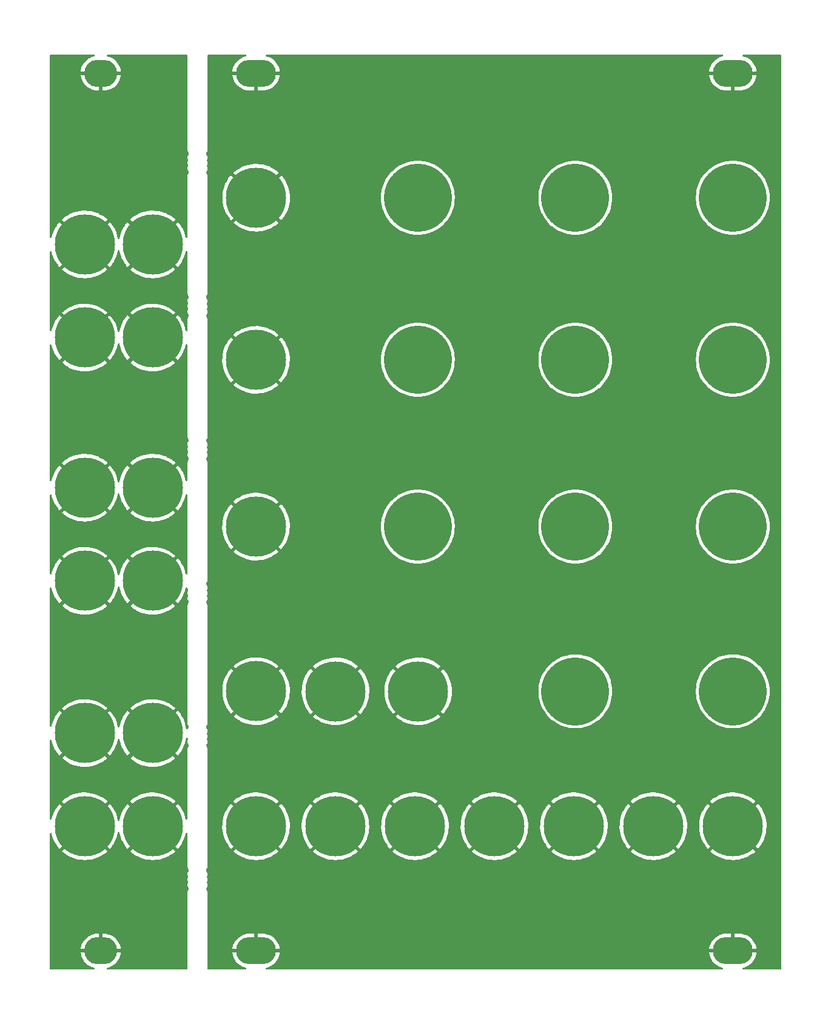
<source format=gbr>
%TF.GenerationSoftware,KiCad,Pcbnew,(6.0.7-1)-1*%
%TF.CreationDate,2022-09-24T04:55:16+07:00*%
%TF.ProjectId,benjolin_1.6_panel,62656e6a-6f6c-4696-9e5f-312e365f7061,rev?*%
%TF.SameCoordinates,Original*%
%TF.FileFunction,Copper,L1,Top*%
%TF.FilePolarity,Positive*%
%FSLAX46Y46*%
G04 Gerber Fmt 4.6, Leading zero omitted, Abs format (unit mm)*
G04 Created by KiCad (PCBNEW (6.0.7-1)-1) date 2022-09-24 04:55:16*
%MOMM*%
%LPD*%
G01*
G04 APERTURE LIST*
%TA.AperFunction,ComponentPad*%
%ADD10C,9.500000*%
%TD*%
%TA.AperFunction,ComponentPad*%
%ADD11C,8.400000*%
%TD*%
%TA.AperFunction,ComponentPad*%
%ADD12O,5.600000X3.800000*%
%TD*%
%TA.AperFunction,ComponentPad*%
%ADD13O,4.600000X3.800000*%
%TD*%
G04 APERTURE END LIST*
D10*
%TO.P,REF\u002A\u002A,*%
%TO.N,*%
X70303291Y-68650000D03*
%TD*%
D11*
%TO.P,H2,1*%
%TO.N,GND*%
X33300000Y-52550000D03*
%TD*%
D10*
%TO.P,REF\u002A\u002A,*%
%TO.N,*%
X92290079Y-68650000D03*
%TD*%
%TO.P,REF\u002A\u002A,*%
%TO.N,*%
X114279479Y-68650000D03*
%TD*%
D12*
%TO.P,,1*%
%TO.N,GND*%
X47726000Y-151150000D03*
%TD*%
D11*
%TO.P,H2,1*%
%TO.N,GND*%
X114279479Y-133749661D03*
%TD*%
%TO.P,H2,1*%
%TO.N,GND*%
X58810521Y-133750000D03*
%TD*%
%TO.P,H2,1*%
%TO.N,GND*%
X33300000Y-120750000D03*
%TD*%
D10*
%TO.P,REF\u002A\u002A,*%
%TO.N,*%
X92290079Y-91929918D03*
%TD*%
D11*
%TO.P,H6,1*%
%TO.N,GND*%
X23800000Y-86500000D03*
%TD*%
%TO.P,H2,1*%
%TO.N,GND*%
X23800000Y-65550000D03*
%TD*%
D10*
%TO.P,REF\u002A\u002A,*%
%TO.N,*%
X70303291Y-91929918D03*
%TD*%
D11*
%TO.P,H2,1*%
%TO.N,GND*%
X23800000Y-52550000D03*
%TD*%
%TO.P,H2,1*%
%TO.N,GND*%
X33300000Y-86500000D03*
%TD*%
D13*
%TO.P,H1,1*%
%TO.N,GND*%
X26050000Y-28650000D03*
%TD*%
D11*
%TO.P,H2,1*%
%TO.N,GND*%
X92090521Y-133749661D03*
%TD*%
%TO.P,H2,1*%
%TO.N,GND*%
X47726000Y-133750000D03*
%TD*%
%TO.P,H2,1*%
%TO.N,GND*%
X23800000Y-99500000D03*
%TD*%
%TO.P,H2,1*%
%TO.N,GND*%
X69908668Y-133749661D03*
%TD*%
%TO.P,H6,1*%
%TO.N,GND*%
X33300000Y-133750000D03*
%TD*%
D10*
%TO.P,REF\u002A\u002A,*%
%TO.N,*%
X92290079Y-46030082D03*
%TD*%
D11*
%TO.P,H2,1*%
%TO.N,GND*%
X81000521Y-133750000D03*
%TD*%
D13*
%TO.P,H14,1*%
%TO.N,GND*%
X26050000Y-151150000D03*
%TD*%
D12*
%TO.P,,1*%
%TO.N,GND*%
X114279479Y-28650000D03*
%TD*%
D11*
%TO.P,H2,1*%
%TO.N,GND*%
X33300000Y-65550000D03*
%TD*%
%TO.P,H2,1*%
%TO.N,GND*%
X47726000Y-91929918D03*
%TD*%
D12*
%TO.P,,1*%
%TO.N,GND*%
X114279479Y-151150000D03*
%TD*%
D10*
%TO.P,REF\u002A\u002A,*%
%TO.N,*%
X114279479Y-114918361D03*
%TD*%
D11*
%TO.P,H2,1*%
%TO.N,GND*%
X47726000Y-68650000D03*
%TD*%
D10*
%TO.P,REF\u002A\u002A,*%
%TO.N,*%
X70303291Y-46030082D03*
%TD*%
D11*
%TO.P,H2,1*%
%TO.N,GND*%
X70342579Y-114918361D03*
%TD*%
%TO.P,H2,1*%
%TO.N,GND*%
X47742272Y-46030082D03*
%TD*%
D10*
%TO.P,REF\u002A\u002A,*%
%TO.N,*%
X92290079Y-114918361D03*
%TD*%
D11*
%TO.P,H2,1*%
%TO.N,GND*%
X23800000Y-120750000D03*
%TD*%
%TO.P,H6,1*%
%TO.N,GND*%
X23800000Y-133750000D03*
%TD*%
%TO.P,H2,1*%
%TO.N,GND*%
X33300000Y-99500000D03*
%TD*%
%TO.P,H2,1*%
%TO.N,GND*%
X58816000Y-114918361D03*
%TD*%
D10*
%TO.P,REF\u002A\u002A,*%
%TO.N,*%
X114279479Y-91929918D03*
%TD*%
D12*
%TO.P,,1*%
%TO.N,GND*%
X47726000Y-28650000D03*
%TD*%
D11*
%TO.P,H2,1*%
%TO.N,GND*%
X47731479Y-114900000D03*
%TD*%
D10*
%TO.P,REF\u002A\u002A,*%
%TO.N,*%
X114279479Y-46030082D03*
%TD*%
D11*
%TO.P,H2,1*%
%TO.N,GND*%
X103182667Y-133749661D03*
%TD*%
%TA.AperFunction,Conductor*%
%TO.N,GND*%
G36*
X46338202Y-26070502D02*
G01*
X46384695Y-26124158D01*
X46394799Y-26194432D01*
X46365305Y-26259012D01*
X46305579Y-26297396D01*
X46294015Y-26300206D01*
X46221704Y-26314196D01*
X46213959Y-26316214D01*
X45929813Y-26409912D01*
X45922369Y-26412904D01*
X45652437Y-26541945D01*
X45645446Y-26545851D01*
X45394084Y-26708153D01*
X45387653Y-26712913D01*
X45158957Y-26905834D01*
X45153172Y-26911382D01*
X44950847Y-27131794D01*
X44945814Y-27138032D01*
X44773134Y-27382369D01*
X44768939Y-27389188D01*
X44628705Y-27653484D01*
X44625406Y-27660790D01*
X44519895Y-27940758D01*
X44517548Y-27948434D01*
X44448468Y-28239526D01*
X44447115Y-28247444D01*
X44433279Y-28377985D01*
X44435943Y-28392623D01*
X44448291Y-28396000D01*
X51004824Y-28396000D01*
X51018223Y-28392066D01*
X51020215Y-28377884D01*
X50985060Y-28144048D01*
X50983367Y-28136220D01*
X50901654Y-27848412D01*
X50898971Y-27840835D01*
X50781355Y-27565754D01*
X50777733Y-27558583D01*
X50626108Y-27300661D01*
X50621618Y-27294029D01*
X50438450Y-27057463D01*
X50433137Y-27051437D01*
X50221400Y-26840070D01*
X50215375Y-26834777D01*
X49978502Y-26652030D01*
X49971829Y-26647530D01*
X49713652Y-26496360D01*
X49706499Y-26492762D01*
X49431185Y-26375615D01*
X49423621Y-26372952D01*
X49157043Y-26297769D01*
X49096909Y-26260028D01*
X49066726Y-26195766D01*
X49076076Y-26125388D01*
X49121992Y-26071238D01*
X49191244Y-26050500D01*
X112823560Y-26050500D01*
X112891681Y-26070502D01*
X112938174Y-26124158D01*
X112948278Y-26194432D01*
X112918784Y-26259012D01*
X112859058Y-26297396D01*
X112847494Y-26300206D01*
X112775183Y-26314196D01*
X112767438Y-26316214D01*
X112483292Y-26409912D01*
X112475848Y-26412904D01*
X112205916Y-26541945D01*
X112198925Y-26545851D01*
X111947563Y-26708153D01*
X111941132Y-26712913D01*
X111712436Y-26905834D01*
X111706651Y-26911382D01*
X111504326Y-27131794D01*
X111499293Y-27138032D01*
X111326613Y-27382369D01*
X111322418Y-27389188D01*
X111182184Y-27653484D01*
X111178885Y-27660790D01*
X111073374Y-27940758D01*
X111071027Y-27948434D01*
X111001947Y-28239526D01*
X111000594Y-28247444D01*
X110986758Y-28377985D01*
X110989422Y-28392623D01*
X111001770Y-28396000D01*
X117558303Y-28396000D01*
X117571702Y-28392066D01*
X117573694Y-28377884D01*
X117538539Y-28144048D01*
X117536846Y-28136220D01*
X117455133Y-27848412D01*
X117452450Y-27840835D01*
X117334834Y-27565754D01*
X117331212Y-27558583D01*
X117179587Y-27300661D01*
X117175097Y-27294029D01*
X116991929Y-27057463D01*
X116986616Y-27051437D01*
X116774879Y-26840070D01*
X116768854Y-26834777D01*
X116531981Y-26652030D01*
X116525308Y-26647530D01*
X116267131Y-26496360D01*
X116259978Y-26492762D01*
X115984664Y-26375615D01*
X115977100Y-26372952D01*
X115710522Y-26297769D01*
X115650388Y-26260028D01*
X115620205Y-26195766D01*
X115629555Y-26125388D01*
X115675471Y-26071238D01*
X115744723Y-26050500D01*
X120923500Y-26050500D01*
X120991621Y-26070502D01*
X121038114Y-26124158D01*
X121049500Y-26176500D01*
X121049500Y-153623500D01*
X121029498Y-153691621D01*
X120975842Y-153738114D01*
X120923500Y-153749500D01*
X115735398Y-153749500D01*
X115667277Y-153729498D01*
X115620784Y-153675842D01*
X115610680Y-153605568D01*
X115640174Y-153540988D01*
X115699900Y-153502604D01*
X115711464Y-153499794D01*
X115783775Y-153485804D01*
X115791520Y-153483786D01*
X116075666Y-153390088D01*
X116083110Y-153387096D01*
X116353042Y-153258055D01*
X116360033Y-153254149D01*
X116611395Y-153091847D01*
X116617826Y-153087087D01*
X116846522Y-152894166D01*
X116852307Y-152888618D01*
X117054632Y-152668206D01*
X117059665Y-152661968D01*
X117232345Y-152417631D01*
X117236540Y-152410812D01*
X117376774Y-152146516D01*
X117380073Y-152139210D01*
X117485584Y-151859242D01*
X117487931Y-151851566D01*
X117557011Y-151560474D01*
X117558364Y-151552556D01*
X117572200Y-151422015D01*
X117569536Y-151407377D01*
X117557188Y-151404000D01*
X111000655Y-151404000D01*
X110987256Y-151407934D01*
X110985264Y-151422116D01*
X111020419Y-151655952D01*
X111022112Y-151663780D01*
X111103825Y-151951588D01*
X111106508Y-151959165D01*
X111224124Y-152234246D01*
X111227746Y-152241417D01*
X111379371Y-152499339D01*
X111383861Y-152505971D01*
X111567029Y-152742537D01*
X111572342Y-152748563D01*
X111784079Y-152959930D01*
X111790104Y-152965223D01*
X112026977Y-153147970D01*
X112033650Y-153152470D01*
X112291827Y-153303640D01*
X112298980Y-153307238D01*
X112574294Y-153424385D01*
X112581858Y-153427048D01*
X112848436Y-153502231D01*
X112908570Y-153539972D01*
X112938753Y-153604234D01*
X112929403Y-153674612D01*
X112883487Y-153728762D01*
X112814235Y-153749500D01*
X49181919Y-153749500D01*
X49113798Y-153729498D01*
X49067305Y-153675842D01*
X49057201Y-153605568D01*
X49086695Y-153540988D01*
X49146421Y-153502604D01*
X49157985Y-153499794D01*
X49230296Y-153485804D01*
X49238041Y-153483786D01*
X49522187Y-153390088D01*
X49529631Y-153387096D01*
X49799563Y-153258055D01*
X49806554Y-153254149D01*
X50057916Y-153091847D01*
X50064347Y-153087087D01*
X50293043Y-152894166D01*
X50298828Y-152888618D01*
X50501153Y-152668206D01*
X50506186Y-152661968D01*
X50678866Y-152417631D01*
X50683061Y-152410812D01*
X50823295Y-152146516D01*
X50826594Y-152139210D01*
X50932105Y-151859242D01*
X50934452Y-151851566D01*
X51003532Y-151560474D01*
X51004885Y-151552556D01*
X51018721Y-151422015D01*
X51016057Y-151407377D01*
X51003709Y-151404000D01*
X44447176Y-151404000D01*
X44433777Y-151407934D01*
X44431785Y-151422116D01*
X44466940Y-151655952D01*
X44468633Y-151663780D01*
X44550346Y-151951588D01*
X44553029Y-151959165D01*
X44670645Y-152234246D01*
X44674267Y-152241417D01*
X44825892Y-152499339D01*
X44830382Y-152505971D01*
X45013550Y-152742537D01*
X45018863Y-152748563D01*
X45230600Y-152959930D01*
X45236625Y-152965223D01*
X45473498Y-153147970D01*
X45480171Y-153152470D01*
X45738348Y-153303640D01*
X45745501Y-153307238D01*
X46020815Y-153424385D01*
X46028379Y-153427048D01*
X46294957Y-153502231D01*
X46355091Y-153539972D01*
X46385274Y-153604234D01*
X46375924Y-153674612D01*
X46330008Y-153728762D01*
X46260756Y-153749500D01*
X41076500Y-153749500D01*
X41008379Y-153729498D01*
X40961886Y-153675842D01*
X40950500Y-153623500D01*
X40950500Y-150877985D01*
X44433279Y-150877985D01*
X44435943Y-150892623D01*
X44448291Y-150896000D01*
X47453885Y-150896000D01*
X47469124Y-150891525D01*
X47470329Y-150890135D01*
X47472000Y-150882452D01*
X47472000Y-150877885D01*
X47980000Y-150877885D01*
X47984475Y-150893124D01*
X47985865Y-150894329D01*
X47993548Y-150896000D01*
X51004824Y-150896000D01*
X51018223Y-150892066D01*
X51020201Y-150877985D01*
X110986758Y-150877985D01*
X110989422Y-150892623D01*
X111001770Y-150896000D01*
X114007364Y-150896000D01*
X114022603Y-150891525D01*
X114023808Y-150890135D01*
X114025479Y-150882452D01*
X114025479Y-150877885D01*
X114533479Y-150877885D01*
X114537954Y-150893124D01*
X114539344Y-150894329D01*
X114547027Y-150896000D01*
X117558303Y-150896000D01*
X117571702Y-150892066D01*
X117573694Y-150877884D01*
X117538539Y-150644048D01*
X117536846Y-150636220D01*
X117455133Y-150348412D01*
X117452450Y-150340835D01*
X117334834Y-150065754D01*
X117331212Y-150058583D01*
X117179587Y-149800661D01*
X117175097Y-149794029D01*
X116991929Y-149557463D01*
X116986616Y-149551437D01*
X116774879Y-149340070D01*
X116768854Y-149334777D01*
X116531981Y-149152030D01*
X116525308Y-149147530D01*
X116267131Y-148996360D01*
X116259978Y-148992762D01*
X115984664Y-148875615D01*
X115977100Y-148872952D01*
X115689147Y-148791740D01*
X115681308Y-148790060D01*
X115384691Y-148745995D01*
X115378054Y-148745365D01*
X115299096Y-148742056D01*
X115296448Y-148742000D01*
X114551594Y-148742000D01*
X114536355Y-148746475D01*
X114535150Y-148747865D01*
X114533479Y-148755548D01*
X114533479Y-150877885D01*
X114025479Y-150877885D01*
X114025479Y-148760115D01*
X114021004Y-148744876D01*
X114019614Y-148743671D01*
X114011931Y-148742000D01*
X113303769Y-148742000D01*
X113299739Y-148742129D01*
X113076885Y-148756344D01*
X113068938Y-148757362D01*
X112775183Y-148814196D01*
X112767438Y-148816214D01*
X112483292Y-148909912D01*
X112475848Y-148912904D01*
X112205916Y-149041945D01*
X112198925Y-149045851D01*
X111947563Y-149208153D01*
X111941132Y-149212913D01*
X111712436Y-149405834D01*
X111706651Y-149411382D01*
X111504326Y-149631794D01*
X111499293Y-149638032D01*
X111326613Y-149882369D01*
X111322418Y-149889188D01*
X111182184Y-150153484D01*
X111178885Y-150160790D01*
X111073374Y-150440758D01*
X111071027Y-150448434D01*
X111001947Y-150739526D01*
X111000594Y-150747444D01*
X110986758Y-150877985D01*
X51020201Y-150877985D01*
X51020215Y-150877884D01*
X50985060Y-150644048D01*
X50983367Y-150636220D01*
X50901654Y-150348412D01*
X50898971Y-150340835D01*
X50781355Y-150065754D01*
X50777733Y-150058583D01*
X50626108Y-149800661D01*
X50621618Y-149794029D01*
X50438450Y-149557463D01*
X50433137Y-149551437D01*
X50221400Y-149340070D01*
X50215375Y-149334777D01*
X49978502Y-149152030D01*
X49971829Y-149147530D01*
X49713652Y-148996360D01*
X49706499Y-148992762D01*
X49431185Y-148875615D01*
X49423621Y-148872952D01*
X49135668Y-148791740D01*
X49127829Y-148790060D01*
X48831212Y-148745995D01*
X48824575Y-148745365D01*
X48745617Y-148742056D01*
X48742969Y-148742000D01*
X47998115Y-148742000D01*
X47982876Y-148746475D01*
X47981671Y-148747865D01*
X47980000Y-148755548D01*
X47980000Y-150877885D01*
X47472000Y-150877885D01*
X47472000Y-148760115D01*
X47467525Y-148744876D01*
X47466135Y-148743671D01*
X47458452Y-148742000D01*
X46750290Y-148742000D01*
X46746260Y-148742129D01*
X46523406Y-148756344D01*
X46515459Y-148757362D01*
X46221704Y-148814196D01*
X46213959Y-148816214D01*
X45929813Y-148909912D01*
X45922369Y-148912904D01*
X45652437Y-149041945D01*
X45645446Y-149045851D01*
X45394084Y-149208153D01*
X45387653Y-149212913D01*
X45158957Y-149405834D01*
X45153172Y-149411382D01*
X44950847Y-149631794D01*
X44945814Y-149638032D01*
X44773134Y-149882369D01*
X44768939Y-149889188D01*
X44628705Y-150153484D01*
X44625406Y-150160790D01*
X44519895Y-150440758D01*
X44517548Y-150448434D01*
X44448468Y-150739526D01*
X44447115Y-150747444D01*
X44433279Y-150877985D01*
X40950500Y-150877985D01*
X40950500Y-143216436D01*
X40952051Y-143196726D01*
X40953941Y-143184793D01*
X40955492Y-143175000D01*
X40954178Y-143166704D01*
X40953941Y-143163693D01*
X40953941Y-143163045D01*
X40953790Y-143161770D01*
X40945856Y-143060970D01*
X40937535Y-142955236D01*
X40923410Y-142896398D01*
X40887229Y-142745695D01*
X40886074Y-142740883D01*
X40801714Y-142537220D01*
X40799129Y-142533001D01*
X40799123Y-142532990D01*
X40778997Y-142500148D01*
X40760458Y-142431615D01*
X40781914Y-142363938D01*
X40789334Y-142354011D01*
X40853600Y-142276326D01*
X40923579Y-142127613D01*
X40925064Y-142119830D01*
X40925065Y-142119826D01*
X40952891Y-141973956D01*
X40952891Y-141973954D01*
X40954376Y-141966170D01*
X40944056Y-141802140D01*
X40893268Y-141645829D01*
X40875315Y-141617540D01*
X40855703Y-141549306D01*
X40867693Y-141496378D01*
X40920203Y-141384787D01*
X40923579Y-141377613D01*
X40925064Y-141369830D01*
X40925065Y-141369826D01*
X40952891Y-141223956D01*
X40952891Y-141223954D01*
X40954376Y-141216170D01*
X40944056Y-141052140D01*
X40893268Y-140895829D01*
X40875315Y-140867540D01*
X40855703Y-140799306D01*
X40867693Y-140746378D01*
X40920203Y-140634787D01*
X40923579Y-140627613D01*
X40925064Y-140619830D01*
X40925065Y-140619826D01*
X40952891Y-140473956D01*
X40952891Y-140473954D01*
X40954376Y-140466170D01*
X40944056Y-140302140D01*
X40893268Y-140145829D01*
X40805202Y-140007060D01*
X40799422Y-140001632D01*
X40794369Y-139995524D01*
X40796191Y-139994017D01*
X40766231Y-139943023D01*
X40769070Y-139872083D01*
X40781015Y-139846557D01*
X40801714Y-139812780D01*
X40886074Y-139609117D01*
X40903734Y-139535559D01*
X40936380Y-139399577D01*
X40936381Y-139399571D01*
X40937535Y-139394764D01*
X40953790Y-139188230D01*
X40953941Y-139186955D01*
X40953941Y-139186307D01*
X40954178Y-139183296D01*
X40955492Y-139175000D01*
X40952051Y-139153274D01*
X40950500Y-139133564D01*
X40950500Y-137256889D01*
X44584651Y-137256889D01*
X44584732Y-137258022D01*
X44589710Y-137265594D01*
X44619522Y-137294182D01*
X44623799Y-137297927D01*
X44953535Y-137561152D01*
X44958118Y-137564482D01*
X45310349Y-137796735D01*
X45315245Y-137799653D01*
X45687033Y-137999004D01*
X45692206Y-138001483D01*
X46080550Y-138166325D01*
X46085885Y-138168309D01*
X46487575Y-138297278D01*
X46493076Y-138298773D01*
X46904808Y-138390805D01*
X46910420Y-138391794D01*
X47328785Y-138446131D01*
X47334491Y-138446610D01*
X47756040Y-138462804D01*
X47761766Y-138462764D01*
X48183055Y-138440686D01*
X48188736Y-138440129D01*
X48606312Y-138379955D01*
X48611907Y-138378887D01*
X49022311Y-138281115D01*
X49027792Y-138279544D01*
X49427635Y-138144982D01*
X49432965Y-138142914D01*
X49818968Y-137972667D01*
X49824075Y-137970132D01*
X50193059Y-137765601D01*
X50197925Y-137762607D01*
X50546843Y-137525483D01*
X50551438Y-137522045D01*
X50859934Y-137268643D01*
X50867934Y-137256889D01*
X55669172Y-137256889D01*
X55669253Y-137258022D01*
X55674231Y-137265594D01*
X55704043Y-137294182D01*
X55708320Y-137297927D01*
X56038056Y-137561152D01*
X56042639Y-137564482D01*
X56394870Y-137796735D01*
X56399766Y-137799653D01*
X56771554Y-137999004D01*
X56776727Y-138001483D01*
X57165071Y-138166325D01*
X57170406Y-138168309D01*
X57572096Y-138297278D01*
X57577597Y-138298773D01*
X57989329Y-138390805D01*
X57994941Y-138391794D01*
X58413306Y-138446131D01*
X58419012Y-138446610D01*
X58840561Y-138462804D01*
X58846287Y-138462764D01*
X59267576Y-138440686D01*
X59273257Y-138440129D01*
X59690833Y-138379955D01*
X59696428Y-138378887D01*
X60106832Y-138281115D01*
X60112313Y-138279544D01*
X60512156Y-138144982D01*
X60517486Y-138142914D01*
X60903489Y-137972667D01*
X60908596Y-137970132D01*
X61277580Y-137765601D01*
X61282446Y-137762607D01*
X61631364Y-137525483D01*
X61635959Y-137522045D01*
X61944455Y-137268643D01*
X61952685Y-137256550D01*
X66767319Y-137256550D01*
X66767400Y-137257683D01*
X66772378Y-137265255D01*
X66802190Y-137293843D01*
X66806467Y-137297588D01*
X67136203Y-137560813D01*
X67140786Y-137564143D01*
X67493017Y-137796396D01*
X67497913Y-137799314D01*
X67869701Y-137998665D01*
X67874874Y-138001144D01*
X68263218Y-138165986D01*
X68268553Y-138167970D01*
X68670243Y-138296939D01*
X68675744Y-138298434D01*
X69087476Y-138390466D01*
X69093088Y-138391455D01*
X69511453Y-138445792D01*
X69517159Y-138446271D01*
X69938708Y-138462465D01*
X69944434Y-138462425D01*
X70365723Y-138440347D01*
X70371404Y-138439790D01*
X70788980Y-138379616D01*
X70794575Y-138378548D01*
X71204979Y-138280776D01*
X71210460Y-138279205D01*
X71610303Y-138144643D01*
X71615633Y-138142575D01*
X72001636Y-137972328D01*
X72006743Y-137969793D01*
X72375727Y-137765262D01*
X72380593Y-137762268D01*
X72729511Y-137525144D01*
X72734106Y-137521706D01*
X73042602Y-137268304D01*
X73050371Y-137256889D01*
X77859172Y-137256889D01*
X77859253Y-137258022D01*
X77864231Y-137265594D01*
X77894043Y-137294182D01*
X77898320Y-137297927D01*
X78228056Y-137561152D01*
X78232639Y-137564482D01*
X78584870Y-137796735D01*
X78589766Y-137799653D01*
X78961554Y-137999004D01*
X78966727Y-138001483D01*
X79355071Y-138166325D01*
X79360406Y-138168309D01*
X79762096Y-138297278D01*
X79767597Y-138298773D01*
X80179329Y-138390805D01*
X80184941Y-138391794D01*
X80603306Y-138446131D01*
X80609012Y-138446610D01*
X81030561Y-138462804D01*
X81036287Y-138462764D01*
X81457576Y-138440686D01*
X81463257Y-138440129D01*
X81880833Y-138379955D01*
X81886428Y-138378887D01*
X82296832Y-138281115D01*
X82302313Y-138279544D01*
X82702156Y-138144982D01*
X82707486Y-138142914D01*
X83093489Y-137972667D01*
X83098596Y-137970132D01*
X83467580Y-137765601D01*
X83472446Y-137762607D01*
X83821364Y-137525483D01*
X83825959Y-137522045D01*
X84134455Y-137268643D01*
X84142685Y-137256550D01*
X88949172Y-137256550D01*
X88949253Y-137257683D01*
X88954231Y-137265255D01*
X88984043Y-137293843D01*
X88988320Y-137297588D01*
X89318056Y-137560813D01*
X89322639Y-137564143D01*
X89674870Y-137796396D01*
X89679766Y-137799314D01*
X90051554Y-137998665D01*
X90056727Y-138001144D01*
X90445071Y-138165986D01*
X90450406Y-138167970D01*
X90852096Y-138296939D01*
X90857597Y-138298434D01*
X91269329Y-138390466D01*
X91274941Y-138391455D01*
X91693306Y-138445792D01*
X91699012Y-138446271D01*
X92120561Y-138462465D01*
X92126287Y-138462425D01*
X92547576Y-138440347D01*
X92553257Y-138439790D01*
X92970833Y-138379616D01*
X92976428Y-138378548D01*
X93386832Y-138280776D01*
X93392313Y-138279205D01*
X93792156Y-138144643D01*
X93797486Y-138142575D01*
X94183489Y-137972328D01*
X94188596Y-137969793D01*
X94557580Y-137765262D01*
X94562446Y-137762268D01*
X94911364Y-137525144D01*
X94915959Y-137521706D01*
X95224455Y-137268304D01*
X95232455Y-137256550D01*
X100041318Y-137256550D01*
X100041399Y-137257683D01*
X100046377Y-137265255D01*
X100076189Y-137293843D01*
X100080466Y-137297588D01*
X100410202Y-137560813D01*
X100414785Y-137564143D01*
X100767016Y-137796396D01*
X100771912Y-137799314D01*
X101143700Y-137998665D01*
X101148873Y-138001144D01*
X101537217Y-138165986D01*
X101542552Y-138167970D01*
X101944242Y-138296939D01*
X101949743Y-138298434D01*
X102361475Y-138390466D01*
X102367087Y-138391455D01*
X102785452Y-138445792D01*
X102791158Y-138446271D01*
X103212707Y-138462465D01*
X103218433Y-138462425D01*
X103639722Y-138440347D01*
X103645403Y-138439790D01*
X104062979Y-138379616D01*
X104068574Y-138378548D01*
X104478978Y-138280776D01*
X104484459Y-138279205D01*
X104884302Y-138144643D01*
X104889632Y-138142575D01*
X105275635Y-137972328D01*
X105280742Y-137969793D01*
X105649726Y-137765262D01*
X105654592Y-137762268D01*
X106003510Y-137525144D01*
X106008105Y-137521706D01*
X106316601Y-137268304D01*
X106324601Y-137256550D01*
X111138130Y-137256550D01*
X111138211Y-137257683D01*
X111143189Y-137265255D01*
X111173001Y-137293843D01*
X111177278Y-137297588D01*
X111507014Y-137560813D01*
X111511597Y-137564143D01*
X111863828Y-137796396D01*
X111868724Y-137799314D01*
X112240512Y-137998665D01*
X112245685Y-138001144D01*
X112634029Y-138165986D01*
X112639364Y-138167970D01*
X113041054Y-138296939D01*
X113046555Y-138298434D01*
X113458287Y-138390466D01*
X113463899Y-138391455D01*
X113882264Y-138445792D01*
X113887970Y-138446271D01*
X114309519Y-138462465D01*
X114315245Y-138462425D01*
X114736534Y-138440347D01*
X114742215Y-138439790D01*
X115159791Y-138379616D01*
X115165386Y-138378548D01*
X115575790Y-138280776D01*
X115581271Y-138279205D01*
X115981114Y-138144643D01*
X115986444Y-138142575D01*
X116372447Y-137972328D01*
X116377554Y-137969793D01*
X116746538Y-137765262D01*
X116751404Y-137762268D01*
X117100322Y-137525144D01*
X117104917Y-137521706D01*
X117413413Y-137268304D01*
X117421874Y-137255872D01*
X117415624Y-137245016D01*
X114292291Y-134121683D01*
X114278347Y-134114069D01*
X114276514Y-134114200D01*
X114269899Y-134118451D01*
X111145744Y-137242606D01*
X111138130Y-137256550D01*
X106324601Y-137256550D01*
X106325062Y-137255872D01*
X106318812Y-137245016D01*
X103195479Y-134121683D01*
X103181535Y-134114069D01*
X103179702Y-134114200D01*
X103173087Y-134118451D01*
X100048932Y-137242606D01*
X100041318Y-137256550D01*
X95232455Y-137256550D01*
X95232916Y-137255872D01*
X95226666Y-137245016D01*
X92103333Y-134121683D01*
X92089389Y-134114069D01*
X92087556Y-134114200D01*
X92080941Y-134118451D01*
X88956786Y-137242606D01*
X88949172Y-137256550D01*
X84142685Y-137256550D01*
X84142916Y-137256211D01*
X84136666Y-137245355D01*
X81013333Y-134122022D01*
X80999389Y-134114408D01*
X80997556Y-134114539D01*
X80990941Y-134118790D01*
X77866786Y-137242945D01*
X77859172Y-137256889D01*
X73050371Y-137256889D01*
X73051063Y-137255872D01*
X73044813Y-137245016D01*
X69921480Y-134121683D01*
X69907536Y-134114069D01*
X69905703Y-134114200D01*
X69899088Y-134118451D01*
X66774933Y-137242606D01*
X66767319Y-137256550D01*
X61952685Y-137256550D01*
X61952916Y-137256211D01*
X61946666Y-137245355D01*
X58823333Y-134122022D01*
X58809389Y-134114408D01*
X58807556Y-134114539D01*
X58800941Y-134118790D01*
X55676786Y-137242945D01*
X55669172Y-137256889D01*
X50867934Y-137256889D01*
X50868395Y-137256211D01*
X50862145Y-137245355D01*
X47738812Y-134122022D01*
X47724868Y-134114408D01*
X47723035Y-134114539D01*
X47716420Y-134118790D01*
X44592265Y-137242945D01*
X44584651Y-137256889D01*
X40950500Y-137256889D01*
X40950500Y-133911625D01*
X43015872Y-133911625D01*
X43016071Y-133917330D01*
X43049905Y-134337846D01*
X43050623Y-134343523D01*
X43122426Y-134759222D01*
X43123657Y-134764822D01*
X43232847Y-135172325D01*
X43234571Y-135177758D01*
X43380247Y-135573694D01*
X43382455Y-135578948D01*
X43563417Y-135960054D01*
X43566098Y-135965094D01*
X43780844Y-136328209D01*
X43783985Y-136333009D01*
X44030752Y-136675161D01*
X44034307Y-136679648D01*
X44209754Y-136881477D01*
X44222884Y-136889885D01*
X44232797Y-136883993D01*
X47353978Y-133762812D01*
X47360356Y-133751132D01*
X48090408Y-133751132D01*
X48090539Y-133752965D01*
X48094790Y-133759580D01*
X51218612Y-136883402D01*
X51232058Y-136890744D01*
X51241894Y-136883824D01*
X51458238Y-136627817D01*
X51461724Y-136623290D01*
X51703705Y-136277704D01*
X51706762Y-136272888D01*
X51916423Y-135906799D01*
X51919035Y-135901717D01*
X52094655Y-135518129D01*
X52096794Y-135512836D01*
X52236924Y-135114915D01*
X52238577Y-135109441D01*
X52342064Y-134700465D01*
X52343215Y-134694859D01*
X52409211Y-134278171D01*
X52409846Y-134272509D01*
X52433816Y-133911625D01*
X54100393Y-133911625D01*
X54100592Y-133917330D01*
X54134426Y-134337846D01*
X54135144Y-134343523D01*
X54206947Y-134759222D01*
X54208178Y-134764822D01*
X54317368Y-135172325D01*
X54319092Y-135177758D01*
X54464768Y-135573694D01*
X54466976Y-135578948D01*
X54647938Y-135960054D01*
X54650619Y-135965094D01*
X54865365Y-136328209D01*
X54868506Y-136333009D01*
X55115273Y-136675161D01*
X55118828Y-136679648D01*
X55294275Y-136881477D01*
X55307405Y-136889885D01*
X55317318Y-136883993D01*
X58438499Y-133762812D01*
X58444877Y-133751132D01*
X59174929Y-133751132D01*
X59175060Y-133752965D01*
X59179311Y-133759580D01*
X62303133Y-136883402D01*
X62316579Y-136890744D01*
X62326415Y-136883824D01*
X62542759Y-136627817D01*
X62546245Y-136623290D01*
X62788226Y-136277704D01*
X62791283Y-136272888D01*
X63000944Y-135906799D01*
X63003556Y-135901717D01*
X63179176Y-135518129D01*
X63181315Y-135512836D01*
X63321445Y-135114915D01*
X63323098Y-135109441D01*
X63426585Y-134700465D01*
X63427736Y-134694859D01*
X63493732Y-134278171D01*
X63494367Y-134272509D01*
X63518359Y-133911286D01*
X65198540Y-133911286D01*
X65198739Y-133916991D01*
X65232573Y-134337507D01*
X65233291Y-134343184D01*
X65305094Y-134758883D01*
X65306325Y-134764483D01*
X65415515Y-135171986D01*
X65417239Y-135177419D01*
X65562915Y-135573355D01*
X65565123Y-135578609D01*
X65746085Y-135959715D01*
X65748766Y-135964755D01*
X65963512Y-136327870D01*
X65966653Y-136332670D01*
X66213420Y-136674822D01*
X66216975Y-136679309D01*
X66392422Y-136881138D01*
X66405552Y-136889546D01*
X66415465Y-136883654D01*
X69536646Y-133762473D01*
X69543024Y-133750793D01*
X70273076Y-133750793D01*
X70273207Y-133752626D01*
X70277458Y-133759241D01*
X73401280Y-136883063D01*
X73414726Y-136890405D01*
X73424562Y-136883485D01*
X73640906Y-136627478D01*
X73644392Y-136622951D01*
X73886373Y-136277365D01*
X73889430Y-136272549D01*
X74099091Y-135906460D01*
X74101703Y-135901378D01*
X74277323Y-135517790D01*
X74279462Y-135512497D01*
X74419592Y-135114576D01*
X74421245Y-135109102D01*
X74524732Y-134700126D01*
X74525883Y-134694520D01*
X74591879Y-134277832D01*
X74592514Y-134272170D01*
X74616461Y-133911625D01*
X76290393Y-133911625D01*
X76290592Y-133917330D01*
X76324426Y-134337846D01*
X76325144Y-134343523D01*
X76396947Y-134759222D01*
X76398178Y-134764822D01*
X76507368Y-135172325D01*
X76509092Y-135177758D01*
X76654768Y-135573694D01*
X76656976Y-135578948D01*
X76837938Y-135960054D01*
X76840619Y-135965094D01*
X77055365Y-136328209D01*
X77058506Y-136333009D01*
X77305273Y-136675161D01*
X77308828Y-136679648D01*
X77484275Y-136881477D01*
X77497405Y-136889885D01*
X77507318Y-136883993D01*
X80628499Y-133762812D01*
X80634877Y-133751132D01*
X81364929Y-133751132D01*
X81365060Y-133752965D01*
X81369311Y-133759580D01*
X84493133Y-136883402D01*
X84506579Y-136890744D01*
X84516415Y-136883824D01*
X84732759Y-136627817D01*
X84736245Y-136623290D01*
X84978226Y-136277704D01*
X84981283Y-136272888D01*
X85190944Y-135906799D01*
X85193556Y-135901717D01*
X85369176Y-135518129D01*
X85371315Y-135512836D01*
X85511445Y-135114915D01*
X85513098Y-135109441D01*
X85616585Y-134700465D01*
X85617736Y-134694859D01*
X85683732Y-134278171D01*
X85684367Y-134272509D01*
X85708359Y-133911286D01*
X87380393Y-133911286D01*
X87380592Y-133916991D01*
X87414426Y-134337507D01*
X87415144Y-134343184D01*
X87486947Y-134758883D01*
X87488178Y-134764483D01*
X87597368Y-135171986D01*
X87599092Y-135177419D01*
X87744768Y-135573355D01*
X87746976Y-135578609D01*
X87927938Y-135959715D01*
X87930619Y-135964755D01*
X88145365Y-136327870D01*
X88148506Y-136332670D01*
X88395273Y-136674822D01*
X88398828Y-136679309D01*
X88574275Y-136881138D01*
X88587405Y-136889546D01*
X88597318Y-136883654D01*
X91718499Y-133762473D01*
X91724877Y-133750793D01*
X92454929Y-133750793D01*
X92455060Y-133752626D01*
X92459311Y-133759241D01*
X95583133Y-136883063D01*
X95596579Y-136890405D01*
X95606415Y-136883485D01*
X95822759Y-136627478D01*
X95826245Y-136622951D01*
X96068226Y-136277365D01*
X96071283Y-136272549D01*
X96280944Y-135906460D01*
X96283556Y-135901378D01*
X96459176Y-135517790D01*
X96461315Y-135512497D01*
X96601445Y-135114576D01*
X96603098Y-135109102D01*
X96706585Y-134700126D01*
X96707736Y-134694520D01*
X96773732Y-134277832D01*
X96774367Y-134272170D01*
X96798337Y-133911286D01*
X98472539Y-133911286D01*
X98472738Y-133916991D01*
X98506572Y-134337507D01*
X98507290Y-134343184D01*
X98579093Y-134758883D01*
X98580324Y-134764483D01*
X98689514Y-135171986D01*
X98691238Y-135177419D01*
X98836914Y-135573355D01*
X98839122Y-135578609D01*
X99020084Y-135959715D01*
X99022765Y-135964755D01*
X99237511Y-136327870D01*
X99240652Y-136332670D01*
X99487419Y-136674822D01*
X99490974Y-136679309D01*
X99666421Y-136881138D01*
X99679551Y-136889546D01*
X99689464Y-136883654D01*
X102810645Y-133762473D01*
X102817023Y-133750793D01*
X103547075Y-133750793D01*
X103547206Y-133752626D01*
X103551457Y-133759241D01*
X106675279Y-136883063D01*
X106688725Y-136890405D01*
X106698561Y-136883485D01*
X106914905Y-136627478D01*
X106918391Y-136622951D01*
X107160372Y-136277365D01*
X107163429Y-136272549D01*
X107373090Y-135906460D01*
X107375702Y-135901378D01*
X107551322Y-135517790D01*
X107553461Y-135512497D01*
X107693591Y-135114576D01*
X107695244Y-135109102D01*
X107798731Y-134700126D01*
X107799882Y-134694520D01*
X107865878Y-134277832D01*
X107866513Y-134272170D01*
X107890483Y-133911286D01*
X109569351Y-133911286D01*
X109569550Y-133916991D01*
X109603384Y-134337507D01*
X109604102Y-134343184D01*
X109675905Y-134758883D01*
X109677136Y-134764483D01*
X109786326Y-135171986D01*
X109788050Y-135177419D01*
X109933726Y-135573355D01*
X109935934Y-135578609D01*
X110116896Y-135959715D01*
X110119577Y-135964755D01*
X110334323Y-136327870D01*
X110337464Y-136332670D01*
X110584231Y-136674822D01*
X110587786Y-136679309D01*
X110763233Y-136881138D01*
X110776363Y-136889546D01*
X110786276Y-136883654D01*
X113907457Y-133762473D01*
X113913835Y-133750793D01*
X114643887Y-133750793D01*
X114644018Y-133752626D01*
X114648269Y-133759241D01*
X117772091Y-136883063D01*
X117785537Y-136890405D01*
X117795373Y-136883485D01*
X118011717Y-136627478D01*
X118015203Y-136622951D01*
X118257184Y-136277365D01*
X118260241Y-136272549D01*
X118469902Y-135906460D01*
X118472514Y-135901378D01*
X118648134Y-135517790D01*
X118650273Y-135512497D01*
X118790403Y-135114576D01*
X118792056Y-135109102D01*
X118895543Y-134700126D01*
X118896694Y-134694520D01*
X118962690Y-134277832D01*
X118963325Y-134272170D01*
X118991358Y-133850114D01*
X118991492Y-133846607D01*
X118992489Y-133751434D01*
X118992427Y-133747886D01*
X118973240Y-133325358D01*
X118972724Y-133319680D01*
X118915467Y-132901696D01*
X118914440Y-132896096D01*
X118819534Y-132485017D01*
X118818000Y-132479521D01*
X118686233Y-132078747D01*
X118684203Y-132073405D01*
X118516656Y-131686229D01*
X118514152Y-131681095D01*
X118312206Y-131310697D01*
X118309243Y-131305806D01*
X118074559Y-130955238D01*
X118071164Y-130950635D01*
X117805681Y-130622791D01*
X117801876Y-130618504D01*
X117798712Y-130615251D01*
X117784882Y-130607447D01*
X117783512Y-130607526D01*
X117776190Y-130612160D01*
X114651501Y-133736849D01*
X114643887Y-133750793D01*
X113913835Y-133750793D01*
X113915071Y-133748529D01*
X113914940Y-133746696D01*
X113910689Y-133740081D01*
X110788307Y-130617699D01*
X110774363Y-130610085D01*
X110774170Y-130610098D01*
X110765348Y-130616077D01*
X110649955Y-130743338D01*
X110646303Y-130747752D01*
X110392417Y-131084670D01*
X110389183Y-131089394D01*
X110166884Y-131447926D01*
X110164090Y-131452925D01*
X109975199Y-131830131D01*
X109972865Y-131835373D01*
X109818939Y-132228147D01*
X109817096Y-132233560D01*
X109699396Y-132638685D01*
X109698054Y-132644235D01*
X109617555Y-133058365D01*
X109616722Y-133064006D01*
X109574089Y-133483719D01*
X109573769Y-133489443D01*
X109569351Y-133911286D01*
X107890483Y-133911286D01*
X107894546Y-133850114D01*
X107894680Y-133846607D01*
X107895677Y-133751434D01*
X107895615Y-133747886D01*
X107876428Y-133325358D01*
X107875912Y-133319680D01*
X107818655Y-132901696D01*
X107817628Y-132896096D01*
X107722722Y-132485017D01*
X107721188Y-132479521D01*
X107589421Y-132078747D01*
X107587391Y-132073405D01*
X107419844Y-131686229D01*
X107417340Y-131681095D01*
X107215394Y-131310697D01*
X107212431Y-131305806D01*
X106977747Y-130955238D01*
X106974352Y-130950635D01*
X106708869Y-130622791D01*
X106705064Y-130618504D01*
X106701900Y-130615251D01*
X106688070Y-130607447D01*
X106686700Y-130607526D01*
X106679378Y-130612160D01*
X103554689Y-133736849D01*
X103547075Y-133750793D01*
X102817023Y-133750793D01*
X102818259Y-133748529D01*
X102818128Y-133746696D01*
X102813877Y-133740081D01*
X99691495Y-130617699D01*
X99677551Y-130610085D01*
X99677358Y-130610098D01*
X99668536Y-130616077D01*
X99553143Y-130743338D01*
X99549491Y-130747752D01*
X99295605Y-131084670D01*
X99292371Y-131089394D01*
X99070072Y-131447926D01*
X99067278Y-131452925D01*
X98878387Y-131830131D01*
X98876053Y-131835373D01*
X98722127Y-132228147D01*
X98720284Y-132233560D01*
X98602584Y-132638685D01*
X98601242Y-132644235D01*
X98520743Y-133058365D01*
X98519910Y-133064006D01*
X98477277Y-133483719D01*
X98476957Y-133489443D01*
X98472539Y-133911286D01*
X96798337Y-133911286D01*
X96802400Y-133850114D01*
X96802534Y-133846607D01*
X96803531Y-133751434D01*
X96803469Y-133747886D01*
X96784282Y-133325358D01*
X96783766Y-133319680D01*
X96726509Y-132901696D01*
X96725482Y-132896096D01*
X96630576Y-132485017D01*
X96629042Y-132479521D01*
X96497275Y-132078747D01*
X96495245Y-132073405D01*
X96327698Y-131686229D01*
X96325194Y-131681095D01*
X96123248Y-131310697D01*
X96120285Y-131305806D01*
X95885601Y-130955238D01*
X95882206Y-130950635D01*
X95616723Y-130622791D01*
X95612918Y-130618504D01*
X95609754Y-130615251D01*
X95595924Y-130607447D01*
X95594554Y-130607526D01*
X95587232Y-130612160D01*
X92462543Y-133736849D01*
X92454929Y-133750793D01*
X91724877Y-133750793D01*
X91726113Y-133748529D01*
X91725982Y-133746696D01*
X91721731Y-133740081D01*
X88599349Y-130617699D01*
X88585405Y-130610085D01*
X88585212Y-130610098D01*
X88576390Y-130616077D01*
X88460997Y-130743338D01*
X88457345Y-130747752D01*
X88203459Y-131084670D01*
X88200225Y-131089394D01*
X87977926Y-131447926D01*
X87975132Y-131452925D01*
X87786241Y-131830131D01*
X87783907Y-131835373D01*
X87629981Y-132228147D01*
X87628138Y-132233560D01*
X87510438Y-132638685D01*
X87509096Y-132644235D01*
X87428597Y-133058365D01*
X87427764Y-133064006D01*
X87385131Y-133483719D01*
X87384811Y-133489443D01*
X87380393Y-133911286D01*
X85708359Y-133911286D01*
X85712400Y-133850453D01*
X85712534Y-133846946D01*
X85713531Y-133751773D01*
X85713469Y-133748225D01*
X85694282Y-133325697D01*
X85693766Y-133320019D01*
X85636509Y-132902035D01*
X85635482Y-132896435D01*
X85540576Y-132485356D01*
X85539042Y-132479860D01*
X85407275Y-132079086D01*
X85405245Y-132073744D01*
X85237698Y-131686568D01*
X85235194Y-131681434D01*
X85033248Y-131311036D01*
X85030285Y-131306145D01*
X84795601Y-130955577D01*
X84792206Y-130950974D01*
X84526723Y-130623130D01*
X84522918Y-130618843D01*
X84519754Y-130615590D01*
X84505924Y-130607786D01*
X84504554Y-130607865D01*
X84497232Y-130612499D01*
X81372543Y-133737188D01*
X81364929Y-133751132D01*
X80634877Y-133751132D01*
X80636113Y-133748868D01*
X80635982Y-133747035D01*
X80631731Y-133740420D01*
X77509349Y-130618038D01*
X77495405Y-130610424D01*
X77495212Y-130610437D01*
X77486390Y-130616416D01*
X77370997Y-130743677D01*
X77367345Y-130748091D01*
X77113459Y-131085009D01*
X77110225Y-131089733D01*
X76887926Y-131448265D01*
X76885132Y-131453264D01*
X76696241Y-131830470D01*
X76693907Y-131835712D01*
X76539981Y-132228486D01*
X76538138Y-132233899D01*
X76420438Y-132639024D01*
X76419096Y-132644574D01*
X76338597Y-133058704D01*
X76337764Y-133064345D01*
X76295131Y-133484058D01*
X76294811Y-133489782D01*
X76290393Y-133911625D01*
X74616461Y-133911625D01*
X74620547Y-133850114D01*
X74620681Y-133846607D01*
X74621678Y-133751434D01*
X74621616Y-133747886D01*
X74602429Y-133325358D01*
X74601913Y-133319680D01*
X74544656Y-132901696D01*
X74543629Y-132896096D01*
X74448723Y-132485017D01*
X74447189Y-132479521D01*
X74315422Y-132078747D01*
X74313392Y-132073405D01*
X74145845Y-131686229D01*
X74143341Y-131681095D01*
X73941395Y-131310697D01*
X73938432Y-131305806D01*
X73703748Y-130955238D01*
X73700353Y-130950635D01*
X73434870Y-130622791D01*
X73431065Y-130618504D01*
X73427901Y-130615251D01*
X73414071Y-130607447D01*
X73412701Y-130607526D01*
X73405379Y-130612160D01*
X70280690Y-133736849D01*
X70273076Y-133750793D01*
X69543024Y-133750793D01*
X69544260Y-133748529D01*
X69544129Y-133746696D01*
X69539878Y-133740081D01*
X66417496Y-130617699D01*
X66403552Y-130610085D01*
X66403359Y-130610098D01*
X66394537Y-130616077D01*
X66279144Y-130743338D01*
X66275492Y-130747752D01*
X66021606Y-131084670D01*
X66018372Y-131089394D01*
X65796073Y-131447926D01*
X65793279Y-131452925D01*
X65604388Y-131830131D01*
X65602054Y-131835373D01*
X65448128Y-132228147D01*
X65446285Y-132233560D01*
X65328585Y-132638685D01*
X65327243Y-132644235D01*
X65246744Y-133058365D01*
X65245911Y-133064006D01*
X65203278Y-133483719D01*
X65202958Y-133489443D01*
X65198540Y-133911286D01*
X63518359Y-133911286D01*
X63522400Y-133850453D01*
X63522534Y-133846946D01*
X63523531Y-133751773D01*
X63523469Y-133748225D01*
X63504282Y-133325697D01*
X63503766Y-133320019D01*
X63446509Y-132902035D01*
X63445482Y-132896435D01*
X63350576Y-132485356D01*
X63349042Y-132479860D01*
X63217275Y-132079086D01*
X63215245Y-132073744D01*
X63047698Y-131686568D01*
X63045194Y-131681434D01*
X62843248Y-131311036D01*
X62840285Y-131306145D01*
X62605601Y-130955577D01*
X62602206Y-130950974D01*
X62336723Y-130623130D01*
X62332918Y-130618843D01*
X62329754Y-130615590D01*
X62315924Y-130607786D01*
X62314554Y-130607865D01*
X62307232Y-130612499D01*
X59182543Y-133737188D01*
X59174929Y-133751132D01*
X58444877Y-133751132D01*
X58446113Y-133748868D01*
X58445982Y-133747035D01*
X58441731Y-133740420D01*
X55319349Y-130618038D01*
X55305405Y-130610424D01*
X55305212Y-130610437D01*
X55296390Y-130616416D01*
X55180997Y-130743677D01*
X55177345Y-130748091D01*
X54923459Y-131085009D01*
X54920225Y-131089733D01*
X54697926Y-131448265D01*
X54695132Y-131453264D01*
X54506241Y-131830470D01*
X54503907Y-131835712D01*
X54349981Y-132228486D01*
X54348138Y-132233899D01*
X54230438Y-132639024D01*
X54229096Y-132644574D01*
X54148597Y-133058704D01*
X54147764Y-133064345D01*
X54105131Y-133484058D01*
X54104811Y-133489782D01*
X54100393Y-133911625D01*
X52433816Y-133911625D01*
X52437879Y-133850453D01*
X52438013Y-133846946D01*
X52439010Y-133751773D01*
X52438948Y-133748225D01*
X52419761Y-133325697D01*
X52419245Y-133320019D01*
X52361988Y-132902035D01*
X52360961Y-132896435D01*
X52266055Y-132485356D01*
X52264521Y-132479860D01*
X52132754Y-132079086D01*
X52130724Y-132073744D01*
X51963177Y-131686568D01*
X51960673Y-131681434D01*
X51758727Y-131311036D01*
X51755764Y-131306145D01*
X51521080Y-130955577D01*
X51517685Y-130950974D01*
X51252202Y-130623130D01*
X51248397Y-130618843D01*
X51245233Y-130615590D01*
X51231403Y-130607786D01*
X51230033Y-130607865D01*
X51222711Y-130612499D01*
X48098022Y-133737188D01*
X48090408Y-133751132D01*
X47360356Y-133751132D01*
X47361592Y-133748868D01*
X47361461Y-133747035D01*
X47357210Y-133740420D01*
X44234828Y-130618038D01*
X44220884Y-130610424D01*
X44220691Y-130610437D01*
X44211869Y-130616416D01*
X44096476Y-130743677D01*
X44092824Y-130748091D01*
X43838938Y-131085009D01*
X43835704Y-131089733D01*
X43613405Y-131448265D01*
X43610611Y-131453264D01*
X43421720Y-131830470D01*
X43419386Y-131835712D01*
X43265460Y-132228486D01*
X43263617Y-132233899D01*
X43145917Y-132639024D01*
X43144575Y-132644574D01*
X43064076Y-133058704D01*
X43063243Y-133064345D01*
X43020610Y-133484058D01*
X43020290Y-133489782D01*
X43015872Y-133911625D01*
X40950500Y-133911625D01*
X40950500Y-130247162D01*
X44586172Y-130247162D01*
X44586184Y-130247593D01*
X44591551Y-130256341D01*
X47713188Y-133377978D01*
X47727132Y-133385592D01*
X47728965Y-133385461D01*
X47735580Y-133381210D01*
X50858788Y-130258002D01*
X50864707Y-130247162D01*
X55670693Y-130247162D01*
X55670705Y-130247593D01*
X55676072Y-130256341D01*
X58797709Y-133377978D01*
X58811653Y-133385592D01*
X58813486Y-133385461D01*
X58820101Y-133381210D01*
X61943309Y-130258002D01*
X61949413Y-130246823D01*
X66768840Y-130246823D01*
X66768852Y-130247254D01*
X66774219Y-130256002D01*
X69895856Y-133377639D01*
X69909800Y-133385253D01*
X69911633Y-133385122D01*
X69918248Y-133380871D01*
X73041456Y-130257663D01*
X73047190Y-130247162D01*
X77860693Y-130247162D01*
X77860705Y-130247593D01*
X77866072Y-130256341D01*
X80987709Y-133377978D01*
X81001653Y-133385592D01*
X81003486Y-133385461D01*
X81010101Y-133381210D01*
X84133309Y-130258002D01*
X84139413Y-130246823D01*
X88950693Y-130246823D01*
X88950705Y-130247254D01*
X88956072Y-130256002D01*
X92077709Y-133377639D01*
X92091653Y-133385253D01*
X92093486Y-133385122D01*
X92100101Y-133380871D01*
X95223309Y-130257663D01*
X95229228Y-130246823D01*
X100042839Y-130246823D01*
X100042851Y-130247254D01*
X100048218Y-130256002D01*
X103169855Y-133377639D01*
X103183799Y-133385253D01*
X103185632Y-133385122D01*
X103192247Y-133380871D01*
X106315455Y-130257663D01*
X106321374Y-130246823D01*
X111139651Y-130246823D01*
X111139663Y-130247254D01*
X111145030Y-130256002D01*
X114266667Y-133377639D01*
X114280611Y-133385253D01*
X114282444Y-133385122D01*
X114289059Y-133380871D01*
X117412267Y-130257663D01*
X117419675Y-130244096D01*
X117412933Y-130234440D01*
X117183276Y-130037601D01*
X117178783Y-130034090D01*
X116834906Y-129789709D01*
X116830083Y-129786601D01*
X116465480Y-129574397D01*
X116460415Y-129571750D01*
X116078071Y-129393459D01*
X116072778Y-129391278D01*
X115675850Y-129248374D01*
X115670390Y-129246685D01*
X115262142Y-129140344D01*
X115256552Y-129139156D01*
X114840340Y-129070253D01*
X114834675Y-129069577D01*
X114413920Y-129038679D01*
X114408219Y-129038520D01*
X113986396Y-129045882D01*
X113980708Y-129046240D01*
X113561306Y-129091802D01*
X113555636Y-129092680D01*
X113142101Y-129176063D01*
X113136556Y-129177445D01*
X112732262Y-129297971D01*
X112726858Y-129299853D01*
X112335166Y-129456518D01*
X112329959Y-129458880D01*
X111954060Y-129650410D01*
X111949095Y-129653231D01*
X111592111Y-129878036D01*
X111587416Y-129881299D01*
X111252278Y-130137531D01*
X111247898Y-130141205D01*
X111147838Y-130233216D01*
X111139651Y-130246823D01*
X106321374Y-130246823D01*
X106322863Y-130244096D01*
X106316121Y-130234440D01*
X106086464Y-130037601D01*
X106081971Y-130034090D01*
X105738094Y-129789709D01*
X105733271Y-129786601D01*
X105368668Y-129574397D01*
X105363603Y-129571750D01*
X104981259Y-129393459D01*
X104975966Y-129391278D01*
X104579038Y-129248374D01*
X104573578Y-129246685D01*
X104165330Y-129140344D01*
X104159740Y-129139156D01*
X103743528Y-129070253D01*
X103737863Y-129069577D01*
X103317108Y-129038679D01*
X103311407Y-129038520D01*
X102889584Y-129045882D01*
X102883896Y-129046240D01*
X102464494Y-129091802D01*
X102458824Y-129092680D01*
X102045289Y-129176063D01*
X102039744Y-129177445D01*
X101635450Y-129297971D01*
X101630046Y-129299853D01*
X101238354Y-129456518D01*
X101233147Y-129458880D01*
X100857248Y-129650410D01*
X100852283Y-129653231D01*
X100495299Y-129878036D01*
X100490604Y-129881299D01*
X100155466Y-130137531D01*
X100151086Y-130141205D01*
X100051026Y-130233216D01*
X100042839Y-130246823D01*
X95229228Y-130246823D01*
X95230717Y-130244096D01*
X95223975Y-130234440D01*
X94994318Y-130037601D01*
X94989825Y-130034090D01*
X94645948Y-129789709D01*
X94641125Y-129786601D01*
X94276522Y-129574397D01*
X94271457Y-129571750D01*
X93889113Y-129393459D01*
X93883820Y-129391278D01*
X93486892Y-129248374D01*
X93481432Y-129246685D01*
X93073184Y-129140344D01*
X93067594Y-129139156D01*
X92651382Y-129070253D01*
X92645717Y-129069577D01*
X92224962Y-129038679D01*
X92219261Y-129038520D01*
X91797438Y-129045882D01*
X91791750Y-129046240D01*
X91372348Y-129091802D01*
X91366678Y-129092680D01*
X90953143Y-129176063D01*
X90947598Y-129177445D01*
X90543304Y-129297971D01*
X90537900Y-129299853D01*
X90146208Y-129456518D01*
X90141001Y-129458880D01*
X89765102Y-129650410D01*
X89760137Y-129653231D01*
X89403153Y-129878036D01*
X89398458Y-129881299D01*
X89063320Y-130137531D01*
X89058940Y-130141205D01*
X88958880Y-130233216D01*
X88950693Y-130246823D01*
X84139413Y-130246823D01*
X84140717Y-130244435D01*
X84133975Y-130234779D01*
X83904318Y-130037940D01*
X83899825Y-130034429D01*
X83555948Y-129790048D01*
X83551125Y-129786940D01*
X83186522Y-129574736D01*
X83181457Y-129572089D01*
X82799113Y-129393798D01*
X82793820Y-129391617D01*
X82396892Y-129248713D01*
X82391432Y-129247024D01*
X81983184Y-129140683D01*
X81977594Y-129139495D01*
X81561382Y-129070592D01*
X81555717Y-129069916D01*
X81134962Y-129039018D01*
X81129261Y-129038859D01*
X80707438Y-129046221D01*
X80701750Y-129046579D01*
X80282348Y-129092141D01*
X80276678Y-129093019D01*
X79863143Y-129176402D01*
X79857598Y-129177784D01*
X79453304Y-129298310D01*
X79447900Y-129300192D01*
X79056208Y-129456857D01*
X79051001Y-129459219D01*
X78675102Y-129650749D01*
X78670137Y-129653570D01*
X78313153Y-129878375D01*
X78308458Y-129881638D01*
X77973320Y-130137870D01*
X77968940Y-130141544D01*
X77868880Y-130233555D01*
X77860693Y-130247162D01*
X73047190Y-130247162D01*
X73048864Y-130244096D01*
X73042122Y-130234440D01*
X72812465Y-130037601D01*
X72807972Y-130034090D01*
X72464095Y-129789709D01*
X72459272Y-129786601D01*
X72094669Y-129574397D01*
X72089604Y-129571750D01*
X71707260Y-129393459D01*
X71701967Y-129391278D01*
X71305039Y-129248374D01*
X71299579Y-129246685D01*
X70891331Y-129140344D01*
X70885741Y-129139156D01*
X70469529Y-129070253D01*
X70463864Y-129069577D01*
X70043109Y-129038679D01*
X70037408Y-129038520D01*
X69615585Y-129045882D01*
X69609897Y-129046240D01*
X69190495Y-129091802D01*
X69184825Y-129092680D01*
X68771290Y-129176063D01*
X68765745Y-129177445D01*
X68361451Y-129297971D01*
X68356047Y-129299853D01*
X67964355Y-129456518D01*
X67959148Y-129458880D01*
X67583249Y-129650410D01*
X67578284Y-129653231D01*
X67221300Y-129878036D01*
X67216605Y-129881299D01*
X66881467Y-130137531D01*
X66877087Y-130141205D01*
X66777027Y-130233216D01*
X66768840Y-130246823D01*
X61949413Y-130246823D01*
X61950717Y-130244435D01*
X61943975Y-130234779D01*
X61714318Y-130037940D01*
X61709825Y-130034429D01*
X61365948Y-129790048D01*
X61361125Y-129786940D01*
X60996522Y-129574736D01*
X60991457Y-129572089D01*
X60609113Y-129393798D01*
X60603820Y-129391617D01*
X60206892Y-129248713D01*
X60201432Y-129247024D01*
X59793184Y-129140683D01*
X59787594Y-129139495D01*
X59371382Y-129070592D01*
X59365717Y-129069916D01*
X58944962Y-129039018D01*
X58939261Y-129038859D01*
X58517438Y-129046221D01*
X58511750Y-129046579D01*
X58092348Y-129092141D01*
X58086678Y-129093019D01*
X57673143Y-129176402D01*
X57667598Y-129177784D01*
X57263304Y-129298310D01*
X57257900Y-129300192D01*
X56866208Y-129456857D01*
X56861001Y-129459219D01*
X56485102Y-129650749D01*
X56480137Y-129653570D01*
X56123153Y-129878375D01*
X56118458Y-129881638D01*
X55783320Y-130137870D01*
X55778940Y-130141544D01*
X55678880Y-130233555D01*
X55670693Y-130247162D01*
X50864707Y-130247162D01*
X50866196Y-130244435D01*
X50859454Y-130234779D01*
X50629797Y-130037940D01*
X50625304Y-130034429D01*
X50281427Y-129790048D01*
X50276604Y-129786940D01*
X49912001Y-129574736D01*
X49906936Y-129572089D01*
X49524592Y-129393798D01*
X49519299Y-129391617D01*
X49122371Y-129248713D01*
X49116911Y-129247024D01*
X48708663Y-129140683D01*
X48703073Y-129139495D01*
X48286861Y-129070592D01*
X48281196Y-129069916D01*
X47860441Y-129039018D01*
X47854740Y-129038859D01*
X47432917Y-129046221D01*
X47427229Y-129046579D01*
X47007827Y-129092141D01*
X47002157Y-129093019D01*
X46588622Y-129176402D01*
X46583077Y-129177784D01*
X46178783Y-129298310D01*
X46173379Y-129300192D01*
X45781687Y-129456857D01*
X45776480Y-129459219D01*
X45400581Y-129650749D01*
X45395616Y-129653570D01*
X45038632Y-129878375D01*
X45033937Y-129881638D01*
X44698799Y-130137870D01*
X44694419Y-130141544D01*
X44594359Y-130233555D01*
X44586172Y-130247162D01*
X40950500Y-130247162D01*
X40950500Y-123216436D01*
X40952051Y-123196726D01*
X40953941Y-123184793D01*
X40955492Y-123175000D01*
X40954178Y-123166704D01*
X40953941Y-123163693D01*
X40953941Y-123163045D01*
X40953790Y-123161770D01*
X40945857Y-123060970D01*
X40937535Y-122955236D01*
X40925907Y-122906799D01*
X40887229Y-122745695D01*
X40886074Y-122740883D01*
X40819381Y-122579871D01*
X40803609Y-122541794D01*
X40803607Y-122541790D01*
X40801714Y-122537220D01*
X40799129Y-122533001D01*
X40799123Y-122532990D01*
X40778997Y-122500148D01*
X40760458Y-122431615D01*
X40781914Y-122363938D01*
X40789334Y-122354011D01*
X40853600Y-122276326D01*
X40923579Y-122127613D01*
X40925064Y-122119830D01*
X40925065Y-122119826D01*
X40952891Y-121973956D01*
X40952891Y-121973954D01*
X40954376Y-121966170D01*
X40944056Y-121802140D01*
X40893268Y-121645829D01*
X40875315Y-121617540D01*
X40855703Y-121549306D01*
X40867693Y-121496378D01*
X40920203Y-121384787D01*
X40923579Y-121377613D01*
X40925064Y-121369830D01*
X40925065Y-121369826D01*
X40952891Y-121223956D01*
X40952891Y-121223954D01*
X40954376Y-121216170D01*
X40944056Y-121052140D01*
X40893268Y-120895829D01*
X40875315Y-120867540D01*
X40855703Y-120799306D01*
X40867693Y-120746378D01*
X40920203Y-120634787D01*
X40923579Y-120627613D01*
X40925064Y-120619830D01*
X40925065Y-120619826D01*
X40952891Y-120473956D01*
X40952891Y-120473954D01*
X40954376Y-120466170D01*
X40944056Y-120302140D01*
X40893268Y-120145829D01*
X40805202Y-120007060D01*
X40799422Y-120001632D01*
X40794369Y-119995524D01*
X40796191Y-119994017D01*
X40766231Y-119943023D01*
X40769070Y-119872083D01*
X40781015Y-119846557D01*
X40801714Y-119812780D01*
X40809962Y-119792869D01*
X40884180Y-119613690D01*
X40884181Y-119613688D01*
X40886074Y-119609117D01*
X40915786Y-119485356D01*
X40936380Y-119399577D01*
X40936381Y-119399571D01*
X40937535Y-119394764D01*
X40945857Y-119289030D01*
X40953790Y-119188230D01*
X40953941Y-119186955D01*
X40953941Y-119186307D01*
X40954178Y-119183296D01*
X40955492Y-119175000D01*
X40952051Y-119153274D01*
X40950500Y-119133564D01*
X40950500Y-118406889D01*
X44590130Y-118406889D01*
X44590211Y-118408022D01*
X44595189Y-118415594D01*
X44625001Y-118444182D01*
X44629278Y-118447927D01*
X44959014Y-118711152D01*
X44963597Y-118714482D01*
X45315828Y-118946735D01*
X45320724Y-118949653D01*
X45692512Y-119149004D01*
X45697685Y-119151483D01*
X46086029Y-119316325D01*
X46091364Y-119318309D01*
X46493054Y-119447278D01*
X46498555Y-119448773D01*
X46910287Y-119540805D01*
X46915899Y-119541794D01*
X47334264Y-119596131D01*
X47339970Y-119596610D01*
X47761519Y-119612804D01*
X47767245Y-119612764D01*
X48188534Y-119590686D01*
X48194215Y-119590129D01*
X48611791Y-119529955D01*
X48617386Y-119528887D01*
X49027790Y-119431115D01*
X49033271Y-119429544D01*
X49433114Y-119294982D01*
X49438444Y-119292914D01*
X49824447Y-119122667D01*
X49829554Y-119120132D01*
X50198538Y-118915601D01*
X50203404Y-118912607D01*
X50552322Y-118675483D01*
X50556917Y-118672045D01*
X50857370Y-118425250D01*
X55674651Y-118425250D01*
X55674732Y-118426383D01*
X55679710Y-118433955D01*
X55709522Y-118462543D01*
X55713799Y-118466288D01*
X56043535Y-118729513D01*
X56048118Y-118732843D01*
X56400349Y-118965096D01*
X56405245Y-118968014D01*
X56777033Y-119167365D01*
X56782206Y-119169844D01*
X57170550Y-119334686D01*
X57175885Y-119336670D01*
X57577575Y-119465639D01*
X57583076Y-119467134D01*
X57994808Y-119559166D01*
X58000420Y-119560155D01*
X58418785Y-119614492D01*
X58424491Y-119614971D01*
X58846040Y-119631165D01*
X58851766Y-119631125D01*
X59273055Y-119609047D01*
X59278736Y-119608490D01*
X59696312Y-119548316D01*
X59701907Y-119547248D01*
X60112311Y-119449476D01*
X60117792Y-119447905D01*
X60517635Y-119313343D01*
X60522965Y-119311275D01*
X60908968Y-119141028D01*
X60914075Y-119138493D01*
X61283059Y-118933962D01*
X61287925Y-118930968D01*
X61636843Y-118693844D01*
X61641438Y-118690406D01*
X61949934Y-118437004D01*
X61957934Y-118425250D01*
X67201230Y-118425250D01*
X67201311Y-118426383D01*
X67206289Y-118433955D01*
X67236101Y-118462543D01*
X67240378Y-118466288D01*
X67570114Y-118729513D01*
X67574697Y-118732843D01*
X67926928Y-118965096D01*
X67931824Y-118968014D01*
X68303612Y-119167365D01*
X68308785Y-119169844D01*
X68697129Y-119334686D01*
X68702464Y-119336670D01*
X69104154Y-119465639D01*
X69109655Y-119467134D01*
X69521387Y-119559166D01*
X69526999Y-119560155D01*
X69945364Y-119614492D01*
X69951070Y-119614971D01*
X70372619Y-119631165D01*
X70378345Y-119631125D01*
X70799634Y-119609047D01*
X70805315Y-119608490D01*
X71222891Y-119548316D01*
X71228486Y-119547248D01*
X71638890Y-119449476D01*
X71644371Y-119447905D01*
X72044214Y-119313343D01*
X72049544Y-119311275D01*
X72435547Y-119141028D01*
X72440654Y-119138493D01*
X72809638Y-118933962D01*
X72814504Y-118930968D01*
X73163422Y-118693844D01*
X73168017Y-118690406D01*
X73476513Y-118437004D01*
X73484974Y-118424572D01*
X73478724Y-118413716D01*
X70355391Y-115290383D01*
X70341447Y-115282769D01*
X70339614Y-115282900D01*
X70332999Y-115287151D01*
X67208844Y-118411306D01*
X67201230Y-118425250D01*
X61957934Y-118425250D01*
X61958395Y-118424572D01*
X61952145Y-118413716D01*
X58828812Y-115290383D01*
X58814868Y-115282769D01*
X58813035Y-115282900D01*
X58806420Y-115287151D01*
X55682265Y-118411306D01*
X55674651Y-118425250D01*
X50857370Y-118425250D01*
X50865413Y-118418643D01*
X50873874Y-118406211D01*
X50867624Y-118395355D01*
X47744291Y-115272022D01*
X47730347Y-115264408D01*
X47728514Y-115264539D01*
X47721899Y-115268790D01*
X44597744Y-118392945D01*
X44590130Y-118406889D01*
X40950500Y-118406889D01*
X40950500Y-115061625D01*
X43021351Y-115061625D01*
X43021550Y-115067330D01*
X43055384Y-115487846D01*
X43056102Y-115493523D01*
X43127905Y-115909222D01*
X43129136Y-115914822D01*
X43238326Y-116322325D01*
X43240050Y-116327758D01*
X43385726Y-116723694D01*
X43387934Y-116728948D01*
X43568896Y-117110054D01*
X43571577Y-117115094D01*
X43786323Y-117478209D01*
X43789464Y-117483009D01*
X44036231Y-117825161D01*
X44039786Y-117829648D01*
X44215233Y-118031477D01*
X44228363Y-118039885D01*
X44238276Y-118033993D01*
X47359457Y-114912812D01*
X47365835Y-114901132D01*
X48095887Y-114901132D01*
X48096018Y-114902965D01*
X48100269Y-114909580D01*
X51224091Y-118033402D01*
X51237537Y-118040744D01*
X51247373Y-118033824D01*
X51463717Y-117777817D01*
X51467203Y-117773290D01*
X51709184Y-117427704D01*
X51712241Y-117422888D01*
X51921902Y-117056799D01*
X51924514Y-117051717D01*
X52100134Y-116668129D01*
X52102273Y-116662836D01*
X52242403Y-116264915D01*
X52244056Y-116259441D01*
X52347543Y-115850465D01*
X52348694Y-115844859D01*
X52414690Y-115428171D01*
X52415325Y-115422509D01*
X52438075Y-115079986D01*
X54105872Y-115079986D01*
X54106071Y-115085691D01*
X54139905Y-115506207D01*
X54140623Y-115511884D01*
X54212426Y-115927583D01*
X54213657Y-115933183D01*
X54322847Y-116340686D01*
X54324571Y-116346119D01*
X54470247Y-116742055D01*
X54472455Y-116747309D01*
X54653417Y-117128415D01*
X54656098Y-117133455D01*
X54870844Y-117496570D01*
X54873985Y-117501370D01*
X55120752Y-117843522D01*
X55124307Y-117848009D01*
X55299754Y-118049838D01*
X55312884Y-118058246D01*
X55322797Y-118052354D01*
X58443978Y-114931173D01*
X58450356Y-114919493D01*
X59180408Y-114919493D01*
X59180539Y-114921326D01*
X59184790Y-114927941D01*
X62308612Y-118051763D01*
X62322058Y-118059105D01*
X62331894Y-118052185D01*
X62548238Y-117796178D01*
X62551724Y-117791651D01*
X62793705Y-117446065D01*
X62796762Y-117441249D01*
X63006423Y-117075160D01*
X63009035Y-117070078D01*
X63184655Y-116686490D01*
X63186794Y-116681197D01*
X63326924Y-116283276D01*
X63328577Y-116277802D01*
X63432064Y-115868826D01*
X63433215Y-115863220D01*
X63499211Y-115446532D01*
X63499846Y-115440870D01*
X63523816Y-115079986D01*
X65632451Y-115079986D01*
X65632650Y-115085691D01*
X65666484Y-115506207D01*
X65667202Y-115511884D01*
X65739005Y-115927583D01*
X65740236Y-115933183D01*
X65849426Y-116340686D01*
X65851150Y-116346119D01*
X65996826Y-116742055D01*
X65999034Y-116747309D01*
X66179996Y-117128415D01*
X66182677Y-117133455D01*
X66397423Y-117496570D01*
X66400564Y-117501370D01*
X66647331Y-117843522D01*
X66650886Y-117848009D01*
X66826333Y-118049838D01*
X66839463Y-118058246D01*
X66849376Y-118052354D01*
X69970557Y-114931173D01*
X69976935Y-114919493D01*
X70706987Y-114919493D01*
X70707118Y-114921326D01*
X70711369Y-114927941D01*
X73835191Y-118051763D01*
X73848637Y-118059105D01*
X73858473Y-118052185D01*
X74074817Y-117796178D01*
X74078303Y-117791651D01*
X74320284Y-117446065D01*
X74323341Y-117441249D01*
X74533002Y-117075160D01*
X74535614Y-117070078D01*
X74711234Y-116686490D01*
X74713373Y-116681197D01*
X74853503Y-116283276D01*
X74855156Y-116277802D01*
X74958643Y-115868826D01*
X74959794Y-115863220D01*
X75025790Y-115446532D01*
X75026425Y-115440870D01*
X75054458Y-115018814D01*
X75054592Y-115015307D01*
X75055589Y-114920134D01*
X75055558Y-114918361D01*
X87134672Y-114918361D01*
X87134792Y-114921109D01*
X87150774Y-115287151D01*
X87154290Y-115367684D01*
X87212994Y-115813588D01*
X87310338Y-116252679D01*
X87311166Y-116255304D01*
X87311167Y-116255309D01*
X87436739Y-116653570D01*
X87445581Y-116681614D01*
X87617693Y-117097130D01*
X87618962Y-117099568D01*
X87618964Y-117099572D01*
X87695795Y-117247162D01*
X87825366Y-117496064D01*
X88067017Y-117875381D01*
X88340808Y-118232193D01*
X88644656Y-118563784D01*
X88976247Y-118867632D01*
X88978409Y-118869291D01*
X88978415Y-118869296D01*
X89058788Y-118930968D01*
X89333059Y-119141423D01*
X89712375Y-119383074D01*
X89873852Y-119467134D01*
X90108864Y-119589474D01*
X90108870Y-119589477D01*
X90111310Y-119590747D01*
X90113851Y-119591799D01*
X90113852Y-119591800D01*
X90144042Y-119604305D01*
X90526826Y-119762859D01*
X90529446Y-119763685D01*
X90529454Y-119763688D01*
X90953131Y-119897273D01*
X90953136Y-119897274D01*
X90955761Y-119898102D01*
X91394852Y-119995446D01*
X91397571Y-119995804D01*
X91397577Y-119995805D01*
X91533931Y-120013756D01*
X91840756Y-120054150D01*
X91843505Y-120054270D01*
X91843516Y-120054271D01*
X92287331Y-120073648D01*
X92290079Y-120073768D01*
X92292827Y-120073648D01*
X92736642Y-120054271D01*
X92736653Y-120054270D01*
X92739402Y-120054150D01*
X93046227Y-120013756D01*
X93182581Y-119995805D01*
X93182587Y-119995804D01*
X93185306Y-119995446D01*
X93624397Y-119898102D01*
X93627022Y-119897274D01*
X93627027Y-119897273D01*
X94050704Y-119763688D01*
X94050712Y-119763685D01*
X94053332Y-119762859D01*
X94436116Y-119604305D01*
X94466306Y-119591800D01*
X94466307Y-119591799D01*
X94468848Y-119590747D01*
X94471288Y-119589477D01*
X94471294Y-119589474D01*
X94706306Y-119467134D01*
X94867783Y-119383074D01*
X95247099Y-119141423D01*
X95521370Y-118930968D01*
X95601743Y-118869296D01*
X95601749Y-118869291D01*
X95603911Y-118867632D01*
X95935502Y-118563784D01*
X96239350Y-118232193D01*
X96513141Y-117875381D01*
X96754792Y-117496064D01*
X96884363Y-117247162D01*
X96961194Y-117099572D01*
X96961196Y-117099568D01*
X96962465Y-117097130D01*
X97134577Y-116681614D01*
X97143420Y-116653570D01*
X97268991Y-116255309D01*
X97268992Y-116255304D01*
X97269820Y-116252679D01*
X97367164Y-115813588D01*
X97425868Y-115367684D01*
X97429385Y-115287151D01*
X97445366Y-114921109D01*
X97445486Y-114918361D01*
X109124072Y-114918361D01*
X109124192Y-114921109D01*
X109140174Y-115287151D01*
X109143690Y-115367684D01*
X109202394Y-115813588D01*
X109299738Y-116252679D01*
X109300566Y-116255304D01*
X109300567Y-116255309D01*
X109426139Y-116653570D01*
X109434981Y-116681614D01*
X109607093Y-117097130D01*
X109608362Y-117099568D01*
X109608364Y-117099572D01*
X109685195Y-117247162D01*
X109814766Y-117496064D01*
X110056417Y-117875381D01*
X110330208Y-118232193D01*
X110634056Y-118563784D01*
X110965647Y-118867632D01*
X110967809Y-118869291D01*
X110967815Y-118869296D01*
X111048188Y-118930968D01*
X111322459Y-119141423D01*
X111701775Y-119383074D01*
X111863252Y-119467134D01*
X112098264Y-119589474D01*
X112098270Y-119589477D01*
X112100710Y-119590747D01*
X112103251Y-119591799D01*
X112103252Y-119591800D01*
X112133442Y-119604305D01*
X112516226Y-119762859D01*
X112518846Y-119763685D01*
X112518854Y-119763688D01*
X112942531Y-119897273D01*
X112942536Y-119897274D01*
X112945161Y-119898102D01*
X113384252Y-119995446D01*
X113386971Y-119995804D01*
X113386977Y-119995805D01*
X113523331Y-120013756D01*
X113830156Y-120054150D01*
X113832905Y-120054270D01*
X113832916Y-120054271D01*
X114276731Y-120073648D01*
X114279479Y-120073768D01*
X114282227Y-120073648D01*
X114726042Y-120054271D01*
X114726053Y-120054270D01*
X114728802Y-120054150D01*
X115035627Y-120013756D01*
X115171981Y-119995805D01*
X115171987Y-119995804D01*
X115174706Y-119995446D01*
X115613797Y-119898102D01*
X115616422Y-119897274D01*
X115616427Y-119897273D01*
X116040104Y-119763688D01*
X116040112Y-119763685D01*
X116042732Y-119762859D01*
X116425516Y-119604305D01*
X116455706Y-119591800D01*
X116455707Y-119591799D01*
X116458248Y-119590747D01*
X116460688Y-119589477D01*
X116460694Y-119589474D01*
X116695706Y-119467134D01*
X116857183Y-119383074D01*
X117236499Y-119141423D01*
X117510770Y-118930968D01*
X117591143Y-118869296D01*
X117591149Y-118869291D01*
X117593311Y-118867632D01*
X117924902Y-118563784D01*
X118228750Y-118232193D01*
X118502541Y-117875381D01*
X118744192Y-117496064D01*
X118873763Y-117247162D01*
X118950594Y-117099572D01*
X118950596Y-117099568D01*
X118951865Y-117097130D01*
X119123977Y-116681614D01*
X119132820Y-116653570D01*
X119258391Y-116255309D01*
X119258392Y-116255304D01*
X119259220Y-116252679D01*
X119356564Y-115813588D01*
X119415268Y-115367684D01*
X119418785Y-115287151D01*
X119434766Y-114921109D01*
X119434886Y-114918361D01*
X119422473Y-114634058D01*
X119415389Y-114471798D01*
X119415388Y-114471787D01*
X119415268Y-114469038D01*
X119356564Y-114023134D01*
X119259220Y-113584043D01*
X119194408Y-113378486D01*
X119124806Y-113157736D01*
X119124803Y-113157728D01*
X119123977Y-113155108D01*
X118951865Y-112739592D01*
X118878295Y-112598265D01*
X118745461Y-112343096D01*
X118744192Y-112340658D01*
X118502541Y-111961341D01*
X118228750Y-111604529D01*
X117958776Y-111309905D01*
X117926753Y-111274958D01*
X117924902Y-111272938D01*
X117593311Y-110969090D01*
X117591149Y-110967431D01*
X117591143Y-110967426D01*
X117397853Y-110819110D01*
X117236499Y-110695299D01*
X116857183Y-110453648D01*
X116615401Y-110327784D01*
X116460694Y-110247248D01*
X116460688Y-110247245D01*
X116458248Y-110245975D01*
X116042732Y-110073863D01*
X116040112Y-110073037D01*
X116040104Y-110073034D01*
X115616427Y-109939449D01*
X115616422Y-109939448D01*
X115613797Y-109938620D01*
X115174706Y-109841276D01*
X115171987Y-109840918D01*
X115171981Y-109840917D01*
X115004477Y-109818865D01*
X114728802Y-109782572D01*
X114726053Y-109782452D01*
X114726042Y-109782451D01*
X114282227Y-109763074D01*
X114279479Y-109762954D01*
X114276731Y-109763074D01*
X113832916Y-109782451D01*
X113832905Y-109782452D01*
X113830156Y-109782572D01*
X113554481Y-109818865D01*
X113386977Y-109840917D01*
X113386971Y-109840918D01*
X113384252Y-109841276D01*
X112945161Y-109938620D01*
X112942536Y-109939448D01*
X112942531Y-109939449D01*
X112518854Y-110073034D01*
X112518846Y-110073037D01*
X112516226Y-110073863D01*
X112100710Y-110245975D01*
X112098272Y-110247244D01*
X112098268Y-110247246D01*
X112072804Y-110260502D01*
X111701776Y-110453648D01*
X111322459Y-110695299D01*
X111161105Y-110819110D01*
X110967815Y-110967426D01*
X110967809Y-110967431D01*
X110965647Y-110969090D01*
X110634056Y-111272938D01*
X110632205Y-111274958D01*
X110600182Y-111309905D01*
X110330208Y-111604529D01*
X110056417Y-111961341D01*
X109814766Y-112340658D01*
X109813497Y-112343096D01*
X109680664Y-112598265D01*
X109607093Y-112739592D01*
X109434981Y-113155108D01*
X109434155Y-113157728D01*
X109434152Y-113157736D01*
X109364550Y-113378486D01*
X109299738Y-113584043D01*
X109202394Y-114023134D01*
X109143690Y-114469038D01*
X109143570Y-114471787D01*
X109143569Y-114471798D01*
X109136485Y-114634058D01*
X109124072Y-114918361D01*
X97445486Y-114918361D01*
X97433073Y-114634058D01*
X97425989Y-114471798D01*
X97425988Y-114471787D01*
X97425868Y-114469038D01*
X97367164Y-114023134D01*
X97269820Y-113584043D01*
X97205008Y-113378486D01*
X97135406Y-113157736D01*
X97135403Y-113157728D01*
X97134577Y-113155108D01*
X96962465Y-112739592D01*
X96888895Y-112598265D01*
X96756061Y-112343096D01*
X96754792Y-112340658D01*
X96513141Y-111961341D01*
X96239350Y-111604529D01*
X95969376Y-111309905D01*
X95937353Y-111274958D01*
X95935502Y-111272938D01*
X95603911Y-110969090D01*
X95601749Y-110967431D01*
X95601743Y-110967426D01*
X95408453Y-110819110D01*
X95247099Y-110695299D01*
X94867783Y-110453648D01*
X94626001Y-110327784D01*
X94471294Y-110247248D01*
X94471288Y-110247245D01*
X94468848Y-110245975D01*
X94053332Y-110073863D01*
X94050712Y-110073037D01*
X94050704Y-110073034D01*
X93627027Y-109939449D01*
X93627022Y-109939448D01*
X93624397Y-109938620D01*
X93185306Y-109841276D01*
X93182587Y-109840918D01*
X93182581Y-109840917D01*
X93015077Y-109818865D01*
X92739402Y-109782572D01*
X92736653Y-109782452D01*
X92736642Y-109782451D01*
X92292827Y-109763074D01*
X92290079Y-109762954D01*
X92287331Y-109763074D01*
X91843516Y-109782451D01*
X91843505Y-109782452D01*
X91840756Y-109782572D01*
X91565081Y-109818865D01*
X91397577Y-109840917D01*
X91397571Y-109840918D01*
X91394852Y-109841276D01*
X90955761Y-109938620D01*
X90953136Y-109939448D01*
X90953131Y-109939449D01*
X90529454Y-110073034D01*
X90529446Y-110073037D01*
X90526826Y-110073863D01*
X90111310Y-110245975D01*
X90108872Y-110247244D01*
X90108868Y-110247246D01*
X90083404Y-110260502D01*
X89712376Y-110453648D01*
X89333059Y-110695299D01*
X89171705Y-110819110D01*
X88978415Y-110967426D01*
X88978409Y-110967431D01*
X88976247Y-110969090D01*
X88644656Y-111272938D01*
X88642805Y-111274958D01*
X88610782Y-111309905D01*
X88340808Y-111604529D01*
X88067017Y-111961341D01*
X87825366Y-112340658D01*
X87824097Y-112343096D01*
X87691264Y-112598265D01*
X87617693Y-112739592D01*
X87445581Y-113155108D01*
X87444755Y-113157728D01*
X87444752Y-113157736D01*
X87375150Y-113378486D01*
X87310338Y-113584043D01*
X87212994Y-114023134D01*
X87154290Y-114469038D01*
X87154170Y-114471787D01*
X87154169Y-114471798D01*
X87147085Y-114634058D01*
X87134672Y-114918361D01*
X75055558Y-114918361D01*
X75055527Y-114916586D01*
X75036340Y-114494058D01*
X75035824Y-114488380D01*
X74978567Y-114070396D01*
X74977540Y-114064796D01*
X74882634Y-113653717D01*
X74881100Y-113648221D01*
X74749333Y-113247447D01*
X74747303Y-113242105D01*
X74579756Y-112854929D01*
X74577252Y-112849795D01*
X74375306Y-112479397D01*
X74372343Y-112474506D01*
X74137659Y-112123938D01*
X74134264Y-112119335D01*
X73868781Y-111791491D01*
X73864976Y-111787204D01*
X73861812Y-111783951D01*
X73847982Y-111776147D01*
X73846612Y-111776226D01*
X73839290Y-111780860D01*
X70714601Y-114905549D01*
X70706987Y-114919493D01*
X69976935Y-114919493D01*
X69978171Y-114917229D01*
X69978040Y-114915396D01*
X69973789Y-114908781D01*
X66851407Y-111786399D01*
X66837463Y-111778785D01*
X66837270Y-111778798D01*
X66828448Y-111784777D01*
X66713055Y-111912038D01*
X66709403Y-111916452D01*
X66455517Y-112253370D01*
X66452283Y-112258094D01*
X66229984Y-112616626D01*
X66227190Y-112621625D01*
X66038299Y-112998831D01*
X66035965Y-113004073D01*
X65882039Y-113396847D01*
X65880196Y-113402260D01*
X65762496Y-113807385D01*
X65761154Y-113812935D01*
X65680655Y-114227065D01*
X65679822Y-114232706D01*
X65637189Y-114652419D01*
X65636869Y-114658143D01*
X65632451Y-115079986D01*
X63523816Y-115079986D01*
X63527879Y-115018814D01*
X63528013Y-115015307D01*
X63529010Y-114920134D01*
X63528948Y-114916586D01*
X63509761Y-114494058D01*
X63509245Y-114488380D01*
X63451988Y-114070396D01*
X63450961Y-114064796D01*
X63356055Y-113653717D01*
X63354521Y-113648221D01*
X63222754Y-113247447D01*
X63220724Y-113242105D01*
X63053177Y-112854929D01*
X63050673Y-112849795D01*
X62848727Y-112479397D01*
X62845764Y-112474506D01*
X62611080Y-112123938D01*
X62607685Y-112119335D01*
X62342202Y-111791491D01*
X62338397Y-111787204D01*
X62335233Y-111783951D01*
X62321403Y-111776147D01*
X62320033Y-111776226D01*
X62312711Y-111780860D01*
X59188022Y-114905549D01*
X59180408Y-114919493D01*
X58450356Y-114919493D01*
X58451592Y-114917229D01*
X58451461Y-114915396D01*
X58447210Y-114908781D01*
X55324828Y-111786399D01*
X55310884Y-111778785D01*
X55310691Y-111778798D01*
X55301869Y-111784777D01*
X55186476Y-111912038D01*
X55182824Y-111916452D01*
X54928938Y-112253370D01*
X54925704Y-112258094D01*
X54703405Y-112616626D01*
X54700611Y-112621625D01*
X54511720Y-112998831D01*
X54509386Y-113004073D01*
X54355460Y-113396847D01*
X54353617Y-113402260D01*
X54235917Y-113807385D01*
X54234575Y-113812935D01*
X54154076Y-114227065D01*
X54153243Y-114232706D01*
X54110610Y-114652419D01*
X54110290Y-114658143D01*
X54105872Y-115079986D01*
X52438075Y-115079986D01*
X52443358Y-115000453D01*
X52443492Y-114996946D01*
X52444489Y-114901773D01*
X52444427Y-114898225D01*
X52425240Y-114475697D01*
X52424724Y-114470019D01*
X52367467Y-114052035D01*
X52366440Y-114046435D01*
X52271534Y-113635356D01*
X52270000Y-113629860D01*
X52138233Y-113229086D01*
X52136203Y-113223744D01*
X51968656Y-112836568D01*
X51966152Y-112831434D01*
X51764206Y-112461036D01*
X51761243Y-112456145D01*
X51526559Y-112105577D01*
X51523164Y-112100974D01*
X51257681Y-111773130D01*
X51253876Y-111768843D01*
X51250712Y-111765590D01*
X51236882Y-111757786D01*
X51235512Y-111757865D01*
X51228190Y-111762499D01*
X48103501Y-114887188D01*
X48095887Y-114901132D01*
X47365835Y-114901132D01*
X47367071Y-114898868D01*
X47366940Y-114897035D01*
X47362689Y-114890420D01*
X44240307Y-111768038D01*
X44226363Y-111760424D01*
X44226170Y-111760437D01*
X44217348Y-111766416D01*
X44101955Y-111893677D01*
X44098303Y-111898091D01*
X43844417Y-112235009D01*
X43841183Y-112239733D01*
X43618884Y-112598265D01*
X43616090Y-112603264D01*
X43427199Y-112980470D01*
X43424865Y-112985712D01*
X43270939Y-113378486D01*
X43269096Y-113383899D01*
X43151396Y-113789024D01*
X43150054Y-113794574D01*
X43069555Y-114208704D01*
X43068722Y-114214345D01*
X43026089Y-114634058D01*
X43025769Y-114639782D01*
X43021351Y-115061625D01*
X40950500Y-115061625D01*
X40950500Y-111397162D01*
X44591651Y-111397162D01*
X44591663Y-111397593D01*
X44597030Y-111406341D01*
X47718667Y-114527978D01*
X47732611Y-114535592D01*
X47734444Y-114535461D01*
X47741059Y-114531210D01*
X50856746Y-111415523D01*
X55676172Y-111415523D01*
X55676184Y-111415954D01*
X55681551Y-111424702D01*
X58803188Y-114546339D01*
X58817132Y-114553953D01*
X58818965Y-114553822D01*
X58825580Y-114549571D01*
X61948788Y-111426363D01*
X61954707Y-111415523D01*
X67202751Y-111415523D01*
X67202763Y-111415954D01*
X67208130Y-111424702D01*
X70329767Y-114546339D01*
X70343711Y-114553953D01*
X70345544Y-114553822D01*
X70352159Y-114549571D01*
X73475367Y-111426363D01*
X73482775Y-111412796D01*
X73476033Y-111403140D01*
X73246376Y-111206301D01*
X73241883Y-111202790D01*
X72898006Y-110958409D01*
X72893183Y-110955301D01*
X72528580Y-110743097D01*
X72523515Y-110740450D01*
X72141171Y-110562159D01*
X72135878Y-110559978D01*
X71738950Y-110417074D01*
X71733490Y-110415385D01*
X71325242Y-110309044D01*
X71319652Y-110307856D01*
X70903440Y-110238953D01*
X70897775Y-110238277D01*
X70477020Y-110207379D01*
X70471319Y-110207220D01*
X70049496Y-110214582D01*
X70043808Y-110214940D01*
X69624406Y-110260502D01*
X69618736Y-110261380D01*
X69205201Y-110344763D01*
X69199656Y-110346145D01*
X68795362Y-110466671D01*
X68789958Y-110468553D01*
X68398266Y-110625218D01*
X68393059Y-110627580D01*
X68017160Y-110819110D01*
X68012195Y-110821931D01*
X67655211Y-111046736D01*
X67650516Y-111049999D01*
X67315378Y-111306231D01*
X67310998Y-111309905D01*
X67210938Y-111401916D01*
X67202751Y-111415523D01*
X61954707Y-111415523D01*
X61956196Y-111412796D01*
X61949454Y-111403140D01*
X61719797Y-111206301D01*
X61715304Y-111202790D01*
X61371427Y-110958409D01*
X61366604Y-110955301D01*
X61002001Y-110743097D01*
X60996936Y-110740450D01*
X60614592Y-110562159D01*
X60609299Y-110559978D01*
X60212371Y-110417074D01*
X60206911Y-110415385D01*
X59798663Y-110309044D01*
X59793073Y-110307856D01*
X59376861Y-110238953D01*
X59371196Y-110238277D01*
X58950441Y-110207379D01*
X58944740Y-110207220D01*
X58522917Y-110214582D01*
X58517229Y-110214940D01*
X58097827Y-110260502D01*
X58092157Y-110261380D01*
X57678622Y-110344763D01*
X57673077Y-110346145D01*
X57268783Y-110466671D01*
X57263379Y-110468553D01*
X56871687Y-110625218D01*
X56866480Y-110627580D01*
X56490581Y-110819110D01*
X56485616Y-110821931D01*
X56128632Y-111046736D01*
X56123937Y-111049999D01*
X55788799Y-111306231D01*
X55784419Y-111309905D01*
X55684359Y-111401916D01*
X55676172Y-111415523D01*
X50856746Y-111415523D01*
X50864267Y-111408002D01*
X50871675Y-111394435D01*
X50864933Y-111384779D01*
X50635276Y-111187940D01*
X50630783Y-111184429D01*
X50286906Y-110940048D01*
X50282083Y-110936940D01*
X49917480Y-110724736D01*
X49912415Y-110722089D01*
X49530071Y-110543798D01*
X49524778Y-110541617D01*
X49127850Y-110398713D01*
X49122390Y-110397024D01*
X48714142Y-110290683D01*
X48708552Y-110289495D01*
X48292340Y-110220592D01*
X48286675Y-110219916D01*
X47865920Y-110189018D01*
X47860219Y-110188859D01*
X47438396Y-110196221D01*
X47432708Y-110196579D01*
X47013306Y-110242141D01*
X47007636Y-110243019D01*
X46594101Y-110326402D01*
X46588556Y-110327784D01*
X46184262Y-110448310D01*
X46178858Y-110450192D01*
X45787166Y-110606857D01*
X45781959Y-110609219D01*
X45406060Y-110800749D01*
X45401095Y-110803570D01*
X45044111Y-111028375D01*
X45039416Y-111031638D01*
X44704278Y-111287870D01*
X44699898Y-111291544D01*
X44599838Y-111383555D01*
X44591651Y-111397162D01*
X40950500Y-111397162D01*
X40950500Y-103216436D01*
X40952051Y-103196726D01*
X40953941Y-103184793D01*
X40955492Y-103175000D01*
X40954178Y-103166704D01*
X40953941Y-103163693D01*
X40953941Y-103163045D01*
X40953790Y-103161770D01*
X40944535Y-103044182D01*
X40937535Y-102955236D01*
X40923410Y-102896398D01*
X40887229Y-102745695D01*
X40886074Y-102740883D01*
X40844595Y-102640744D01*
X40803609Y-102541794D01*
X40803607Y-102541790D01*
X40801714Y-102537220D01*
X40799129Y-102533001D01*
X40799123Y-102532990D01*
X40778997Y-102500148D01*
X40760458Y-102431615D01*
X40781914Y-102363938D01*
X40789334Y-102354011D01*
X40853600Y-102276326D01*
X40923579Y-102127613D01*
X40925064Y-102119830D01*
X40925065Y-102119826D01*
X40952891Y-101973956D01*
X40952891Y-101973954D01*
X40954376Y-101966170D01*
X40944056Y-101802140D01*
X40893268Y-101645829D01*
X40875315Y-101617540D01*
X40855703Y-101549306D01*
X40867693Y-101496378D01*
X40920203Y-101384787D01*
X40923579Y-101377613D01*
X40925064Y-101369830D01*
X40925065Y-101369826D01*
X40952891Y-101223956D01*
X40952891Y-101223954D01*
X40954376Y-101216170D01*
X40944056Y-101052140D01*
X40893268Y-100895829D01*
X40875315Y-100867540D01*
X40855703Y-100799306D01*
X40867693Y-100746378D01*
X40920203Y-100634787D01*
X40923579Y-100627613D01*
X40925064Y-100619830D01*
X40925065Y-100619826D01*
X40952891Y-100473956D01*
X40952891Y-100473954D01*
X40954376Y-100466170D01*
X40944056Y-100302140D01*
X40893268Y-100145829D01*
X40805202Y-100007060D01*
X40799422Y-100001632D01*
X40794369Y-99995524D01*
X40796191Y-99994017D01*
X40766231Y-99943023D01*
X40769070Y-99872083D01*
X40781015Y-99846557D01*
X40801714Y-99812780D01*
X40886074Y-99609117D01*
X40909195Y-99512812D01*
X40936380Y-99399577D01*
X40936381Y-99399571D01*
X40937535Y-99394764D01*
X40953790Y-99188230D01*
X40953941Y-99186955D01*
X40953941Y-99186307D01*
X40954178Y-99183296D01*
X40955492Y-99175000D01*
X40952051Y-99153274D01*
X40950500Y-99133564D01*
X40950500Y-95436807D01*
X44584651Y-95436807D01*
X44584732Y-95437940D01*
X44589710Y-95445512D01*
X44619522Y-95474100D01*
X44623799Y-95477845D01*
X44953535Y-95741070D01*
X44958118Y-95744400D01*
X45310349Y-95976653D01*
X45315245Y-95979571D01*
X45687033Y-96178922D01*
X45692206Y-96181401D01*
X46080550Y-96346243D01*
X46085885Y-96348227D01*
X46487575Y-96477196D01*
X46493076Y-96478691D01*
X46904808Y-96570723D01*
X46910420Y-96571712D01*
X47328785Y-96626049D01*
X47334491Y-96626528D01*
X47756040Y-96642722D01*
X47761766Y-96642682D01*
X48183055Y-96620604D01*
X48188736Y-96620047D01*
X48606312Y-96559873D01*
X48611907Y-96558805D01*
X49022311Y-96461033D01*
X49027792Y-96459462D01*
X49427635Y-96324900D01*
X49432965Y-96322832D01*
X49818968Y-96152585D01*
X49824075Y-96150050D01*
X50193059Y-95945519D01*
X50197925Y-95942525D01*
X50546843Y-95705401D01*
X50551438Y-95701963D01*
X50859934Y-95448561D01*
X50868395Y-95436129D01*
X50862145Y-95425273D01*
X47738812Y-92301940D01*
X47724868Y-92294326D01*
X47723035Y-92294457D01*
X47716420Y-92298708D01*
X44592265Y-95422863D01*
X44584651Y-95436807D01*
X40950500Y-95436807D01*
X40950500Y-92091543D01*
X43015872Y-92091543D01*
X43016071Y-92097248D01*
X43049905Y-92517764D01*
X43050623Y-92523441D01*
X43122426Y-92939140D01*
X43123657Y-92944740D01*
X43232847Y-93352243D01*
X43234571Y-93357676D01*
X43380247Y-93753612D01*
X43382455Y-93758866D01*
X43563417Y-94139972D01*
X43566098Y-94145012D01*
X43780844Y-94508127D01*
X43783985Y-94512927D01*
X44030752Y-94855079D01*
X44034307Y-94859566D01*
X44209754Y-95061395D01*
X44222884Y-95069803D01*
X44232797Y-95063911D01*
X47353978Y-91942730D01*
X47360356Y-91931050D01*
X48090408Y-91931050D01*
X48090539Y-91932883D01*
X48094790Y-91939498D01*
X51218612Y-95063320D01*
X51232058Y-95070662D01*
X51241894Y-95063742D01*
X51458238Y-94807735D01*
X51461724Y-94803208D01*
X51703705Y-94457622D01*
X51706762Y-94452806D01*
X51916423Y-94086717D01*
X51919035Y-94081635D01*
X52094655Y-93698047D01*
X52096794Y-93692754D01*
X52236924Y-93294833D01*
X52238577Y-93289359D01*
X52342064Y-92880383D01*
X52343215Y-92874777D01*
X52409211Y-92458089D01*
X52409846Y-92452427D01*
X52437879Y-92030371D01*
X52438013Y-92026864D01*
X52439010Y-91931691D01*
X52438979Y-91929918D01*
X65147884Y-91929918D01*
X65148004Y-91932666D01*
X65163986Y-92298708D01*
X65167502Y-92379241D01*
X65226206Y-92825145D01*
X65323550Y-93264236D01*
X65324378Y-93266861D01*
X65324379Y-93266866D01*
X65353012Y-93357676D01*
X65458793Y-93693171D01*
X65630905Y-94108687D01*
X65632174Y-94111125D01*
X65632176Y-94111129D01*
X65756909Y-94350737D01*
X65838578Y-94507621D01*
X66080229Y-94886938D01*
X66354020Y-95243750D01*
X66657868Y-95575341D01*
X66989459Y-95879189D01*
X66991621Y-95880848D01*
X66991627Y-95880853D01*
X67000772Y-95887870D01*
X67346271Y-96152980D01*
X67725587Y-96394631D01*
X67887064Y-96478691D01*
X68122076Y-96601031D01*
X68122082Y-96601034D01*
X68124522Y-96602304D01*
X68540038Y-96774416D01*
X68542658Y-96775242D01*
X68542666Y-96775245D01*
X68966343Y-96908830D01*
X68966348Y-96908831D01*
X68968973Y-96909659D01*
X69408064Y-97007003D01*
X69410783Y-97007361D01*
X69410789Y-97007362D01*
X69578293Y-97029414D01*
X69853968Y-97065707D01*
X69856717Y-97065827D01*
X69856728Y-97065828D01*
X70300543Y-97085205D01*
X70303291Y-97085325D01*
X70306039Y-97085205D01*
X70749854Y-97065828D01*
X70749865Y-97065827D01*
X70752614Y-97065707D01*
X71028289Y-97029414D01*
X71195793Y-97007362D01*
X71195799Y-97007361D01*
X71198518Y-97007003D01*
X71637609Y-96909659D01*
X71640234Y-96908831D01*
X71640239Y-96908830D01*
X72063916Y-96775245D01*
X72063924Y-96775242D01*
X72066544Y-96774416D01*
X72482060Y-96602304D01*
X72484500Y-96601034D01*
X72484506Y-96601031D01*
X72719518Y-96478691D01*
X72880995Y-96394631D01*
X73260311Y-96152980D01*
X73605810Y-95887870D01*
X73614955Y-95880853D01*
X73614961Y-95880848D01*
X73617123Y-95879189D01*
X73948714Y-95575341D01*
X74252562Y-95243750D01*
X74526353Y-94886938D01*
X74768004Y-94507621D01*
X74849673Y-94350737D01*
X74974406Y-94111129D01*
X74974408Y-94111125D01*
X74975677Y-94108687D01*
X75147789Y-93693171D01*
X75253571Y-93357676D01*
X75282203Y-93266866D01*
X75282204Y-93266861D01*
X75283032Y-93264236D01*
X75380376Y-92825145D01*
X75439080Y-92379241D01*
X75442597Y-92298708D01*
X75458578Y-91932666D01*
X75458698Y-91929918D01*
X87134672Y-91929918D01*
X87134792Y-91932666D01*
X87150774Y-92298708D01*
X87154290Y-92379241D01*
X87212994Y-92825145D01*
X87310338Y-93264236D01*
X87311166Y-93266861D01*
X87311167Y-93266866D01*
X87339800Y-93357676D01*
X87445581Y-93693171D01*
X87617693Y-94108687D01*
X87618962Y-94111125D01*
X87618964Y-94111129D01*
X87743697Y-94350737D01*
X87825366Y-94507621D01*
X88067017Y-94886938D01*
X88340808Y-95243750D01*
X88644656Y-95575341D01*
X88976247Y-95879189D01*
X88978409Y-95880848D01*
X88978415Y-95880853D01*
X88987560Y-95887870D01*
X89333059Y-96152980D01*
X89712375Y-96394631D01*
X89873852Y-96478691D01*
X90108864Y-96601031D01*
X90108870Y-96601034D01*
X90111310Y-96602304D01*
X90526826Y-96774416D01*
X90529446Y-96775242D01*
X90529454Y-96775245D01*
X90953131Y-96908830D01*
X90953136Y-96908831D01*
X90955761Y-96909659D01*
X91394852Y-97007003D01*
X91397571Y-97007361D01*
X91397577Y-97007362D01*
X91565081Y-97029414D01*
X91840756Y-97065707D01*
X91843505Y-97065827D01*
X91843516Y-97065828D01*
X92287331Y-97085205D01*
X92290079Y-97085325D01*
X92292827Y-97085205D01*
X92736642Y-97065828D01*
X92736653Y-97065827D01*
X92739402Y-97065707D01*
X93015077Y-97029414D01*
X93182581Y-97007362D01*
X93182587Y-97007361D01*
X93185306Y-97007003D01*
X93624397Y-96909659D01*
X93627022Y-96908831D01*
X93627027Y-96908830D01*
X94050704Y-96775245D01*
X94050712Y-96775242D01*
X94053332Y-96774416D01*
X94468848Y-96602304D01*
X94471288Y-96601034D01*
X94471294Y-96601031D01*
X94706306Y-96478691D01*
X94867783Y-96394631D01*
X95247099Y-96152980D01*
X95592598Y-95887870D01*
X95601743Y-95880853D01*
X95601749Y-95880848D01*
X95603911Y-95879189D01*
X95935502Y-95575341D01*
X96239350Y-95243750D01*
X96513141Y-94886938D01*
X96754792Y-94507621D01*
X96836461Y-94350737D01*
X96961194Y-94111129D01*
X96961196Y-94111125D01*
X96962465Y-94108687D01*
X97134577Y-93693171D01*
X97240359Y-93357676D01*
X97268991Y-93266866D01*
X97268992Y-93266861D01*
X97269820Y-93264236D01*
X97367164Y-92825145D01*
X97425868Y-92379241D01*
X97429385Y-92298708D01*
X97445366Y-91932666D01*
X97445486Y-91929918D01*
X109124072Y-91929918D01*
X109124192Y-91932666D01*
X109140174Y-92298708D01*
X109143690Y-92379241D01*
X109202394Y-92825145D01*
X109299738Y-93264236D01*
X109300566Y-93266861D01*
X109300567Y-93266866D01*
X109329200Y-93357676D01*
X109434981Y-93693171D01*
X109607093Y-94108687D01*
X109608362Y-94111125D01*
X109608364Y-94111129D01*
X109733097Y-94350737D01*
X109814766Y-94507621D01*
X110056417Y-94886938D01*
X110330208Y-95243750D01*
X110634056Y-95575341D01*
X110965647Y-95879189D01*
X110967809Y-95880848D01*
X110967815Y-95880853D01*
X110976960Y-95887870D01*
X111322459Y-96152980D01*
X111701775Y-96394631D01*
X111863252Y-96478691D01*
X112098264Y-96601031D01*
X112098270Y-96601034D01*
X112100710Y-96602304D01*
X112516226Y-96774416D01*
X112518846Y-96775242D01*
X112518854Y-96775245D01*
X112942531Y-96908830D01*
X112942536Y-96908831D01*
X112945161Y-96909659D01*
X113384252Y-97007003D01*
X113386971Y-97007361D01*
X113386977Y-97007362D01*
X113554481Y-97029414D01*
X113830156Y-97065707D01*
X113832905Y-97065827D01*
X113832916Y-97065828D01*
X114276731Y-97085205D01*
X114279479Y-97085325D01*
X114282227Y-97085205D01*
X114726042Y-97065828D01*
X114726053Y-97065827D01*
X114728802Y-97065707D01*
X115004477Y-97029414D01*
X115171981Y-97007362D01*
X115171987Y-97007361D01*
X115174706Y-97007003D01*
X115613797Y-96909659D01*
X115616422Y-96908831D01*
X115616427Y-96908830D01*
X116040104Y-96775245D01*
X116040112Y-96775242D01*
X116042732Y-96774416D01*
X116458248Y-96602304D01*
X116460688Y-96601034D01*
X116460694Y-96601031D01*
X116695706Y-96478691D01*
X116857183Y-96394631D01*
X117236499Y-96152980D01*
X117581998Y-95887870D01*
X117591143Y-95880853D01*
X117591149Y-95880848D01*
X117593311Y-95879189D01*
X117924902Y-95575341D01*
X118228750Y-95243750D01*
X118502541Y-94886938D01*
X118744192Y-94507621D01*
X118825861Y-94350737D01*
X118950594Y-94111129D01*
X118950596Y-94111125D01*
X118951865Y-94108687D01*
X119123977Y-93693171D01*
X119229759Y-93357676D01*
X119258391Y-93266866D01*
X119258392Y-93266861D01*
X119259220Y-93264236D01*
X119356564Y-92825145D01*
X119415268Y-92379241D01*
X119418785Y-92298708D01*
X119434766Y-91932666D01*
X119434886Y-91929918D01*
X119423275Y-91663976D01*
X119415389Y-91483355D01*
X119415388Y-91483344D01*
X119415268Y-91480595D01*
X119356564Y-91034691D01*
X119259220Y-90595600D01*
X119243813Y-90546735D01*
X119124806Y-90169293D01*
X119124803Y-90169285D01*
X119123977Y-90166665D01*
X118951865Y-89751149D01*
X118894392Y-89640744D01*
X118745461Y-89354653D01*
X118744192Y-89352215D01*
X118502541Y-88972898D01*
X118228750Y-88616086D01*
X117958776Y-88321462D01*
X117926753Y-88286515D01*
X117924902Y-88284495D01*
X117593311Y-87980647D01*
X117591149Y-87978988D01*
X117591143Y-87978983D01*
X117397853Y-87830667D01*
X117236499Y-87706856D01*
X116857183Y-87465205D01*
X116577120Y-87319413D01*
X116460694Y-87258805D01*
X116460688Y-87258802D01*
X116458248Y-87257532D01*
X116042732Y-87085420D01*
X116040112Y-87084594D01*
X116040104Y-87084591D01*
X115616427Y-86951006D01*
X115616422Y-86951005D01*
X115613797Y-86950177D01*
X115174706Y-86852833D01*
X115171987Y-86852475D01*
X115171981Y-86852474D01*
X115004477Y-86830422D01*
X114728802Y-86794129D01*
X114726053Y-86794009D01*
X114726042Y-86794008D01*
X114282227Y-86774631D01*
X114279479Y-86774511D01*
X114276731Y-86774631D01*
X113832916Y-86794008D01*
X113832905Y-86794009D01*
X113830156Y-86794129D01*
X113554481Y-86830422D01*
X113386977Y-86852474D01*
X113386971Y-86852475D01*
X113384252Y-86852833D01*
X112945161Y-86950177D01*
X112942536Y-86951005D01*
X112942531Y-86951006D01*
X112518854Y-87084591D01*
X112518846Y-87084594D01*
X112516226Y-87085420D01*
X112100710Y-87257532D01*
X112098272Y-87258801D01*
X112098268Y-87258803D01*
X111970170Y-87325487D01*
X111701776Y-87465205D01*
X111322459Y-87706856D01*
X111161105Y-87830667D01*
X110967815Y-87978983D01*
X110967809Y-87978988D01*
X110965647Y-87980647D01*
X110634056Y-88284495D01*
X110632205Y-88286515D01*
X110600182Y-88321462D01*
X110330208Y-88616086D01*
X110056417Y-88972898D01*
X109814766Y-89352215D01*
X109813497Y-89354653D01*
X109664567Y-89640744D01*
X109607093Y-89751149D01*
X109434981Y-90166665D01*
X109434155Y-90169285D01*
X109434152Y-90169293D01*
X109315145Y-90546735D01*
X109299738Y-90595600D01*
X109202394Y-91034691D01*
X109143690Y-91480595D01*
X109143570Y-91483344D01*
X109143569Y-91483355D01*
X109135683Y-91663976D01*
X109124072Y-91929918D01*
X97445486Y-91929918D01*
X97433875Y-91663976D01*
X97425989Y-91483355D01*
X97425988Y-91483344D01*
X97425868Y-91480595D01*
X97367164Y-91034691D01*
X97269820Y-90595600D01*
X97254413Y-90546735D01*
X97135406Y-90169293D01*
X97135403Y-90169285D01*
X97134577Y-90166665D01*
X96962465Y-89751149D01*
X96904992Y-89640744D01*
X96756061Y-89354653D01*
X96754792Y-89352215D01*
X96513141Y-88972898D01*
X96239350Y-88616086D01*
X95969376Y-88321462D01*
X95937353Y-88286515D01*
X95935502Y-88284495D01*
X95603911Y-87980647D01*
X95601749Y-87978988D01*
X95601743Y-87978983D01*
X95408453Y-87830667D01*
X95247099Y-87706856D01*
X94867783Y-87465205D01*
X94587720Y-87319413D01*
X94471294Y-87258805D01*
X94471288Y-87258802D01*
X94468848Y-87257532D01*
X94053332Y-87085420D01*
X94050712Y-87084594D01*
X94050704Y-87084591D01*
X93627027Y-86951006D01*
X93627022Y-86951005D01*
X93624397Y-86950177D01*
X93185306Y-86852833D01*
X93182587Y-86852475D01*
X93182581Y-86852474D01*
X93015077Y-86830422D01*
X92739402Y-86794129D01*
X92736653Y-86794009D01*
X92736642Y-86794008D01*
X92292827Y-86774631D01*
X92290079Y-86774511D01*
X92287331Y-86774631D01*
X91843516Y-86794008D01*
X91843505Y-86794009D01*
X91840756Y-86794129D01*
X91565081Y-86830422D01*
X91397577Y-86852474D01*
X91397571Y-86852475D01*
X91394852Y-86852833D01*
X90955761Y-86950177D01*
X90953136Y-86951005D01*
X90953131Y-86951006D01*
X90529454Y-87084591D01*
X90529446Y-87084594D01*
X90526826Y-87085420D01*
X90111310Y-87257532D01*
X90108872Y-87258801D01*
X90108868Y-87258803D01*
X89980770Y-87325487D01*
X89712376Y-87465205D01*
X89333059Y-87706856D01*
X89171705Y-87830667D01*
X88978415Y-87978983D01*
X88978409Y-87978988D01*
X88976247Y-87980647D01*
X88644656Y-88284495D01*
X88642805Y-88286515D01*
X88610782Y-88321462D01*
X88340808Y-88616086D01*
X88067017Y-88972898D01*
X87825366Y-89352215D01*
X87824097Y-89354653D01*
X87675167Y-89640744D01*
X87617693Y-89751149D01*
X87445581Y-90166665D01*
X87444755Y-90169285D01*
X87444752Y-90169293D01*
X87325745Y-90546735D01*
X87310338Y-90595600D01*
X87212994Y-91034691D01*
X87154290Y-91480595D01*
X87154170Y-91483344D01*
X87154169Y-91483355D01*
X87146283Y-91663976D01*
X87134672Y-91929918D01*
X75458698Y-91929918D01*
X75447087Y-91663976D01*
X75439201Y-91483355D01*
X75439200Y-91483344D01*
X75439080Y-91480595D01*
X75380376Y-91034691D01*
X75283032Y-90595600D01*
X75267625Y-90546735D01*
X75148618Y-90169293D01*
X75148615Y-90169285D01*
X75147789Y-90166665D01*
X74975677Y-89751149D01*
X74918204Y-89640744D01*
X74769273Y-89354653D01*
X74768004Y-89352215D01*
X74526353Y-88972898D01*
X74252562Y-88616086D01*
X73982588Y-88321462D01*
X73950565Y-88286515D01*
X73948714Y-88284495D01*
X73617123Y-87980647D01*
X73614961Y-87978988D01*
X73614955Y-87978983D01*
X73421665Y-87830667D01*
X73260311Y-87706856D01*
X72880995Y-87465205D01*
X72600932Y-87319413D01*
X72484506Y-87258805D01*
X72484500Y-87258802D01*
X72482060Y-87257532D01*
X72066544Y-87085420D01*
X72063924Y-87084594D01*
X72063916Y-87084591D01*
X71640239Y-86951006D01*
X71640234Y-86951005D01*
X71637609Y-86950177D01*
X71198518Y-86852833D01*
X71195799Y-86852475D01*
X71195793Y-86852474D01*
X71028289Y-86830422D01*
X70752614Y-86794129D01*
X70749865Y-86794009D01*
X70749854Y-86794008D01*
X70306039Y-86774631D01*
X70303291Y-86774511D01*
X70300543Y-86774631D01*
X69856728Y-86794008D01*
X69856717Y-86794009D01*
X69853968Y-86794129D01*
X69578293Y-86830422D01*
X69410789Y-86852474D01*
X69410783Y-86852475D01*
X69408064Y-86852833D01*
X68968973Y-86950177D01*
X68966348Y-86951005D01*
X68966343Y-86951006D01*
X68542666Y-87084591D01*
X68542658Y-87084594D01*
X68540038Y-87085420D01*
X68124522Y-87257532D01*
X68122084Y-87258801D01*
X68122080Y-87258803D01*
X67993982Y-87325487D01*
X67725588Y-87465205D01*
X67346271Y-87706856D01*
X67184917Y-87830667D01*
X66991627Y-87978983D01*
X66991621Y-87978988D01*
X66989459Y-87980647D01*
X66657868Y-88284495D01*
X66656017Y-88286515D01*
X66623994Y-88321462D01*
X66354020Y-88616086D01*
X66080229Y-88972898D01*
X65838578Y-89352215D01*
X65837309Y-89354653D01*
X65688379Y-89640744D01*
X65630905Y-89751149D01*
X65458793Y-90166665D01*
X65457967Y-90169285D01*
X65457964Y-90169293D01*
X65338957Y-90546735D01*
X65323550Y-90595600D01*
X65226206Y-91034691D01*
X65167502Y-91480595D01*
X65167382Y-91483344D01*
X65167381Y-91483355D01*
X65159495Y-91663976D01*
X65147884Y-91929918D01*
X52438979Y-91929918D01*
X52438948Y-91928143D01*
X52419761Y-91505615D01*
X52419245Y-91499937D01*
X52361988Y-91081953D01*
X52360961Y-91076353D01*
X52266055Y-90665274D01*
X52264521Y-90659778D01*
X52132754Y-90259004D01*
X52130724Y-90253662D01*
X51963177Y-89866486D01*
X51960673Y-89861352D01*
X51758727Y-89490954D01*
X51755764Y-89486063D01*
X51521080Y-89135495D01*
X51517685Y-89130892D01*
X51252202Y-88803048D01*
X51248397Y-88798761D01*
X51245233Y-88795508D01*
X51231403Y-88787704D01*
X51230033Y-88787783D01*
X51222711Y-88792417D01*
X48098022Y-91917106D01*
X48090408Y-91931050D01*
X47360356Y-91931050D01*
X47361592Y-91928786D01*
X47361461Y-91926953D01*
X47357210Y-91920338D01*
X44234828Y-88797956D01*
X44220884Y-88790342D01*
X44220691Y-88790355D01*
X44211869Y-88796334D01*
X44096476Y-88923595D01*
X44092824Y-88928009D01*
X43838938Y-89264927D01*
X43835704Y-89269651D01*
X43613405Y-89628183D01*
X43610611Y-89633182D01*
X43421720Y-90010388D01*
X43419386Y-90015630D01*
X43265460Y-90408404D01*
X43263617Y-90413817D01*
X43145917Y-90818942D01*
X43144575Y-90824492D01*
X43064076Y-91238622D01*
X43063243Y-91244263D01*
X43020610Y-91663976D01*
X43020290Y-91669700D01*
X43015872Y-92091543D01*
X40950500Y-92091543D01*
X40950500Y-88427080D01*
X44586172Y-88427080D01*
X44586184Y-88427511D01*
X44591551Y-88436259D01*
X47713188Y-91557896D01*
X47727132Y-91565510D01*
X47728965Y-91565379D01*
X47735580Y-91561128D01*
X50858788Y-88437920D01*
X50866196Y-88424353D01*
X50859454Y-88414697D01*
X50629797Y-88217858D01*
X50625304Y-88214347D01*
X50281427Y-87969966D01*
X50276604Y-87966858D01*
X49912001Y-87754654D01*
X49906936Y-87752007D01*
X49524592Y-87573716D01*
X49519299Y-87571535D01*
X49122371Y-87428631D01*
X49116911Y-87426942D01*
X48708663Y-87320601D01*
X48703073Y-87319413D01*
X48286861Y-87250510D01*
X48281196Y-87249834D01*
X47860441Y-87218936D01*
X47854740Y-87218777D01*
X47432917Y-87226139D01*
X47427229Y-87226497D01*
X47007827Y-87272059D01*
X47002157Y-87272937D01*
X46588622Y-87356320D01*
X46583077Y-87357702D01*
X46178783Y-87478228D01*
X46173379Y-87480110D01*
X45781687Y-87636775D01*
X45776480Y-87639137D01*
X45400581Y-87830667D01*
X45395616Y-87833488D01*
X45038632Y-88058293D01*
X45033937Y-88061556D01*
X44698799Y-88317788D01*
X44694419Y-88321462D01*
X44594359Y-88413473D01*
X44586172Y-88427080D01*
X40950500Y-88427080D01*
X40950500Y-83216436D01*
X40952051Y-83196726D01*
X40953941Y-83184793D01*
X40955492Y-83175000D01*
X40954178Y-83166704D01*
X40953941Y-83163693D01*
X40953941Y-83163045D01*
X40953790Y-83161770D01*
X40945856Y-83060970D01*
X40937535Y-82955236D01*
X40923410Y-82896398D01*
X40887229Y-82745695D01*
X40886074Y-82740883D01*
X40861527Y-82681621D01*
X40803609Y-82541794D01*
X40803607Y-82541790D01*
X40801714Y-82537220D01*
X40799129Y-82533001D01*
X40799123Y-82532990D01*
X40778997Y-82500148D01*
X40760458Y-82431615D01*
X40781914Y-82363938D01*
X40789334Y-82354011D01*
X40853600Y-82276326D01*
X40923579Y-82127613D01*
X40925064Y-82119830D01*
X40925065Y-82119826D01*
X40952891Y-81973956D01*
X40952891Y-81973954D01*
X40954376Y-81966170D01*
X40945217Y-81820592D01*
X40944554Y-81810051D01*
X40944554Y-81810049D01*
X40944056Y-81802140D01*
X40939793Y-81789018D01*
X40910628Y-81699259D01*
X40893268Y-81645829D01*
X40875315Y-81617540D01*
X40855703Y-81549306D01*
X40867693Y-81496378D01*
X40920203Y-81384787D01*
X40923579Y-81377613D01*
X40925064Y-81369830D01*
X40925065Y-81369826D01*
X40952891Y-81223956D01*
X40952891Y-81223954D01*
X40954376Y-81216170D01*
X40944056Y-81052140D01*
X40893268Y-80895829D01*
X40875315Y-80867540D01*
X40855703Y-80799306D01*
X40867693Y-80746378D01*
X40920203Y-80634787D01*
X40923579Y-80627613D01*
X40925064Y-80619830D01*
X40925065Y-80619826D01*
X40952891Y-80473956D01*
X40952891Y-80473954D01*
X40954376Y-80466170D01*
X40944056Y-80302140D01*
X40893268Y-80145829D01*
X40805202Y-80007060D01*
X40799422Y-80001632D01*
X40794369Y-79995524D01*
X40796191Y-79994017D01*
X40766231Y-79943023D01*
X40769070Y-79872083D01*
X40781015Y-79846557D01*
X40801714Y-79812780D01*
X40886074Y-79609117D01*
X40903734Y-79535559D01*
X40936380Y-79399577D01*
X40936381Y-79399571D01*
X40937535Y-79394764D01*
X40953790Y-79188230D01*
X40953941Y-79186955D01*
X40953941Y-79186307D01*
X40954178Y-79183296D01*
X40955492Y-79175000D01*
X40952051Y-79153274D01*
X40950500Y-79133564D01*
X40950500Y-72156889D01*
X44584651Y-72156889D01*
X44584732Y-72158022D01*
X44589710Y-72165594D01*
X44619522Y-72194182D01*
X44623799Y-72197927D01*
X44953535Y-72461152D01*
X44958118Y-72464482D01*
X45310349Y-72696735D01*
X45315245Y-72699653D01*
X45687033Y-72899004D01*
X45692206Y-72901483D01*
X46080550Y-73066325D01*
X46085885Y-73068309D01*
X46487575Y-73197278D01*
X46493076Y-73198773D01*
X46904808Y-73290805D01*
X46910420Y-73291794D01*
X47328785Y-73346131D01*
X47334491Y-73346610D01*
X47756040Y-73362804D01*
X47761766Y-73362764D01*
X48183055Y-73340686D01*
X48188736Y-73340129D01*
X48606312Y-73279955D01*
X48611907Y-73278887D01*
X49022311Y-73181115D01*
X49027792Y-73179544D01*
X49427635Y-73044982D01*
X49432965Y-73042914D01*
X49818968Y-72872667D01*
X49824075Y-72870132D01*
X50193059Y-72665601D01*
X50197925Y-72662607D01*
X50546843Y-72425483D01*
X50551438Y-72422045D01*
X50859934Y-72168643D01*
X50868395Y-72156211D01*
X50862145Y-72145355D01*
X47738812Y-69022022D01*
X47724868Y-69014408D01*
X47723035Y-69014539D01*
X47716420Y-69018790D01*
X44592265Y-72142945D01*
X44584651Y-72156889D01*
X40950500Y-72156889D01*
X40950500Y-68811625D01*
X43015872Y-68811625D01*
X43016071Y-68817330D01*
X43049905Y-69237846D01*
X43050623Y-69243523D01*
X43122426Y-69659222D01*
X43123657Y-69664822D01*
X43232847Y-70072325D01*
X43234571Y-70077758D01*
X43380247Y-70473694D01*
X43382455Y-70478948D01*
X43563417Y-70860054D01*
X43566098Y-70865094D01*
X43780844Y-71228209D01*
X43783985Y-71233009D01*
X44030752Y-71575161D01*
X44034307Y-71579648D01*
X44209754Y-71781477D01*
X44222884Y-71789885D01*
X44232797Y-71783993D01*
X47353978Y-68662812D01*
X47360356Y-68651132D01*
X48090408Y-68651132D01*
X48090539Y-68652965D01*
X48094790Y-68659580D01*
X51218612Y-71783402D01*
X51232058Y-71790744D01*
X51241894Y-71783824D01*
X51458238Y-71527817D01*
X51461724Y-71523290D01*
X51703705Y-71177704D01*
X51706762Y-71172888D01*
X51916423Y-70806799D01*
X51919035Y-70801717D01*
X52094655Y-70418129D01*
X52096794Y-70412836D01*
X52236924Y-70014915D01*
X52238577Y-70009441D01*
X52342064Y-69600465D01*
X52343215Y-69594859D01*
X52409211Y-69178171D01*
X52409846Y-69172509D01*
X52437879Y-68750453D01*
X52438013Y-68746946D01*
X52439010Y-68651773D01*
X52438979Y-68650000D01*
X65147884Y-68650000D01*
X65148004Y-68652748D01*
X65167278Y-69094182D01*
X65167502Y-69099323D01*
X65226206Y-69545227D01*
X65323550Y-69984318D01*
X65324378Y-69986943D01*
X65324379Y-69986948D01*
X65411357Y-70262804D01*
X65458793Y-70413253D01*
X65630905Y-70828769D01*
X65632174Y-70831207D01*
X65632176Y-70831211D01*
X65756909Y-71070819D01*
X65838578Y-71227703D01*
X66080229Y-71607020D01*
X66354020Y-71963832D01*
X66657868Y-72295423D01*
X66989459Y-72599271D01*
X66991621Y-72600930D01*
X66991627Y-72600935D01*
X67072000Y-72662607D01*
X67346271Y-72873062D01*
X67725587Y-73114713D01*
X67887064Y-73198773D01*
X68122076Y-73321113D01*
X68122082Y-73321116D01*
X68124522Y-73322386D01*
X68540038Y-73494498D01*
X68542658Y-73495324D01*
X68542666Y-73495327D01*
X68966343Y-73628912D01*
X68966348Y-73628913D01*
X68968973Y-73629741D01*
X69408064Y-73727085D01*
X69410783Y-73727443D01*
X69410789Y-73727444D01*
X69578293Y-73749496D01*
X69853968Y-73785789D01*
X69856717Y-73785909D01*
X69856728Y-73785910D01*
X70300543Y-73805287D01*
X70303291Y-73805407D01*
X70306039Y-73805287D01*
X70749854Y-73785910D01*
X70749865Y-73785909D01*
X70752614Y-73785789D01*
X71028289Y-73749496D01*
X71195793Y-73727444D01*
X71195799Y-73727443D01*
X71198518Y-73727085D01*
X71637609Y-73629741D01*
X71640234Y-73628913D01*
X71640239Y-73628912D01*
X72063916Y-73495327D01*
X72063924Y-73495324D01*
X72066544Y-73494498D01*
X72482060Y-73322386D01*
X72484500Y-73321116D01*
X72484506Y-73321113D01*
X72719518Y-73198773D01*
X72880995Y-73114713D01*
X73260311Y-72873062D01*
X73534582Y-72662607D01*
X73614955Y-72600935D01*
X73614961Y-72600930D01*
X73617123Y-72599271D01*
X73948714Y-72295423D01*
X74252562Y-71963832D01*
X74526353Y-71607020D01*
X74768004Y-71227703D01*
X74849673Y-71070819D01*
X74974406Y-70831211D01*
X74974408Y-70831207D01*
X74975677Y-70828769D01*
X75147789Y-70413253D01*
X75195226Y-70262804D01*
X75282203Y-69986948D01*
X75282204Y-69986943D01*
X75283032Y-69984318D01*
X75380376Y-69545227D01*
X75439080Y-69099323D01*
X75439305Y-69094182D01*
X75458578Y-68652748D01*
X75458698Y-68650000D01*
X87134672Y-68650000D01*
X87134792Y-68652748D01*
X87154066Y-69094182D01*
X87154290Y-69099323D01*
X87212994Y-69545227D01*
X87310338Y-69984318D01*
X87311166Y-69986943D01*
X87311167Y-69986948D01*
X87398145Y-70262804D01*
X87445581Y-70413253D01*
X87617693Y-70828769D01*
X87618962Y-70831207D01*
X87618964Y-70831211D01*
X87743697Y-71070819D01*
X87825366Y-71227703D01*
X88067017Y-71607020D01*
X88340808Y-71963832D01*
X88644656Y-72295423D01*
X88976247Y-72599271D01*
X88978409Y-72600930D01*
X88978415Y-72600935D01*
X89058788Y-72662607D01*
X89333059Y-72873062D01*
X89712375Y-73114713D01*
X89873852Y-73198773D01*
X90108864Y-73321113D01*
X90108870Y-73321116D01*
X90111310Y-73322386D01*
X90526826Y-73494498D01*
X90529446Y-73495324D01*
X90529454Y-73495327D01*
X90953131Y-73628912D01*
X90953136Y-73628913D01*
X90955761Y-73629741D01*
X91394852Y-73727085D01*
X91397571Y-73727443D01*
X91397577Y-73727444D01*
X91565081Y-73749496D01*
X91840756Y-73785789D01*
X91843505Y-73785909D01*
X91843516Y-73785910D01*
X92287331Y-73805287D01*
X92290079Y-73805407D01*
X92292827Y-73805287D01*
X92736642Y-73785910D01*
X92736653Y-73785909D01*
X92739402Y-73785789D01*
X93015077Y-73749496D01*
X93182581Y-73727444D01*
X93182587Y-73727443D01*
X93185306Y-73727085D01*
X93624397Y-73629741D01*
X93627022Y-73628913D01*
X93627027Y-73628912D01*
X94050704Y-73495327D01*
X94050712Y-73495324D01*
X94053332Y-73494498D01*
X94468848Y-73322386D01*
X94471288Y-73321116D01*
X94471294Y-73321113D01*
X94706306Y-73198773D01*
X94867783Y-73114713D01*
X95247099Y-72873062D01*
X95521370Y-72662607D01*
X95601743Y-72600935D01*
X95601749Y-72600930D01*
X95603911Y-72599271D01*
X95935502Y-72295423D01*
X96239350Y-71963832D01*
X96513141Y-71607020D01*
X96754792Y-71227703D01*
X96836461Y-71070819D01*
X96961194Y-70831211D01*
X96961196Y-70831207D01*
X96962465Y-70828769D01*
X97134577Y-70413253D01*
X97182014Y-70262804D01*
X97268991Y-69986948D01*
X97268992Y-69986943D01*
X97269820Y-69984318D01*
X97367164Y-69545227D01*
X97425868Y-69099323D01*
X97426093Y-69094182D01*
X97445366Y-68652748D01*
X97445486Y-68650000D01*
X109124072Y-68650000D01*
X109124192Y-68652748D01*
X109143466Y-69094182D01*
X109143690Y-69099323D01*
X109202394Y-69545227D01*
X109299738Y-69984318D01*
X109300566Y-69986943D01*
X109300567Y-69986948D01*
X109387545Y-70262804D01*
X109434981Y-70413253D01*
X109607093Y-70828769D01*
X109608362Y-70831207D01*
X109608364Y-70831211D01*
X109733097Y-71070819D01*
X109814766Y-71227703D01*
X110056417Y-71607020D01*
X110330208Y-71963832D01*
X110634056Y-72295423D01*
X110965647Y-72599271D01*
X110967809Y-72600930D01*
X110967815Y-72600935D01*
X111048188Y-72662607D01*
X111322459Y-72873062D01*
X111701775Y-73114713D01*
X111863252Y-73198773D01*
X112098264Y-73321113D01*
X112098270Y-73321116D01*
X112100710Y-73322386D01*
X112516226Y-73494498D01*
X112518846Y-73495324D01*
X112518854Y-73495327D01*
X112942531Y-73628912D01*
X112942536Y-73628913D01*
X112945161Y-73629741D01*
X113384252Y-73727085D01*
X113386971Y-73727443D01*
X113386977Y-73727444D01*
X113554481Y-73749496D01*
X113830156Y-73785789D01*
X113832905Y-73785909D01*
X113832916Y-73785910D01*
X114276731Y-73805287D01*
X114279479Y-73805407D01*
X114282227Y-73805287D01*
X114726042Y-73785910D01*
X114726053Y-73785909D01*
X114728802Y-73785789D01*
X115004477Y-73749496D01*
X115171981Y-73727444D01*
X115171987Y-73727443D01*
X115174706Y-73727085D01*
X115613797Y-73629741D01*
X115616422Y-73628913D01*
X115616427Y-73628912D01*
X116040104Y-73495327D01*
X116040112Y-73495324D01*
X116042732Y-73494498D01*
X116458248Y-73322386D01*
X116460688Y-73321116D01*
X116460694Y-73321113D01*
X116695706Y-73198773D01*
X116857183Y-73114713D01*
X117236499Y-72873062D01*
X117510770Y-72662607D01*
X117591143Y-72600935D01*
X117591149Y-72600930D01*
X117593311Y-72599271D01*
X117924902Y-72295423D01*
X118228750Y-71963832D01*
X118502541Y-71607020D01*
X118744192Y-71227703D01*
X118825861Y-71070819D01*
X118950594Y-70831211D01*
X118950596Y-70831207D01*
X118951865Y-70828769D01*
X119123977Y-70413253D01*
X119171414Y-70262804D01*
X119258391Y-69986948D01*
X119258392Y-69986943D01*
X119259220Y-69984318D01*
X119356564Y-69545227D01*
X119415268Y-69099323D01*
X119415493Y-69094182D01*
X119434766Y-68652748D01*
X119434886Y-68650000D01*
X119423275Y-68384058D01*
X119415389Y-68203437D01*
X119415388Y-68203426D01*
X119415268Y-68200677D01*
X119356564Y-67754773D01*
X119259220Y-67315682D01*
X119200197Y-67128486D01*
X119124806Y-66889375D01*
X119124803Y-66889367D01*
X119123977Y-66886747D01*
X118957516Y-66484873D01*
X118952918Y-66473773D01*
X118952917Y-66473772D01*
X118951865Y-66471231D01*
X118744192Y-66072297D01*
X118502541Y-65692980D01*
X118228750Y-65336168D01*
X117958776Y-65041544D01*
X117926753Y-65006597D01*
X117924902Y-65004577D01*
X117593311Y-64700729D01*
X117591149Y-64699070D01*
X117591143Y-64699065D01*
X117394480Y-64548161D01*
X117236499Y-64426938D01*
X116857183Y-64185287D01*
X116487841Y-63993019D01*
X116460694Y-63978887D01*
X116460688Y-63978884D01*
X116458248Y-63977614D01*
X116042732Y-63805502D01*
X116040112Y-63804676D01*
X116040104Y-63804673D01*
X115616427Y-63671088D01*
X115616422Y-63671087D01*
X115613797Y-63670259D01*
X115174706Y-63572915D01*
X115171987Y-63572557D01*
X115171981Y-63572556D01*
X115004477Y-63550504D01*
X114728802Y-63514211D01*
X114726053Y-63514091D01*
X114726042Y-63514090D01*
X114282227Y-63494713D01*
X114279479Y-63494593D01*
X114276731Y-63494713D01*
X113832916Y-63514090D01*
X113832905Y-63514091D01*
X113830156Y-63514211D01*
X113554481Y-63550504D01*
X113386977Y-63572556D01*
X113386971Y-63572557D01*
X113384252Y-63572915D01*
X112945161Y-63670259D01*
X112942536Y-63671087D01*
X112942531Y-63671088D01*
X112518854Y-63804673D01*
X112518846Y-63804676D01*
X112516226Y-63805502D01*
X112100710Y-63977614D01*
X112098272Y-63978883D01*
X112098268Y-63978885D01*
X112072804Y-63992141D01*
X111701776Y-64185287D01*
X111322459Y-64426938D01*
X111164478Y-64548161D01*
X110967815Y-64699065D01*
X110967809Y-64699070D01*
X110965647Y-64700729D01*
X110634056Y-65004577D01*
X110632205Y-65006597D01*
X110600182Y-65041544D01*
X110330208Y-65336168D01*
X110056417Y-65692980D01*
X109814766Y-66072297D01*
X109607093Y-66471231D01*
X109606041Y-66473772D01*
X109606040Y-66473773D01*
X109601442Y-66484873D01*
X109434981Y-66886747D01*
X109434155Y-66889367D01*
X109434152Y-66889375D01*
X109358761Y-67128486D01*
X109299738Y-67315682D01*
X109202394Y-67754773D01*
X109143690Y-68200677D01*
X109143570Y-68203426D01*
X109143569Y-68203437D01*
X109135683Y-68384058D01*
X109124072Y-68650000D01*
X97445486Y-68650000D01*
X97433875Y-68384058D01*
X97425989Y-68203437D01*
X97425988Y-68203426D01*
X97425868Y-68200677D01*
X97367164Y-67754773D01*
X97269820Y-67315682D01*
X97210797Y-67128486D01*
X97135406Y-66889375D01*
X97135403Y-66889367D01*
X97134577Y-66886747D01*
X96968116Y-66484873D01*
X96963518Y-66473773D01*
X96963517Y-66473772D01*
X96962465Y-66471231D01*
X96754792Y-66072297D01*
X96513141Y-65692980D01*
X96239350Y-65336168D01*
X95969376Y-65041544D01*
X95937353Y-65006597D01*
X95935502Y-65004577D01*
X95603911Y-64700729D01*
X95601749Y-64699070D01*
X95601743Y-64699065D01*
X95405080Y-64548161D01*
X95247099Y-64426938D01*
X94867783Y-64185287D01*
X94498441Y-63993019D01*
X94471294Y-63978887D01*
X94471288Y-63978884D01*
X94468848Y-63977614D01*
X94053332Y-63805502D01*
X94050712Y-63804676D01*
X94050704Y-63804673D01*
X93627027Y-63671088D01*
X93627022Y-63671087D01*
X93624397Y-63670259D01*
X93185306Y-63572915D01*
X93182587Y-63572557D01*
X93182581Y-63572556D01*
X93015077Y-63550504D01*
X92739402Y-63514211D01*
X92736653Y-63514091D01*
X92736642Y-63514090D01*
X92292827Y-63494713D01*
X92290079Y-63494593D01*
X92287331Y-63494713D01*
X91843516Y-63514090D01*
X91843505Y-63514091D01*
X91840756Y-63514211D01*
X91565081Y-63550504D01*
X91397577Y-63572556D01*
X91397571Y-63572557D01*
X91394852Y-63572915D01*
X90955761Y-63670259D01*
X90953136Y-63671087D01*
X90953131Y-63671088D01*
X90529454Y-63804673D01*
X90529446Y-63804676D01*
X90526826Y-63805502D01*
X90111310Y-63977614D01*
X90108872Y-63978883D01*
X90108868Y-63978885D01*
X90083404Y-63992141D01*
X89712376Y-64185287D01*
X89333059Y-64426938D01*
X89175078Y-64548161D01*
X88978415Y-64699065D01*
X88978409Y-64699070D01*
X88976247Y-64700729D01*
X88644656Y-65004577D01*
X88642805Y-65006597D01*
X88610782Y-65041544D01*
X88340808Y-65336168D01*
X88067017Y-65692980D01*
X87825366Y-66072297D01*
X87617693Y-66471231D01*
X87616641Y-66473772D01*
X87616640Y-66473773D01*
X87612042Y-66484873D01*
X87445581Y-66886747D01*
X87444755Y-66889367D01*
X87444752Y-66889375D01*
X87369361Y-67128486D01*
X87310338Y-67315682D01*
X87212994Y-67754773D01*
X87154290Y-68200677D01*
X87154170Y-68203426D01*
X87154169Y-68203437D01*
X87146283Y-68384058D01*
X87134672Y-68650000D01*
X75458698Y-68650000D01*
X75447087Y-68384058D01*
X75439201Y-68203437D01*
X75439200Y-68203426D01*
X75439080Y-68200677D01*
X75380376Y-67754773D01*
X75283032Y-67315682D01*
X75224009Y-67128486D01*
X75148618Y-66889375D01*
X75148615Y-66889367D01*
X75147789Y-66886747D01*
X74981328Y-66484873D01*
X74976730Y-66473773D01*
X74976729Y-66473772D01*
X74975677Y-66471231D01*
X74768004Y-66072297D01*
X74526353Y-65692980D01*
X74252562Y-65336168D01*
X73982588Y-65041544D01*
X73950565Y-65006597D01*
X73948714Y-65004577D01*
X73617123Y-64700729D01*
X73614961Y-64699070D01*
X73614955Y-64699065D01*
X73418292Y-64548161D01*
X73260311Y-64426938D01*
X72880995Y-64185287D01*
X72511653Y-63993019D01*
X72484506Y-63978887D01*
X72484500Y-63978884D01*
X72482060Y-63977614D01*
X72066544Y-63805502D01*
X72063924Y-63804676D01*
X72063916Y-63804673D01*
X71640239Y-63671088D01*
X71640234Y-63671087D01*
X71637609Y-63670259D01*
X71198518Y-63572915D01*
X71195799Y-63572557D01*
X71195793Y-63572556D01*
X71028289Y-63550504D01*
X70752614Y-63514211D01*
X70749865Y-63514091D01*
X70749854Y-63514090D01*
X70306039Y-63494713D01*
X70303291Y-63494593D01*
X70300543Y-63494713D01*
X69856728Y-63514090D01*
X69856717Y-63514091D01*
X69853968Y-63514211D01*
X69578293Y-63550504D01*
X69410789Y-63572556D01*
X69410783Y-63572557D01*
X69408064Y-63572915D01*
X68968973Y-63670259D01*
X68966348Y-63671087D01*
X68966343Y-63671088D01*
X68542666Y-63804673D01*
X68542658Y-63804676D01*
X68540038Y-63805502D01*
X68124522Y-63977614D01*
X68122084Y-63978883D01*
X68122080Y-63978885D01*
X68096616Y-63992141D01*
X67725588Y-64185287D01*
X67346271Y-64426938D01*
X67188290Y-64548161D01*
X66991627Y-64699065D01*
X66991621Y-64699070D01*
X66989459Y-64700729D01*
X66657868Y-65004577D01*
X66656017Y-65006597D01*
X66623994Y-65041544D01*
X66354020Y-65336168D01*
X66080229Y-65692980D01*
X65838578Y-66072297D01*
X65630905Y-66471231D01*
X65629853Y-66473772D01*
X65629852Y-66473773D01*
X65625254Y-66484873D01*
X65458793Y-66886747D01*
X65457967Y-66889367D01*
X65457964Y-66889375D01*
X65382573Y-67128486D01*
X65323550Y-67315682D01*
X65226206Y-67754773D01*
X65167502Y-68200677D01*
X65167382Y-68203426D01*
X65167381Y-68203437D01*
X65159495Y-68384058D01*
X65147884Y-68650000D01*
X52438979Y-68650000D01*
X52438948Y-68648225D01*
X52419761Y-68225697D01*
X52419245Y-68220019D01*
X52361988Y-67802035D01*
X52360961Y-67796435D01*
X52266055Y-67385356D01*
X52264521Y-67379860D01*
X52132754Y-66979086D01*
X52130724Y-66973744D01*
X51963177Y-66586568D01*
X51960673Y-66581434D01*
X51758727Y-66211036D01*
X51755764Y-66206145D01*
X51521080Y-65855577D01*
X51517685Y-65850974D01*
X51252202Y-65523130D01*
X51248397Y-65518843D01*
X51245233Y-65515590D01*
X51231403Y-65507786D01*
X51230033Y-65507865D01*
X51222711Y-65512499D01*
X48098022Y-68637188D01*
X48090408Y-68651132D01*
X47360356Y-68651132D01*
X47361592Y-68648868D01*
X47361461Y-68647035D01*
X47357210Y-68640420D01*
X44234828Y-65518038D01*
X44220884Y-65510424D01*
X44220691Y-65510437D01*
X44211869Y-65516416D01*
X44096476Y-65643677D01*
X44092824Y-65648091D01*
X43838938Y-65985009D01*
X43835704Y-65989733D01*
X43613405Y-66348265D01*
X43610611Y-66353264D01*
X43421720Y-66730470D01*
X43419386Y-66735712D01*
X43265460Y-67128486D01*
X43263617Y-67133899D01*
X43145917Y-67539024D01*
X43144575Y-67544574D01*
X43064076Y-67958704D01*
X43063243Y-67964345D01*
X43020610Y-68384058D01*
X43020290Y-68389782D01*
X43015872Y-68811625D01*
X40950500Y-68811625D01*
X40950500Y-65147162D01*
X44586172Y-65147162D01*
X44586184Y-65147593D01*
X44591551Y-65156341D01*
X47713188Y-68277978D01*
X47727132Y-68285592D01*
X47728965Y-68285461D01*
X47735580Y-68281210D01*
X50858788Y-65158002D01*
X50866196Y-65144435D01*
X50859454Y-65134779D01*
X50629797Y-64937940D01*
X50625304Y-64934429D01*
X50281427Y-64690048D01*
X50276604Y-64686940D01*
X49912001Y-64474736D01*
X49906936Y-64472089D01*
X49524592Y-64293798D01*
X49519299Y-64291617D01*
X49122371Y-64148713D01*
X49116911Y-64147024D01*
X48708663Y-64040683D01*
X48703073Y-64039495D01*
X48286861Y-63970592D01*
X48281196Y-63969916D01*
X47860441Y-63939018D01*
X47854740Y-63938859D01*
X47432917Y-63946221D01*
X47427229Y-63946579D01*
X47007827Y-63992141D01*
X47002157Y-63993019D01*
X46588622Y-64076402D01*
X46583077Y-64077784D01*
X46178783Y-64198310D01*
X46173379Y-64200192D01*
X45781687Y-64356857D01*
X45776480Y-64359219D01*
X45400581Y-64550749D01*
X45395616Y-64553570D01*
X45038632Y-64778375D01*
X45033937Y-64781638D01*
X44698799Y-65037870D01*
X44694419Y-65041544D01*
X44594359Y-65133555D01*
X44586172Y-65147162D01*
X40950500Y-65147162D01*
X40950500Y-63216436D01*
X40952051Y-63196726D01*
X40953941Y-63184793D01*
X40955492Y-63175000D01*
X40954178Y-63166704D01*
X40953941Y-63163693D01*
X40953941Y-63163045D01*
X40953790Y-63161770D01*
X40945856Y-63060970D01*
X40937535Y-62955236D01*
X40923410Y-62896398D01*
X40894855Y-62777458D01*
X40886074Y-62740883D01*
X40801714Y-62537220D01*
X40799129Y-62533001D01*
X40799123Y-62532990D01*
X40778997Y-62500148D01*
X40760458Y-62431615D01*
X40781914Y-62363938D01*
X40789334Y-62354011D01*
X40853600Y-62276326D01*
X40923579Y-62127613D01*
X40925064Y-62119830D01*
X40925065Y-62119826D01*
X40952891Y-61973956D01*
X40952891Y-61973954D01*
X40954376Y-61966170D01*
X40948706Y-61876044D01*
X40944554Y-61810051D01*
X40944554Y-61810049D01*
X40944056Y-61802140D01*
X40893268Y-61645829D01*
X40875315Y-61617540D01*
X40855703Y-61549306D01*
X40867693Y-61496378D01*
X40920203Y-61384787D01*
X40923579Y-61377613D01*
X40925064Y-61369830D01*
X40925065Y-61369826D01*
X40952891Y-61223956D01*
X40952891Y-61223954D01*
X40954376Y-61216170D01*
X40944056Y-61052140D01*
X40893268Y-60895829D01*
X40875315Y-60867540D01*
X40855703Y-60799306D01*
X40867693Y-60746378D01*
X40920203Y-60634787D01*
X40923579Y-60627613D01*
X40925064Y-60619830D01*
X40925065Y-60619826D01*
X40952891Y-60473956D01*
X40952891Y-60473954D01*
X40954376Y-60466170D01*
X40944056Y-60302140D01*
X40893268Y-60145829D01*
X40805202Y-60007060D01*
X40799422Y-60001632D01*
X40794369Y-59995524D01*
X40796191Y-59994017D01*
X40766231Y-59943023D01*
X40769070Y-59872083D01*
X40781015Y-59846557D01*
X40801714Y-59812780D01*
X40886074Y-59609117D01*
X40903734Y-59535559D01*
X40936380Y-59399577D01*
X40936381Y-59399571D01*
X40937535Y-59394764D01*
X40953790Y-59188230D01*
X40953941Y-59186955D01*
X40953941Y-59186307D01*
X40954178Y-59183296D01*
X40955492Y-59175000D01*
X40952051Y-59153274D01*
X40950500Y-59133564D01*
X40950500Y-49536971D01*
X44600923Y-49536971D01*
X44601004Y-49538104D01*
X44605982Y-49545676D01*
X44635794Y-49574264D01*
X44640071Y-49578009D01*
X44969807Y-49841234D01*
X44974390Y-49844564D01*
X45326621Y-50076817D01*
X45331517Y-50079735D01*
X45703305Y-50279086D01*
X45708478Y-50281565D01*
X46096822Y-50446407D01*
X46102157Y-50448391D01*
X46503847Y-50577360D01*
X46509348Y-50578855D01*
X46921080Y-50670887D01*
X46926692Y-50671876D01*
X47345057Y-50726213D01*
X47350763Y-50726692D01*
X47772312Y-50742886D01*
X47778038Y-50742846D01*
X48199327Y-50720768D01*
X48205008Y-50720211D01*
X48622584Y-50660037D01*
X48628179Y-50658969D01*
X49038583Y-50561197D01*
X49044064Y-50559626D01*
X49443907Y-50425064D01*
X49449237Y-50422996D01*
X49835240Y-50252749D01*
X49840347Y-50250214D01*
X50209331Y-50045683D01*
X50214197Y-50042689D01*
X50563115Y-49805565D01*
X50567710Y-49802127D01*
X50876206Y-49548725D01*
X50884667Y-49536293D01*
X50878417Y-49525437D01*
X47755084Y-46402104D01*
X47741140Y-46394490D01*
X47739307Y-46394621D01*
X47732692Y-46398872D01*
X44608537Y-49523027D01*
X44600923Y-49536971D01*
X40950500Y-49536971D01*
X40950500Y-46191707D01*
X43032144Y-46191707D01*
X43032343Y-46197412D01*
X43066177Y-46617928D01*
X43066895Y-46623605D01*
X43138698Y-47039304D01*
X43139929Y-47044904D01*
X43249119Y-47452407D01*
X43250843Y-47457840D01*
X43396519Y-47853776D01*
X43398727Y-47859030D01*
X43579689Y-48240136D01*
X43582370Y-48245176D01*
X43797116Y-48608291D01*
X43800257Y-48613091D01*
X44047024Y-48955243D01*
X44050579Y-48959730D01*
X44226026Y-49161559D01*
X44239156Y-49169967D01*
X44249069Y-49164075D01*
X47370250Y-46042894D01*
X47376628Y-46031214D01*
X48106680Y-46031214D01*
X48106811Y-46033047D01*
X48111062Y-46039662D01*
X51234884Y-49163484D01*
X51248330Y-49170826D01*
X51258166Y-49163906D01*
X51474510Y-48907899D01*
X51477996Y-48903372D01*
X51719977Y-48557786D01*
X51723034Y-48552970D01*
X51932695Y-48186881D01*
X51935307Y-48181799D01*
X52110927Y-47798211D01*
X52113066Y-47792918D01*
X52253196Y-47394997D01*
X52254849Y-47389523D01*
X52358336Y-46980547D01*
X52359487Y-46974941D01*
X52425483Y-46558253D01*
X52426118Y-46552591D01*
X52454151Y-46130535D01*
X52454285Y-46127028D01*
X52455282Y-46031855D01*
X52455251Y-46030082D01*
X65147884Y-46030082D01*
X65148004Y-46032830D01*
X65163986Y-46398872D01*
X65167502Y-46479405D01*
X65226206Y-46925309D01*
X65323550Y-47364400D01*
X65324378Y-47367025D01*
X65324379Y-47367030D01*
X65353012Y-47457840D01*
X65458793Y-47793335D01*
X65630905Y-48208851D01*
X65632174Y-48211289D01*
X65632176Y-48211293D01*
X65655895Y-48256857D01*
X65838578Y-48607785D01*
X66080229Y-48987102D01*
X66354020Y-49343914D01*
X66657868Y-49675505D01*
X66989459Y-49979353D01*
X66991621Y-49981012D01*
X66991627Y-49981017D01*
X67072000Y-50042689D01*
X67346271Y-50253144D01*
X67725587Y-50494795D01*
X67887064Y-50578855D01*
X68122076Y-50701195D01*
X68122082Y-50701198D01*
X68124522Y-50702468D01*
X68540038Y-50874580D01*
X68542658Y-50875406D01*
X68542666Y-50875409D01*
X68966343Y-51008994D01*
X68966348Y-51008995D01*
X68968973Y-51009823D01*
X69408064Y-51107167D01*
X69410783Y-51107525D01*
X69410789Y-51107526D01*
X69578293Y-51129578D01*
X69853968Y-51165871D01*
X69856717Y-51165991D01*
X69856728Y-51165992D01*
X70300543Y-51185369D01*
X70303291Y-51185489D01*
X70306039Y-51185369D01*
X70749854Y-51165992D01*
X70749865Y-51165991D01*
X70752614Y-51165871D01*
X71028289Y-51129578D01*
X71195793Y-51107526D01*
X71195799Y-51107525D01*
X71198518Y-51107167D01*
X71637609Y-51009823D01*
X71640234Y-51008995D01*
X71640239Y-51008994D01*
X72063916Y-50875409D01*
X72063924Y-50875406D01*
X72066544Y-50874580D01*
X72482060Y-50702468D01*
X72484500Y-50701198D01*
X72484506Y-50701195D01*
X72719518Y-50578855D01*
X72880995Y-50494795D01*
X73260311Y-50253144D01*
X73534582Y-50042689D01*
X73614955Y-49981017D01*
X73614961Y-49981012D01*
X73617123Y-49979353D01*
X73948714Y-49675505D01*
X74252562Y-49343914D01*
X74526353Y-48987102D01*
X74768004Y-48607785D01*
X74950687Y-48256857D01*
X74974406Y-48211293D01*
X74974408Y-48211289D01*
X74975677Y-48208851D01*
X75147789Y-47793335D01*
X75253571Y-47457840D01*
X75282203Y-47367030D01*
X75282204Y-47367025D01*
X75283032Y-47364400D01*
X75380376Y-46925309D01*
X75439080Y-46479405D01*
X75442597Y-46398872D01*
X75458578Y-46032830D01*
X75458698Y-46030082D01*
X87134672Y-46030082D01*
X87134792Y-46032830D01*
X87150774Y-46398872D01*
X87154290Y-46479405D01*
X87212994Y-46925309D01*
X87310338Y-47364400D01*
X87311166Y-47367025D01*
X87311167Y-47367030D01*
X87339800Y-47457840D01*
X87445581Y-47793335D01*
X87617693Y-48208851D01*
X87618962Y-48211289D01*
X87618964Y-48211293D01*
X87642683Y-48256857D01*
X87825366Y-48607785D01*
X88067017Y-48987102D01*
X88340808Y-49343914D01*
X88644656Y-49675505D01*
X88976247Y-49979353D01*
X88978409Y-49981012D01*
X88978415Y-49981017D01*
X89058788Y-50042689D01*
X89333059Y-50253144D01*
X89712375Y-50494795D01*
X89873852Y-50578855D01*
X90108864Y-50701195D01*
X90108870Y-50701198D01*
X90111310Y-50702468D01*
X90526826Y-50874580D01*
X90529446Y-50875406D01*
X90529454Y-50875409D01*
X90953131Y-51008994D01*
X90953136Y-51008995D01*
X90955761Y-51009823D01*
X91394852Y-51107167D01*
X91397571Y-51107525D01*
X91397577Y-51107526D01*
X91565081Y-51129578D01*
X91840756Y-51165871D01*
X91843505Y-51165991D01*
X91843516Y-51165992D01*
X92287331Y-51185369D01*
X92290079Y-51185489D01*
X92292827Y-51185369D01*
X92736642Y-51165992D01*
X92736653Y-51165991D01*
X92739402Y-51165871D01*
X93015077Y-51129578D01*
X93182581Y-51107526D01*
X93182587Y-51107525D01*
X93185306Y-51107167D01*
X93624397Y-51009823D01*
X93627022Y-51008995D01*
X93627027Y-51008994D01*
X94050704Y-50875409D01*
X94050712Y-50875406D01*
X94053332Y-50874580D01*
X94468848Y-50702468D01*
X94471288Y-50701198D01*
X94471294Y-50701195D01*
X94706306Y-50578855D01*
X94867783Y-50494795D01*
X95247099Y-50253144D01*
X95521370Y-50042689D01*
X95601743Y-49981017D01*
X95601749Y-49981012D01*
X95603911Y-49979353D01*
X95935502Y-49675505D01*
X96239350Y-49343914D01*
X96513141Y-48987102D01*
X96754792Y-48607785D01*
X96937475Y-48256857D01*
X96961194Y-48211293D01*
X96961196Y-48211289D01*
X96962465Y-48208851D01*
X97134577Y-47793335D01*
X97240359Y-47457840D01*
X97268991Y-47367030D01*
X97268992Y-47367025D01*
X97269820Y-47364400D01*
X97367164Y-46925309D01*
X97425868Y-46479405D01*
X97429385Y-46398872D01*
X97445366Y-46032830D01*
X97445486Y-46030082D01*
X109124072Y-46030082D01*
X109124192Y-46032830D01*
X109140174Y-46398872D01*
X109143690Y-46479405D01*
X109202394Y-46925309D01*
X109299738Y-47364400D01*
X109300566Y-47367025D01*
X109300567Y-47367030D01*
X109329200Y-47457840D01*
X109434981Y-47793335D01*
X109607093Y-48208851D01*
X109608362Y-48211289D01*
X109608364Y-48211293D01*
X109632083Y-48256857D01*
X109814766Y-48607785D01*
X110056417Y-48987102D01*
X110330208Y-49343914D01*
X110634056Y-49675505D01*
X110965647Y-49979353D01*
X110967809Y-49981012D01*
X110967815Y-49981017D01*
X111048188Y-50042689D01*
X111322459Y-50253144D01*
X111701775Y-50494795D01*
X111863252Y-50578855D01*
X112098264Y-50701195D01*
X112098270Y-50701198D01*
X112100710Y-50702468D01*
X112516226Y-50874580D01*
X112518846Y-50875406D01*
X112518854Y-50875409D01*
X112942531Y-51008994D01*
X112942536Y-51008995D01*
X112945161Y-51009823D01*
X113384252Y-51107167D01*
X113386971Y-51107525D01*
X113386977Y-51107526D01*
X113554481Y-51129578D01*
X113830156Y-51165871D01*
X113832905Y-51165991D01*
X113832916Y-51165992D01*
X114276731Y-51185369D01*
X114279479Y-51185489D01*
X114282227Y-51185369D01*
X114726042Y-51165992D01*
X114726053Y-51165991D01*
X114728802Y-51165871D01*
X115004477Y-51129578D01*
X115171981Y-51107526D01*
X115171987Y-51107525D01*
X115174706Y-51107167D01*
X115613797Y-51009823D01*
X115616422Y-51008995D01*
X115616427Y-51008994D01*
X116040104Y-50875409D01*
X116040112Y-50875406D01*
X116042732Y-50874580D01*
X116458248Y-50702468D01*
X116460688Y-50701198D01*
X116460694Y-50701195D01*
X116695706Y-50578855D01*
X116857183Y-50494795D01*
X117236499Y-50253144D01*
X117510770Y-50042689D01*
X117591143Y-49981017D01*
X117591149Y-49981012D01*
X117593311Y-49979353D01*
X117924902Y-49675505D01*
X118228750Y-49343914D01*
X118502541Y-48987102D01*
X118744192Y-48607785D01*
X118926875Y-48256857D01*
X118950594Y-48211293D01*
X118950596Y-48211289D01*
X118951865Y-48208851D01*
X119123977Y-47793335D01*
X119229759Y-47457840D01*
X119258391Y-47367030D01*
X119258392Y-47367025D01*
X119259220Y-47364400D01*
X119356564Y-46925309D01*
X119415268Y-46479405D01*
X119418785Y-46398872D01*
X119434766Y-46032830D01*
X119434886Y-46030082D01*
X119423275Y-45764140D01*
X119415389Y-45583519D01*
X119415388Y-45583508D01*
X119415268Y-45580759D01*
X119356564Y-45134855D01*
X119259220Y-44695764D01*
X119200197Y-44508568D01*
X119124806Y-44269457D01*
X119124803Y-44269449D01*
X119123977Y-44266829D01*
X118951865Y-43851313D01*
X118744192Y-43452379D01*
X118502541Y-43073062D01*
X118323539Y-42839782D01*
X118230414Y-42718418D01*
X118230409Y-42718412D01*
X118228750Y-42716250D01*
X117958776Y-42421626D01*
X117926753Y-42386679D01*
X117924902Y-42384659D01*
X117593311Y-42080811D01*
X117591149Y-42079152D01*
X117591143Y-42079147D01*
X117443908Y-41966170D01*
X117236499Y-41807020D01*
X116857183Y-41565369D01*
X116577120Y-41419577D01*
X116460694Y-41358969D01*
X116460688Y-41358966D01*
X116458248Y-41357696D01*
X116042732Y-41185584D01*
X116040112Y-41184758D01*
X116040104Y-41184755D01*
X115616427Y-41051170D01*
X115616422Y-41051169D01*
X115613797Y-41050341D01*
X115174706Y-40952997D01*
X115171987Y-40952639D01*
X115171981Y-40952638D01*
X115004477Y-40930586D01*
X114728802Y-40894293D01*
X114726053Y-40894173D01*
X114726042Y-40894172D01*
X114282227Y-40874795D01*
X114279479Y-40874675D01*
X114276731Y-40874795D01*
X113832916Y-40894172D01*
X113832905Y-40894173D01*
X113830156Y-40894293D01*
X113554481Y-40930586D01*
X113386977Y-40952638D01*
X113386971Y-40952639D01*
X113384252Y-40952997D01*
X112945161Y-41050341D01*
X112942536Y-41051169D01*
X112942531Y-41051170D01*
X112518854Y-41184755D01*
X112518846Y-41184758D01*
X112516226Y-41185584D01*
X112100710Y-41357696D01*
X112098272Y-41358965D01*
X112098268Y-41358967D01*
X112072804Y-41372223D01*
X111701776Y-41565369D01*
X111322459Y-41807020D01*
X111115050Y-41966170D01*
X110967815Y-42079147D01*
X110967809Y-42079152D01*
X110965647Y-42080811D01*
X110634056Y-42384659D01*
X110632205Y-42386679D01*
X110600182Y-42421626D01*
X110330208Y-42716250D01*
X110328549Y-42718412D01*
X110328544Y-42718418D01*
X110235419Y-42839782D01*
X110056417Y-43073062D01*
X109814766Y-43452379D01*
X109607093Y-43851313D01*
X109434981Y-44266829D01*
X109434155Y-44269449D01*
X109434152Y-44269457D01*
X109358761Y-44508568D01*
X109299738Y-44695764D01*
X109202394Y-45134855D01*
X109143690Y-45580759D01*
X109143570Y-45583508D01*
X109143569Y-45583519D01*
X109135683Y-45764140D01*
X109124072Y-46030082D01*
X97445486Y-46030082D01*
X97433875Y-45764140D01*
X97425989Y-45583519D01*
X97425988Y-45583508D01*
X97425868Y-45580759D01*
X97367164Y-45134855D01*
X97269820Y-44695764D01*
X97210797Y-44508568D01*
X97135406Y-44269457D01*
X97135403Y-44269449D01*
X97134577Y-44266829D01*
X96962465Y-43851313D01*
X96754792Y-43452379D01*
X96513141Y-43073062D01*
X96334139Y-42839782D01*
X96241014Y-42718418D01*
X96241009Y-42718412D01*
X96239350Y-42716250D01*
X95969376Y-42421626D01*
X95937353Y-42386679D01*
X95935502Y-42384659D01*
X95603911Y-42080811D01*
X95601749Y-42079152D01*
X95601743Y-42079147D01*
X95454508Y-41966170D01*
X95247099Y-41807020D01*
X94867783Y-41565369D01*
X94587720Y-41419577D01*
X94471294Y-41358969D01*
X94471288Y-41358966D01*
X94468848Y-41357696D01*
X94053332Y-41185584D01*
X94050712Y-41184758D01*
X94050704Y-41184755D01*
X93627027Y-41051170D01*
X93627022Y-41051169D01*
X93624397Y-41050341D01*
X93185306Y-40952997D01*
X93182587Y-40952639D01*
X93182581Y-40952638D01*
X93015077Y-40930586D01*
X92739402Y-40894293D01*
X92736653Y-40894173D01*
X92736642Y-40894172D01*
X92292827Y-40874795D01*
X92290079Y-40874675D01*
X92287331Y-40874795D01*
X91843516Y-40894172D01*
X91843505Y-40894173D01*
X91840756Y-40894293D01*
X91565081Y-40930586D01*
X91397577Y-40952638D01*
X91397571Y-40952639D01*
X91394852Y-40952997D01*
X90955761Y-41050341D01*
X90953136Y-41051169D01*
X90953131Y-41051170D01*
X90529454Y-41184755D01*
X90529446Y-41184758D01*
X90526826Y-41185584D01*
X90111310Y-41357696D01*
X90108872Y-41358965D01*
X90108868Y-41358967D01*
X90083404Y-41372223D01*
X89712376Y-41565369D01*
X89333059Y-41807020D01*
X89125650Y-41966170D01*
X88978415Y-42079147D01*
X88978409Y-42079152D01*
X88976247Y-42080811D01*
X88644656Y-42384659D01*
X88642805Y-42386679D01*
X88610782Y-42421626D01*
X88340808Y-42716250D01*
X88339149Y-42718412D01*
X88339144Y-42718418D01*
X88246019Y-42839782D01*
X88067017Y-43073062D01*
X87825366Y-43452379D01*
X87617693Y-43851313D01*
X87445581Y-44266829D01*
X87444755Y-44269449D01*
X87444752Y-44269457D01*
X87369361Y-44508568D01*
X87310338Y-44695764D01*
X87212994Y-45134855D01*
X87154290Y-45580759D01*
X87154170Y-45583508D01*
X87154169Y-45583519D01*
X87146283Y-45764140D01*
X87134672Y-46030082D01*
X75458698Y-46030082D01*
X75447087Y-45764140D01*
X75439201Y-45583519D01*
X75439200Y-45583508D01*
X75439080Y-45580759D01*
X75380376Y-45134855D01*
X75283032Y-44695764D01*
X75224009Y-44508568D01*
X75148618Y-44269457D01*
X75148615Y-44269449D01*
X75147789Y-44266829D01*
X74975677Y-43851313D01*
X74768004Y-43452379D01*
X74526353Y-43073062D01*
X74347351Y-42839782D01*
X74254226Y-42718418D01*
X74254221Y-42718412D01*
X74252562Y-42716250D01*
X73982588Y-42421626D01*
X73950565Y-42386679D01*
X73948714Y-42384659D01*
X73617123Y-42080811D01*
X73614961Y-42079152D01*
X73614955Y-42079147D01*
X73467720Y-41966170D01*
X73260311Y-41807020D01*
X72880995Y-41565369D01*
X72600932Y-41419577D01*
X72484506Y-41358969D01*
X72484500Y-41358966D01*
X72482060Y-41357696D01*
X72066544Y-41185584D01*
X72063924Y-41184758D01*
X72063916Y-41184755D01*
X71640239Y-41051170D01*
X71640234Y-41051169D01*
X71637609Y-41050341D01*
X71198518Y-40952997D01*
X71195799Y-40952639D01*
X71195793Y-40952638D01*
X71028289Y-40930586D01*
X70752614Y-40894293D01*
X70749865Y-40894173D01*
X70749854Y-40894172D01*
X70306039Y-40874795D01*
X70303291Y-40874675D01*
X70300543Y-40874795D01*
X69856728Y-40894172D01*
X69856717Y-40894173D01*
X69853968Y-40894293D01*
X69578293Y-40930586D01*
X69410789Y-40952638D01*
X69410783Y-40952639D01*
X69408064Y-40952997D01*
X68968973Y-41050341D01*
X68966348Y-41051169D01*
X68966343Y-41051170D01*
X68542666Y-41184755D01*
X68542658Y-41184758D01*
X68540038Y-41185584D01*
X68124522Y-41357696D01*
X68122084Y-41358965D01*
X68122080Y-41358967D01*
X68096616Y-41372223D01*
X67725588Y-41565369D01*
X67346271Y-41807020D01*
X67138862Y-41966170D01*
X66991627Y-42079147D01*
X66991621Y-42079152D01*
X66989459Y-42080811D01*
X66657868Y-42384659D01*
X66656017Y-42386679D01*
X66623994Y-42421626D01*
X66354020Y-42716250D01*
X66352361Y-42718412D01*
X66352356Y-42718418D01*
X66259231Y-42839782D01*
X66080229Y-43073062D01*
X65838578Y-43452379D01*
X65630905Y-43851313D01*
X65458793Y-44266829D01*
X65457967Y-44269449D01*
X65457964Y-44269457D01*
X65382573Y-44508568D01*
X65323550Y-44695764D01*
X65226206Y-45134855D01*
X65167502Y-45580759D01*
X65167382Y-45583508D01*
X65167381Y-45583519D01*
X65159495Y-45764140D01*
X65147884Y-46030082D01*
X52455251Y-46030082D01*
X52455220Y-46028307D01*
X52436033Y-45605779D01*
X52435517Y-45600101D01*
X52378260Y-45182117D01*
X52377233Y-45176517D01*
X52282327Y-44765438D01*
X52280793Y-44759942D01*
X52149026Y-44359168D01*
X52146996Y-44353826D01*
X51979449Y-43966650D01*
X51976945Y-43961516D01*
X51774999Y-43591118D01*
X51772036Y-43586227D01*
X51537352Y-43235659D01*
X51533957Y-43231056D01*
X51268474Y-42903212D01*
X51264669Y-42898925D01*
X51261505Y-42895672D01*
X51247675Y-42887868D01*
X51246305Y-42887947D01*
X51238983Y-42892581D01*
X48114294Y-46017270D01*
X48106680Y-46031214D01*
X47376628Y-46031214D01*
X47377864Y-46028950D01*
X47377733Y-46027117D01*
X47373482Y-46020502D01*
X44251100Y-42898120D01*
X44237156Y-42890506D01*
X44236963Y-42890519D01*
X44228141Y-42896498D01*
X44112748Y-43023759D01*
X44109096Y-43028173D01*
X43855210Y-43365091D01*
X43851976Y-43369815D01*
X43629677Y-43728347D01*
X43626883Y-43733346D01*
X43437992Y-44110552D01*
X43435658Y-44115794D01*
X43281732Y-44508568D01*
X43279889Y-44513981D01*
X43162189Y-44919106D01*
X43160847Y-44924656D01*
X43080348Y-45338786D01*
X43079515Y-45344427D01*
X43036882Y-45764140D01*
X43036562Y-45769864D01*
X43032144Y-46191707D01*
X40950500Y-46191707D01*
X40950500Y-43216436D01*
X40952051Y-43196726D01*
X40953941Y-43184793D01*
X40955492Y-43175000D01*
X40954178Y-43166704D01*
X40953941Y-43163693D01*
X40953941Y-43163045D01*
X40953790Y-43161770D01*
X40945857Y-43060970D01*
X40937535Y-42955236D01*
X40925046Y-42903212D01*
X40887229Y-42745695D01*
X40886074Y-42740883D01*
X40801714Y-42537220D01*
X40799129Y-42533001D01*
X40799123Y-42532990D01*
X40795602Y-42527244D01*
X44602444Y-42527244D01*
X44602456Y-42527675D01*
X44607823Y-42536423D01*
X47729460Y-45658060D01*
X47743404Y-45665674D01*
X47745237Y-45665543D01*
X47751852Y-45661292D01*
X50875060Y-42538084D01*
X50882468Y-42524517D01*
X50875726Y-42514861D01*
X50646069Y-42318022D01*
X50641576Y-42314511D01*
X50297699Y-42070130D01*
X50292876Y-42067022D01*
X49928273Y-41854818D01*
X49923208Y-41852171D01*
X49540864Y-41673880D01*
X49535571Y-41671699D01*
X49138643Y-41528795D01*
X49133183Y-41527106D01*
X48724935Y-41420765D01*
X48719345Y-41419577D01*
X48303133Y-41350674D01*
X48297468Y-41349998D01*
X47876713Y-41319100D01*
X47871012Y-41318941D01*
X47449189Y-41326303D01*
X47443501Y-41326661D01*
X47024099Y-41372223D01*
X47018429Y-41373101D01*
X46604894Y-41456484D01*
X46599349Y-41457866D01*
X46195055Y-41578392D01*
X46189651Y-41580274D01*
X45797959Y-41736939D01*
X45792752Y-41739301D01*
X45416853Y-41930831D01*
X45411888Y-41933652D01*
X45054904Y-42158457D01*
X45050209Y-42161720D01*
X44715071Y-42417952D01*
X44710691Y-42421626D01*
X44610631Y-42513637D01*
X44602444Y-42527244D01*
X40795602Y-42527244D01*
X40778997Y-42500148D01*
X40760458Y-42431615D01*
X40781914Y-42363938D01*
X40789334Y-42354011D01*
X40853600Y-42276326D01*
X40923579Y-42127613D01*
X40925064Y-42119830D01*
X40925065Y-42119826D01*
X40952891Y-41973956D01*
X40952891Y-41973954D01*
X40954376Y-41966170D01*
X40944056Y-41802140D01*
X40893268Y-41645829D01*
X40875315Y-41617540D01*
X40855703Y-41549306D01*
X40867693Y-41496378D01*
X40920203Y-41384787D01*
X40923579Y-41377613D01*
X40925064Y-41369830D01*
X40925065Y-41369826D01*
X40952891Y-41223956D01*
X40952891Y-41223954D01*
X40954376Y-41216170D01*
X40944056Y-41052140D01*
X40893268Y-40895829D01*
X40875315Y-40867540D01*
X40855703Y-40799306D01*
X40867693Y-40746378D01*
X40920203Y-40634787D01*
X40923579Y-40627613D01*
X40925064Y-40619830D01*
X40925065Y-40619826D01*
X40952891Y-40473956D01*
X40952891Y-40473954D01*
X40954376Y-40466170D01*
X40944056Y-40302140D01*
X40893268Y-40145829D01*
X40805202Y-40007060D01*
X40799422Y-40001632D01*
X40794369Y-39995524D01*
X40796191Y-39994017D01*
X40766231Y-39943023D01*
X40769070Y-39872083D01*
X40781015Y-39846557D01*
X40801714Y-39812780D01*
X40886074Y-39609117D01*
X40903734Y-39535559D01*
X40936380Y-39399577D01*
X40936381Y-39399571D01*
X40937535Y-39394764D01*
X40953790Y-39188230D01*
X40953941Y-39186955D01*
X40953941Y-39186307D01*
X40954178Y-39183296D01*
X40955492Y-39175000D01*
X40952051Y-39153274D01*
X40950500Y-39133564D01*
X40950500Y-28922116D01*
X44431785Y-28922116D01*
X44466940Y-29155952D01*
X44468633Y-29163780D01*
X44550346Y-29451588D01*
X44553029Y-29459165D01*
X44670645Y-29734246D01*
X44674267Y-29741417D01*
X44825892Y-29999339D01*
X44830382Y-30005971D01*
X45013550Y-30242537D01*
X45018863Y-30248563D01*
X45230600Y-30459930D01*
X45236625Y-30465223D01*
X45473498Y-30647970D01*
X45480171Y-30652470D01*
X45738348Y-30803640D01*
X45745501Y-30807238D01*
X46020815Y-30924385D01*
X46028379Y-30927048D01*
X46316332Y-31008260D01*
X46324171Y-31009940D01*
X46620788Y-31054005D01*
X46627425Y-31054635D01*
X46706383Y-31057944D01*
X46709031Y-31058000D01*
X47453885Y-31058000D01*
X47469124Y-31053525D01*
X47470329Y-31052135D01*
X47472000Y-31044452D01*
X47472000Y-31039885D01*
X47980000Y-31039885D01*
X47984475Y-31055124D01*
X47985865Y-31056329D01*
X47993548Y-31058000D01*
X48701710Y-31058000D01*
X48705740Y-31057871D01*
X48928594Y-31043656D01*
X48936541Y-31042638D01*
X49230296Y-30985804D01*
X49238041Y-30983786D01*
X49522187Y-30890088D01*
X49529631Y-30887096D01*
X49799563Y-30758055D01*
X49806554Y-30754149D01*
X50057916Y-30591847D01*
X50064347Y-30587087D01*
X50293043Y-30394166D01*
X50298828Y-30388618D01*
X50501153Y-30168206D01*
X50506186Y-30161968D01*
X50678866Y-29917631D01*
X50683061Y-29910812D01*
X50823295Y-29646516D01*
X50826594Y-29639210D01*
X50932105Y-29359242D01*
X50934452Y-29351566D01*
X51003532Y-29060474D01*
X51004885Y-29052556D01*
X51018710Y-28922116D01*
X110985264Y-28922116D01*
X111020419Y-29155952D01*
X111022112Y-29163780D01*
X111103825Y-29451588D01*
X111106508Y-29459165D01*
X111224124Y-29734246D01*
X111227746Y-29741417D01*
X111379371Y-29999339D01*
X111383861Y-30005971D01*
X111567029Y-30242537D01*
X111572342Y-30248563D01*
X111784079Y-30459930D01*
X111790104Y-30465223D01*
X112026977Y-30647970D01*
X112033650Y-30652470D01*
X112291827Y-30803640D01*
X112298980Y-30807238D01*
X112574294Y-30924385D01*
X112581858Y-30927048D01*
X112869811Y-31008260D01*
X112877650Y-31009940D01*
X113174267Y-31054005D01*
X113180904Y-31054635D01*
X113259862Y-31057944D01*
X113262510Y-31058000D01*
X114007364Y-31058000D01*
X114022603Y-31053525D01*
X114023808Y-31052135D01*
X114025479Y-31044452D01*
X114025479Y-31039885D01*
X114533479Y-31039885D01*
X114537954Y-31055124D01*
X114539344Y-31056329D01*
X114547027Y-31058000D01*
X115255189Y-31058000D01*
X115259219Y-31057871D01*
X115482073Y-31043656D01*
X115490020Y-31042638D01*
X115783775Y-30985804D01*
X115791520Y-30983786D01*
X116075666Y-30890088D01*
X116083110Y-30887096D01*
X116353042Y-30758055D01*
X116360033Y-30754149D01*
X116611395Y-30591847D01*
X116617826Y-30587087D01*
X116846522Y-30394166D01*
X116852307Y-30388618D01*
X117054632Y-30168206D01*
X117059665Y-30161968D01*
X117232345Y-29917631D01*
X117236540Y-29910812D01*
X117376774Y-29646516D01*
X117380073Y-29639210D01*
X117485584Y-29359242D01*
X117487931Y-29351566D01*
X117557011Y-29060474D01*
X117558364Y-29052556D01*
X117572200Y-28922015D01*
X117569536Y-28907377D01*
X117557188Y-28904000D01*
X114551594Y-28904000D01*
X114536355Y-28908475D01*
X114535150Y-28909865D01*
X114533479Y-28917548D01*
X114533479Y-31039885D01*
X114025479Y-31039885D01*
X114025479Y-28922115D01*
X114021004Y-28906876D01*
X114019614Y-28905671D01*
X114011931Y-28904000D01*
X111000655Y-28904000D01*
X110987256Y-28907934D01*
X110985264Y-28922116D01*
X51018710Y-28922116D01*
X51018721Y-28922015D01*
X51016057Y-28907377D01*
X51003709Y-28904000D01*
X47998115Y-28904000D01*
X47982876Y-28908475D01*
X47981671Y-28909865D01*
X47980000Y-28917548D01*
X47980000Y-31039885D01*
X47472000Y-31039885D01*
X47472000Y-28922115D01*
X47467525Y-28906876D01*
X47466135Y-28905671D01*
X47458452Y-28904000D01*
X44447176Y-28904000D01*
X44433777Y-28907934D01*
X44431785Y-28922116D01*
X40950500Y-28922116D01*
X40950500Y-26176500D01*
X40970502Y-26108379D01*
X41024158Y-26061886D01*
X41076500Y-26050500D01*
X46270081Y-26050500D01*
X46338202Y-26070502D01*
G37*
%TD.AperFunction*%
%TA.AperFunction,Conductor*%
G36*
X25162202Y-26070502D02*
G01*
X25208695Y-26124158D01*
X25218799Y-26194432D01*
X25189305Y-26259012D01*
X25129579Y-26297396D01*
X25118015Y-26300206D01*
X25045704Y-26314196D01*
X25037959Y-26316214D01*
X24753813Y-26409912D01*
X24746369Y-26412904D01*
X24476437Y-26541945D01*
X24469446Y-26545851D01*
X24218084Y-26708153D01*
X24211653Y-26712913D01*
X23982957Y-26905834D01*
X23977172Y-26911382D01*
X23774847Y-27131794D01*
X23769814Y-27138032D01*
X23597134Y-27382369D01*
X23592939Y-27389188D01*
X23452705Y-27653484D01*
X23449406Y-27660790D01*
X23343895Y-27940758D01*
X23341548Y-27948434D01*
X23272468Y-28239526D01*
X23271115Y-28247444D01*
X23257279Y-28377985D01*
X23259943Y-28392623D01*
X23272291Y-28396000D01*
X28828824Y-28396000D01*
X28842223Y-28392066D01*
X28844215Y-28377884D01*
X28809060Y-28144048D01*
X28807367Y-28136220D01*
X28725654Y-27848412D01*
X28722971Y-27840835D01*
X28605355Y-27565754D01*
X28601733Y-27558583D01*
X28450108Y-27300661D01*
X28445618Y-27294029D01*
X28262450Y-27057463D01*
X28257137Y-27051437D01*
X28045400Y-26840070D01*
X28039375Y-26834777D01*
X27802502Y-26652030D01*
X27795829Y-26647530D01*
X27537652Y-26496360D01*
X27530499Y-26492762D01*
X27255185Y-26375615D01*
X27247621Y-26372952D01*
X26981043Y-26297769D01*
X26920909Y-26260028D01*
X26890726Y-26195766D01*
X26900076Y-26125388D01*
X26945992Y-26071238D01*
X27015244Y-26050500D01*
X38023500Y-26050500D01*
X38091621Y-26070502D01*
X38138114Y-26124158D01*
X38149500Y-26176500D01*
X38149500Y-39133564D01*
X38147949Y-39153274D01*
X38144508Y-39175000D01*
X38145822Y-39183296D01*
X38146059Y-39186307D01*
X38146059Y-39186955D01*
X38146210Y-39188230D01*
X38162465Y-39394764D01*
X38163619Y-39399571D01*
X38163620Y-39399577D01*
X38196266Y-39535559D01*
X38213926Y-39609117D01*
X38298286Y-39812780D01*
X38300868Y-39816993D01*
X38300877Y-39817010D01*
X38321003Y-39849852D01*
X38339542Y-39918385D01*
X38318086Y-39986062D01*
X38310666Y-39995989D01*
X38246400Y-40073674D01*
X38176421Y-40222387D01*
X38174936Y-40230170D01*
X38174935Y-40230174D01*
X38162645Y-40294602D01*
X38145624Y-40383830D01*
X38155944Y-40547860D01*
X38206732Y-40704171D01*
X38210980Y-40710864D01*
X38224685Y-40732460D01*
X38244297Y-40800694D01*
X38232307Y-40853622D01*
X38222344Y-40874795D01*
X38176421Y-40972387D01*
X38174936Y-40980170D01*
X38174935Y-40980174D01*
X38153990Y-41089973D01*
X38145624Y-41133830D01*
X38155944Y-41297860D01*
X38158393Y-41305396D01*
X38158393Y-41305398D01*
X38165302Y-41326661D01*
X38206732Y-41454171D01*
X38210980Y-41460864D01*
X38224685Y-41482460D01*
X38244297Y-41550694D01*
X38232307Y-41603622D01*
X38200273Y-41671699D01*
X38176421Y-41722387D01*
X38174936Y-41730170D01*
X38174935Y-41730174D01*
X38162645Y-41794602D01*
X38145624Y-41883830D01*
X38155944Y-42047860D01*
X38206732Y-42204171D01*
X38294798Y-42342940D01*
X38300578Y-42348368D01*
X38305631Y-42354476D01*
X38303809Y-42355983D01*
X38333769Y-42406977D01*
X38330930Y-42477917D01*
X38318985Y-42503443D01*
X38298286Y-42537220D01*
X38213926Y-42740883D01*
X38212771Y-42745695D01*
X38174955Y-42903212D01*
X38162465Y-42955236D01*
X38154143Y-43060970D01*
X38146210Y-43161770D01*
X38146059Y-43163045D01*
X38146059Y-43163693D01*
X38145822Y-43166704D01*
X38144508Y-43175000D01*
X38146059Y-43184793D01*
X38147949Y-43196726D01*
X38149500Y-43216436D01*
X38149500Y-51519817D01*
X38129498Y-51587938D01*
X38075842Y-51634431D01*
X38005568Y-51644535D01*
X37940988Y-51615041D01*
X37902604Y-51555315D01*
X37900729Y-51548161D01*
X37840055Y-51285356D01*
X37838521Y-51279860D01*
X37706754Y-50879086D01*
X37704724Y-50873744D01*
X37537177Y-50486568D01*
X37534673Y-50481434D01*
X37332727Y-50111036D01*
X37329764Y-50106145D01*
X37095080Y-49755577D01*
X37091685Y-49750974D01*
X36826202Y-49423130D01*
X36822397Y-49418843D01*
X36819233Y-49415590D01*
X36805403Y-49407786D01*
X36804033Y-49407865D01*
X36796711Y-49412499D01*
X33672022Y-52537188D01*
X33664408Y-52551132D01*
X33664539Y-52552965D01*
X33668790Y-52559580D01*
X36792612Y-55683402D01*
X36806058Y-55690744D01*
X36815894Y-55683824D01*
X37032238Y-55427817D01*
X37035724Y-55423290D01*
X37277705Y-55077704D01*
X37280762Y-55072888D01*
X37490423Y-54706799D01*
X37493035Y-54701717D01*
X37668655Y-54318129D01*
X37670794Y-54312836D01*
X37810924Y-53914915D01*
X37812577Y-53909441D01*
X37901350Y-53558613D01*
X37937451Y-53497481D01*
X38000873Y-53465570D01*
X38071478Y-53473014D01*
X38126851Y-53517448D01*
X38149500Y-53589522D01*
X38149500Y-59133564D01*
X38147949Y-59153274D01*
X38144508Y-59175000D01*
X38145822Y-59183296D01*
X38146059Y-59186307D01*
X38146059Y-59186955D01*
X38146210Y-59188230D01*
X38162465Y-59394764D01*
X38163619Y-59399571D01*
X38163620Y-59399577D01*
X38196266Y-59535559D01*
X38213926Y-59609117D01*
X38298286Y-59812780D01*
X38300868Y-59816993D01*
X38300877Y-59817010D01*
X38321003Y-59849852D01*
X38339542Y-59918385D01*
X38318086Y-59986062D01*
X38310666Y-59995989D01*
X38246400Y-60073674D01*
X38176421Y-60222387D01*
X38174936Y-60230170D01*
X38174935Y-60230174D01*
X38162645Y-60294602D01*
X38145624Y-60383830D01*
X38155944Y-60547860D01*
X38206732Y-60704171D01*
X38210980Y-60710864D01*
X38224685Y-60732460D01*
X38244297Y-60800694D01*
X38232307Y-60853622D01*
X38212446Y-60895829D01*
X38176421Y-60972387D01*
X38174936Y-60980170D01*
X38174935Y-60980174D01*
X38147109Y-61126044D01*
X38145624Y-61133830D01*
X38155944Y-61297860D01*
X38206732Y-61454171D01*
X38210980Y-61460864D01*
X38224685Y-61482460D01*
X38244297Y-61550694D01*
X38232307Y-61603622D01*
X38197131Y-61678375D01*
X38176421Y-61722387D01*
X38174936Y-61730170D01*
X38174935Y-61730174D01*
X38154378Y-61837940D01*
X38145624Y-61883830D01*
X38155944Y-62047860D01*
X38158393Y-62055396D01*
X38158393Y-62055398D01*
X38159239Y-62058002D01*
X38206732Y-62204171D01*
X38294798Y-62342940D01*
X38300578Y-62348368D01*
X38305631Y-62354476D01*
X38303809Y-62355983D01*
X38333769Y-62406977D01*
X38330930Y-62477917D01*
X38318985Y-62503443D01*
X38298286Y-62537220D01*
X38213926Y-62740883D01*
X38205145Y-62777458D01*
X38176591Y-62896398D01*
X38162465Y-62955236D01*
X38154144Y-63060970D01*
X38146210Y-63161770D01*
X38146059Y-63163045D01*
X38146059Y-63163693D01*
X38145822Y-63166704D01*
X38144508Y-63175000D01*
X38146059Y-63184793D01*
X38147949Y-63196726D01*
X38149500Y-63216436D01*
X38149500Y-64519817D01*
X38129498Y-64587938D01*
X38075842Y-64634431D01*
X38005568Y-64644535D01*
X37940988Y-64615041D01*
X37902604Y-64555315D01*
X37900729Y-64548161D01*
X37840055Y-64285356D01*
X37838521Y-64279860D01*
X37706754Y-63879086D01*
X37704724Y-63873744D01*
X37537177Y-63486568D01*
X37534673Y-63481434D01*
X37332727Y-63111036D01*
X37329764Y-63106145D01*
X37095080Y-62755577D01*
X37091685Y-62750974D01*
X36826202Y-62423130D01*
X36822397Y-62418843D01*
X36819233Y-62415590D01*
X36805403Y-62407786D01*
X36804033Y-62407865D01*
X36796711Y-62412499D01*
X33672022Y-65537188D01*
X33664408Y-65551132D01*
X33664539Y-65552965D01*
X33668790Y-65559580D01*
X36792612Y-68683402D01*
X36806058Y-68690744D01*
X36815894Y-68683824D01*
X37032238Y-68427817D01*
X37035724Y-68423290D01*
X37277705Y-68077704D01*
X37280762Y-68072888D01*
X37490423Y-67706799D01*
X37493035Y-67701717D01*
X37668655Y-67318129D01*
X37670794Y-67312836D01*
X37810924Y-66914915D01*
X37812577Y-66909441D01*
X37901350Y-66558613D01*
X37937451Y-66497481D01*
X38000873Y-66465570D01*
X38071478Y-66473014D01*
X38126851Y-66517448D01*
X38149500Y-66589522D01*
X38149500Y-79133564D01*
X38147949Y-79153274D01*
X38144508Y-79175000D01*
X38145822Y-79183296D01*
X38146059Y-79186307D01*
X38146059Y-79186955D01*
X38146210Y-79188230D01*
X38162465Y-79394764D01*
X38163619Y-79399571D01*
X38163620Y-79399577D01*
X38196266Y-79535559D01*
X38213926Y-79609117D01*
X38298286Y-79812780D01*
X38300868Y-79816993D01*
X38300877Y-79817010D01*
X38321003Y-79849852D01*
X38339542Y-79918385D01*
X38318086Y-79986062D01*
X38310666Y-79995989D01*
X38246400Y-80073674D01*
X38176421Y-80222387D01*
X38174936Y-80230170D01*
X38174935Y-80230174D01*
X38162645Y-80294602D01*
X38145624Y-80383830D01*
X38155944Y-80547860D01*
X38206732Y-80704171D01*
X38210980Y-80710864D01*
X38224685Y-80732460D01*
X38244297Y-80800694D01*
X38232307Y-80853622D01*
X38225758Y-80867540D01*
X38176421Y-80972387D01*
X38174936Y-80980170D01*
X38174935Y-80980174D01*
X38153990Y-81089973D01*
X38145624Y-81133830D01*
X38155944Y-81297860D01*
X38206732Y-81454171D01*
X38210980Y-81460864D01*
X38224685Y-81482460D01*
X38244297Y-81550694D01*
X38232307Y-81603622D01*
X38194190Y-81684626D01*
X38176421Y-81722387D01*
X38174936Y-81730170D01*
X38174935Y-81730174D01*
X38153409Y-81843019D01*
X38145624Y-81883830D01*
X38155944Y-82047860D01*
X38206732Y-82204171D01*
X38294798Y-82342940D01*
X38300578Y-82348368D01*
X38305631Y-82354476D01*
X38303809Y-82355983D01*
X38333769Y-82406977D01*
X38330930Y-82477917D01*
X38318985Y-82503443D01*
X38298286Y-82537220D01*
X38213926Y-82740883D01*
X38212771Y-82745695D01*
X38176591Y-82896398D01*
X38162465Y-82955236D01*
X38154144Y-83060970D01*
X38146210Y-83161770D01*
X38146059Y-83163045D01*
X38146059Y-83163693D01*
X38145822Y-83166704D01*
X38144508Y-83175000D01*
X38146059Y-83184793D01*
X38147949Y-83196726D01*
X38149500Y-83216436D01*
X38149500Y-85469817D01*
X38129498Y-85537938D01*
X38075842Y-85584431D01*
X38005568Y-85594535D01*
X37940988Y-85565041D01*
X37902604Y-85505315D01*
X37900729Y-85498161D01*
X37840055Y-85235356D01*
X37838521Y-85229860D01*
X37706754Y-84829086D01*
X37704724Y-84823744D01*
X37537177Y-84436568D01*
X37534673Y-84431434D01*
X37332727Y-84061036D01*
X37329764Y-84056145D01*
X37095080Y-83705577D01*
X37091685Y-83700974D01*
X36826202Y-83373130D01*
X36822397Y-83368843D01*
X36819233Y-83365590D01*
X36805403Y-83357786D01*
X36804033Y-83357865D01*
X36796711Y-83362499D01*
X33672022Y-86487188D01*
X33664408Y-86501132D01*
X33664539Y-86502965D01*
X33668790Y-86509580D01*
X36792612Y-89633402D01*
X36806058Y-89640744D01*
X36815894Y-89633824D01*
X37032238Y-89377817D01*
X37035724Y-89373290D01*
X37277705Y-89027704D01*
X37280762Y-89022888D01*
X37490423Y-88656799D01*
X37493035Y-88651717D01*
X37668655Y-88268129D01*
X37670794Y-88262836D01*
X37810924Y-87864915D01*
X37812577Y-87859441D01*
X37901350Y-87508613D01*
X37937451Y-87447481D01*
X38000873Y-87415570D01*
X38071478Y-87423014D01*
X38126851Y-87467448D01*
X38149500Y-87539522D01*
X38149500Y-98469817D01*
X38129498Y-98537938D01*
X38075842Y-98584431D01*
X38005568Y-98594535D01*
X37940988Y-98565041D01*
X37902604Y-98505315D01*
X37900729Y-98498161D01*
X37840055Y-98235356D01*
X37838521Y-98229860D01*
X37706754Y-97829086D01*
X37704724Y-97823744D01*
X37537177Y-97436568D01*
X37534673Y-97431434D01*
X37332727Y-97061036D01*
X37329764Y-97056145D01*
X37095080Y-96705577D01*
X37091685Y-96700974D01*
X36826202Y-96373130D01*
X36822397Y-96368843D01*
X36819233Y-96365590D01*
X36805403Y-96357786D01*
X36804033Y-96357865D01*
X36796711Y-96362499D01*
X33672022Y-99487188D01*
X33664408Y-99501132D01*
X33664539Y-99502965D01*
X33668790Y-99509580D01*
X36792612Y-102633402D01*
X36806058Y-102640744D01*
X36815894Y-102633824D01*
X37032238Y-102377817D01*
X37035724Y-102373290D01*
X37277705Y-102027704D01*
X37280762Y-102022888D01*
X37490423Y-101656799D01*
X37493035Y-101651717D01*
X37668655Y-101268129D01*
X37670794Y-101262836D01*
X37810924Y-100864915D01*
X37812577Y-100859441D01*
X37905891Y-100490666D01*
X37941992Y-100429534D01*
X38005413Y-100397623D01*
X38076019Y-100405067D01*
X38131392Y-100449501D01*
X38153792Y-100513662D01*
X38155446Y-100539949D01*
X38155944Y-100547860D01*
X38206732Y-100704171D01*
X38210980Y-100710864D01*
X38224685Y-100732460D01*
X38244297Y-100800694D01*
X38232307Y-100853622D01*
X38229569Y-100859441D01*
X38176421Y-100972387D01*
X38174936Y-100980170D01*
X38174935Y-100980174D01*
X38153990Y-101089973D01*
X38145624Y-101133830D01*
X38155944Y-101297860D01*
X38206732Y-101454171D01*
X38210980Y-101460864D01*
X38224685Y-101482460D01*
X38244297Y-101550694D01*
X38232307Y-101603622D01*
X38207284Y-101656799D01*
X38176421Y-101722387D01*
X38174936Y-101730170D01*
X38174935Y-101730174D01*
X38162645Y-101794602D01*
X38145624Y-101883830D01*
X38155944Y-102047860D01*
X38206732Y-102204171D01*
X38294798Y-102342940D01*
X38300578Y-102348368D01*
X38305631Y-102354476D01*
X38303809Y-102355983D01*
X38333769Y-102406977D01*
X38330930Y-102477917D01*
X38318985Y-102503443D01*
X38298286Y-102537220D01*
X38213926Y-102740883D01*
X38212771Y-102745695D01*
X38176591Y-102896398D01*
X38162465Y-102955236D01*
X38155465Y-103044182D01*
X38146210Y-103161770D01*
X38146059Y-103163045D01*
X38146059Y-103163693D01*
X38145822Y-103166704D01*
X38144508Y-103175000D01*
X38146059Y-103184793D01*
X38147949Y-103196726D01*
X38149500Y-103216436D01*
X38149500Y-119133564D01*
X38147949Y-119153274D01*
X38144508Y-119175000D01*
X38145822Y-119183296D01*
X38146059Y-119186307D01*
X38146059Y-119186955D01*
X38146210Y-119188230D01*
X38154144Y-119289030D01*
X38162465Y-119394764D01*
X38163619Y-119399571D01*
X38163620Y-119399577D01*
X38184214Y-119485356D01*
X38213926Y-119609117D01*
X38215819Y-119613688D01*
X38215820Y-119613690D01*
X38290039Y-119792869D01*
X38298286Y-119812780D01*
X38300868Y-119816993D01*
X38300877Y-119817010D01*
X38321003Y-119849852D01*
X38339542Y-119918385D01*
X38318086Y-119986062D01*
X38310666Y-119995989D01*
X38246400Y-120073674D01*
X38206532Y-120158399D01*
X38205300Y-120161017D01*
X38158198Y-120214138D01*
X38089853Y-120233361D01*
X38021965Y-120212582D01*
X37976088Y-120158399D01*
X37966458Y-120124469D01*
X37935988Y-119902035D01*
X37934961Y-119896435D01*
X37840055Y-119485356D01*
X37838521Y-119479860D01*
X37706754Y-119079086D01*
X37704724Y-119073744D01*
X37537177Y-118686568D01*
X37534673Y-118681434D01*
X37332727Y-118311036D01*
X37329764Y-118306145D01*
X37095080Y-117955577D01*
X37091685Y-117950974D01*
X36826202Y-117623130D01*
X36822397Y-117618843D01*
X36819233Y-117615590D01*
X36805403Y-117607786D01*
X36804033Y-117607865D01*
X36796711Y-117612499D01*
X33672022Y-120737188D01*
X33664408Y-120751132D01*
X33664539Y-120752965D01*
X33668790Y-120759580D01*
X36792612Y-123883402D01*
X36806058Y-123890744D01*
X36815894Y-123883824D01*
X37032238Y-123627817D01*
X37035724Y-123623290D01*
X37277705Y-123277704D01*
X37280762Y-123272888D01*
X37490423Y-122906799D01*
X37493035Y-122901717D01*
X37668655Y-122518129D01*
X37670794Y-122512836D01*
X37810924Y-122114915D01*
X37812577Y-122109441D01*
X37916064Y-121700465D01*
X37917215Y-121694859D01*
X37955620Y-121452375D01*
X37986032Y-121388222D01*
X38046300Y-121350695D01*
X38117290Y-121351709D01*
X38176462Y-121390942D01*
X38199902Y-121433151D01*
X38206732Y-121454171D01*
X38210980Y-121460864D01*
X38224685Y-121482460D01*
X38244297Y-121550694D01*
X38232307Y-121603622D01*
X38198828Y-121674769D01*
X38176421Y-121722387D01*
X38174936Y-121730170D01*
X38174935Y-121730174D01*
X38162645Y-121794602D01*
X38145624Y-121883830D01*
X38155944Y-122047860D01*
X38206732Y-122204171D01*
X38294798Y-122342940D01*
X38300578Y-122348368D01*
X38305631Y-122354476D01*
X38303809Y-122355983D01*
X38333769Y-122406977D01*
X38330930Y-122477917D01*
X38318985Y-122503443D01*
X38298286Y-122537220D01*
X38296393Y-122541790D01*
X38296392Y-122541792D01*
X38280619Y-122579871D01*
X38213926Y-122740883D01*
X38212771Y-122745695D01*
X38174094Y-122906799D01*
X38162465Y-122955236D01*
X38154143Y-123060970D01*
X38146210Y-123161770D01*
X38146059Y-123163045D01*
X38146059Y-123163693D01*
X38145822Y-123166704D01*
X38144508Y-123175000D01*
X38146059Y-123184793D01*
X38147949Y-123196726D01*
X38149500Y-123216436D01*
X38149500Y-132719817D01*
X38129498Y-132787938D01*
X38075842Y-132834431D01*
X38005568Y-132844535D01*
X37940988Y-132815041D01*
X37902604Y-132755315D01*
X37900729Y-132748161D01*
X37840055Y-132485356D01*
X37838521Y-132479860D01*
X37706754Y-132079086D01*
X37704724Y-132073744D01*
X37537177Y-131686568D01*
X37534673Y-131681434D01*
X37332727Y-131311036D01*
X37329764Y-131306145D01*
X37095080Y-130955577D01*
X37091685Y-130950974D01*
X36826202Y-130623130D01*
X36822397Y-130618843D01*
X36819233Y-130615590D01*
X36805403Y-130607786D01*
X36804033Y-130607865D01*
X36796711Y-130612499D01*
X33672022Y-133737188D01*
X33664408Y-133751132D01*
X33664539Y-133752965D01*
X33668790Y-133759580D01*
X36792612Y-136883402D01*
X36806058Y-136890744D01*
X36815894Y-136883824D01*
X37032238Y-136627817D01*
X37035724Y-136623290D01*
X37277705Y-136277704D01*
X37280762Y-136272888D01*
X37490423Y-135906799D01*
X37493035Y-135901717D01*
X37668655Y-135518129D01*
X37670794Y-135512836D01*
X37810924Y-135114915D01*
X37812577Y-135109441D01*
X37901350Y-134758613D01*
X37937451Y-134697481D01*
X38000873Y-134665570D01*
X38071478Y-134673014D01*
X38126851Y-134717448D01*
X38149500Y-134789522D01*
X38149500Y-139133564D01*
X38147949Y-139153274D01*
X38144508Y-139175000D01*
X38145822Y-139183296D01*
X38146059Y-139186307D01*
X38146059Y-139186955D01*
X38146210Y-139188230D01*
X38162465Y-139394764D01*
X38163619Y-139399571D01*
X38163620Y-139399577D01*
X38196266Y-139535559D01*
X38213926Y-139609117D01*
X38298286Y-139812780D01*
X38300868Y-139816993D01*
X38300877Y-139817010D01*
X38321003Y-139849852D01*
X38339542Y-139918385D01*
X38318086Y-139986062D01*
X38310666Y-139995989D01*
X38246400Y-140073674D01*
X38176421Y-140222387D01*
X38174936Y-140230170D01*
X38174935Y-140230174D01*
X38162645Y-140294602D01*
X38145624Y-140383830D01*
X38155944Y-140547860D01*
X38206732Y-140704171D01*
X38210980Y-140710864D01*
X38224685Y-140732460D01*
X38244297Y-140800694D01*
X38232307Y-140853622D01*
X38225758Y-140867540D01*
X38176421Y-140972387D01*
X38174936Y-140980170D01*
X38174935Y-140980174D01*
X38153990Y-141089973D01*
X38145624Y-141133830D01*
X38155944Y-141297860D01*
X38206732Y-141454171D01*
X38210980Y-141460864D01*
X38224685Y-141482460D01*
X38244297Y-141550694D01*
X38232307Y-141603622D01*
X38194190Y-141684626D01*
X38176421Y-141722387D01*
X38174936Y-141730170D01*
X38174935Y-141730174D01*
X38162645Y-141794602D01*
X38145624Y-141883830D01*
X38155944Y-142047860D01*
X38206732Y-142204171D01*
X38294798Y-142342940D01*
X38300578Y-142348368D01*
X38305631Y-142354476D01*
X38303809Y-142355983D01*
X38333769Y-142406977D01*
X38330930Y-142477917D01*
X38318985Y-142503443D01*
X38298286Y-142537220D01*
X38213926Y-142740883D01*
X38212771Y-142745695D01*
X38176591Y-142896398D01*
X38162465Y-142955236D01*
X38154144Y-143060970D01*
X38146210Y-143161770D01*
X38146059Y-143163045D01*
X38146059Y-143163693D01*
X38145822Y-143166704D01*
X38144508Y-143175000D01*
X38146059Y-143184793D01*
X38147949Y-143196726D01*
X38149500Y-143216436D01*
X38149500Y-153623500D01*
X38129498Y-153691621D01*
X38075842Y-153738114D01*
X38023500Y-153749500D01*
X27005919Y-153749500D01*
X26937798Y-153729498D01*
X26891305Y-153675842D01*
X26881201Y-153605568D01*
X26910695Y-153540988D01*
X26970421Y-153502604D01*
X26981985Y-153499794D01*
X27054296Y-153485804D01*
X27062041Y-153483786D01*
X27346187Y-153390088D01*
X27353631Y-153387096D01*
X27623563Y-153258055D01*
X27630554Y-153254149D01*
X27881916Y-153091847D01*
X27888347Y-153087087D01*
X28117043Y-152894166D01*
X28122828Y-152888618D01*
X28325153Y-152668206D01*
X28330186Y-152661968D01*
X28502866Y-152417631D01*
X28507061Y-152410812D01*
X28647295Y-152146516D01*
X28650594Y-152139210D01*
X28756105Y-151859242D01*
X28758452Y-151851566D01*
X28827532Y-151560474D01*
X28828885Y-151552556D01*
X28842721Y-151422015D01*
X28840057Y-151407377D01*
X28827709Y-151404000D01*
X23271176Y-151404000D01*
X23257777Y-151407934D01*
X23255785Y-151422116D01*
X23290940Y-151655952D01*
X23292633Y-151663780D01*
X23374346Y-151951588D01*
X23377029Y-151959165D01*
X23494645Y-152234246D01*
X23498267Y-152241417D01*
X23649892Y-152499339D01*
X23654382Y-152505971D01*
X23837550Y-152742537D01*
X23842863Y-152748563D01*
X24054600Y-152959930D01*
X24060625Y-152965223D01*
X24297498Y-153147970D01*
X24304171Y-153152470D01*
X24562348Y-153303640D01*
X24569501Y-153307238D01*
X24844815Y-153424385D01*
X24852379Y-153427048D01*
X25118957Y-153502231D01*
X25179091Y-153539972D01*
X25209274Y-153604234D01*
X25199924Y-153674612D01*
X25154008Y-153728762D01*
X25084756Y-153749500D01*
X19076500Y-153749500D01*
X19008379Y-153729498D01*
X18961886Y-153675842D01*
X18950500Y-153623500D01*
X18950500Y-150877985D01*
X23257279Y-150877985D01*
X23259943Y-150892623D01*
X23272291Y-150896000D01*
X25777885Y-150896000D01*
X25793124Y-150891525D01*
X25794329Y-150890135D01*
X25796000Y-150882452D01*
X25796000Y-150877885D01*
X26304000Y-150877885D01*
X26308475Y-150893124D01*
X26309865Y-150894329D01*
X26317548Y-150896000D01*
X28828824Y-150896000D01*
X28842223Y-150892066D01*
X28844215Y-150877884D01*
X28809060Y-150644048D01*
X28807367Y-150636220D01*
X28725654Y-150348412D01*
X28722971Y-150340835D01*
X28605355Y-150065754D01*
X28601733Y-150058583D01*
X28450108Y-149800661D01*
X28445618Y-149794029D01*
X28262450Y-149557463D01*
X28257137Y-149551437D01*
X28045400Y-149340070D01*
X28039375Y-149334777D01*
X27802502Y-149152030D01*
X27795829Y-149147530D01*
X27537652Y-148996360D01*
X27530499Y-148992762D01*
X27255185Y-148875615D01*
X27247621Y-148872952D01*
X26959668Y-148791740D01*
X26951829Y-148790060D01*
X26655212Y-148745995D01*
X26648575Y-148745365D01*
X26569617Y-148742056D01*
X26566969Y-148742000D01*
X26322115Y-148742000D01*
X26306876Y-148746475D01*
X26305671Y-148747865D01*
X26304000Y-148755548D01*
X26304000Y-150877885D01*
X25796000Y-150877885D01*
X25796000Y-148760115D01*
X25791525Y-148744876D01*
X25790135Y-148743671D01*
X25782452Y-148742000D01*
X25574290Y-148742000D01*
X25570260Y-148742129D01*
X25347406Y-148756344D01*
X25339459Y-148757362D01*
X25045704Y-148814196D01*
X25037959Y-148816214D01*
X24753813Y-148909912D01*
X24746369Y-148912904D01*
X24476437Y-149041945D01*
X24469446Y-149045851D01*
X24218084Y-149208153D01*
X24211653Y-149212913D01*
X23982957Y-149405834D01*
X23977172Y-149411382D01*
X23774847Y-149631794D01*
X23769814Y-149638032D01*
X23597134Y-149882369D01*
X23592939Y-149889188D01*
X23452705Y-150153484D01*
X23449406Y-150160790D01*
X23343895Y-150440758D01*
X23341548Y-150448434D01*
X23272468Y-150739526D01*
X23271115Y-150747444D01*
X23257279Y-150877985D01*
X18950500Y-150877985D01*
X18950500Y-137256889D01*
X20658651Y-137256889D01*
X20658732Y-137258022D01*
X20663710Y-137265594D01*
X20693522Y-137294182D01*
X20697799Y-137297927D01*
X21027535Y-137561152D01*
X21032118Y-137564482D01*
X21384349Y-137796735D01*
X21389245Y-137799653D01*
X21761033Y-137999004D01*
X21766206Y-138001483D01*
X22154550Y-138166325D01*
X22159885Y-138168309D01*
X22561575Y-138297278D01*
X22567076Y-138298773D01*
X22978808Y-138390805D01*
X22984420Y-138391794D01*
X23402785Y-138446131D01*
X23408491Y-138446610D01*
X23830040Y-138462804D01*
X23835766Y-138462764D01*
X24257055Y-138440686D01*
X24262736Y-138440129D01*
X24680312Y-138379955D01*
X24685907Y-138378887D01*
X25096311Y-138281115D01*
X25101792Y-138279544D01*
X25501635Y-138144982D01*
X25506965Y-138142914D01*
X25892968Y-137972667D01*
X25898075Y-137970132D01*
X26267059Y-137765601D01*
X26271925Y-137762607D01*
X26620843Y-137525483D01*
X26625438Y-137522045D01*
X26933934Y-137268643D01*
X26941934Y-137256889D01*
X30158651Y-137256889D01*
X30158732Y-137258022D01*
X30163710Y-137265594D01*
X30193522Y-137294182D01*
X30197799Y-137297927D01*
X30527535Y-137561152D01*
X30532118Y-137564482D01*
X30884349Y-137796735D01*
X30889245Y-137799653D01*
X31261033Y-137999004D01*
X31266206Y-138001483D01*
X31654550Y-138166325D01*
X31659885Y-138168309D01*
X32061575Y-138297278D01*
X32067076Y-138298773D01*
X32478808Y-138390805D01*
X32484420Y-138391794D01*
X32902785Y-138446131D01*
X32908491Y-138446610D01*
X33330040Y-138462804D01*
X33335766Y-138462764D01*
X33757055Y-138440686D01*
X33762736Y-138440129D01*
X34180312Y-138379955D01*
X34185907Y-138378887D01*
X34596311Y-138281115D01*
X34601792Y-138279544D01*
X35001635Y-138144982D01*
X35006965Y-138142914D01*
X35392968Y-137972667D01*
X35398075Y-137970132D01*
X35767059Y-137765601D01*
X35771925Y-137762607D01*
X36120843Y-137525483D01*
X36125438Y-137522045D01*
X36433934Y-137268643D01*
X36442395Y-137256211D01*
X36436145Y-137245355D01*
X33312812Y-134122022D01*
X33298868Y-134114408D01*
X33297035Y-134114539D01*
X33290420Y-134118790D01*
X30166265Y-137242945D01*
X30158651Y-137256889D01*
X26941934Y-137256889D01*
X26942395Y-137256211D01*
X26936145Y-137245355D01*
X23812812Y-134122022D01*
X23798868Y-134114408D01*
X23797035Y-134114539D01*
X23790420Y-134118790D01*
X20666265Y-137242945D01*
X20658651Y-137256889D01*
X18950500Y-137256889D01*
X18950500Y-134799487D01*
X18970502Y-134731366D01*
X19024158Y-134684873D01*
X19094432Y-134674769D01*
X19159012Y-134704263D01*
X19198207Y-134766876D01*
X19306847Y-135172325D01*
X19308571Y-135177758D01*
X19454247Y-135573694D01*
X19456455Y-135578948D01*
X19637417Y-135960054D01*
X19640098Y-135965094D01*
X19854844Y-136328209D01*
X19857985Y-136333009D01*
X20104752Y-136675161D01*
X20108307Y-136679648D01*
X20283754Y-136881477D01*
X20296884Y-136889885D01*
X20306797Y-136883993D01*
X23427978Y-133762812D01*
X23434356Y-133751132D01*
X24164408Y-133751132D01*
X24164539Y-133752965D01*
X24168790Y-133759580D01*
X27292612Y-136883402D01*
X27306058Y-136890744D01*
X27315894Y-136883824D01*
X27532238Y-136627817D01*
X27535724Y-136623290D01*
X27777705Y-136277704D01*
X27780762Y-136272888D01*
X27990423Y-135906799D01*
X27993035Y-135901717D01*
X28168655Y-135518129D01*
X28170794Y-135512836D01*
X28310924Y-135114915D01*
X28312577Y-135109441D01*
X28416064Y-134700465D01*
X28417215Y-134694856D01*
X28426391Y-134636922D01*
X28456803Y-134572769D01*
X28517071Y-134535241D01*
X28588061Y-134536255D01*
X28647233Y-134575487D01*
X28675001Y-134635186D01*
X28696426Y-134759222D01*
X28697657Y-134764822D01*
X28806847Y-135172325D01*
X28808571Y-135177758D01*
X28954247Y-135573694D01*
X28956455Y-135578948D01*
X29137417Y-135960054D01*
X29140098Y-135965094D01*
X29354844Y-136328209D01*
X29357985Y-136333009D01*
X29604752Y-136675161D01*
X29608307Y-136679648D01*
X29783754Y-136881477D01*
X29796884Y-136889885D01*
X29806797Y-136883993D01*
X32927978Y-133762812D01*
X32935592Y-133748868D01*
X32935461Y-133747035D01*
X32931210Y-133740420D01*
X29808828Y-130618038D01*
X29794884Y-130610424D01*
X29794691Y-130610437D01*
X29785869Y-130616416D01*
X29670476Y-130743677D01*
X29666824Y-130748091D01*
X29412938Y-131085009D01*
X29409704Y-131089733D01*
X29187405Y-131448265D01*
X29184611Y-131453264D01*
X28995720Y-131830470D01*
X28993386Y-131835712D01*
X28839460Y-132228486D01*
X28837617Y-132233899D01*
X28719917Y-132639024D01*
X28718575Y-132644574D01*
X28675465Y-132866353D01*
X28642832Y-132929406D01*
X28581291Y-132964806D01*
X28510381Y-132961316D01*
X28452614Y-132920042D01*
X28429009Y-132870655D01*
X28340055Y-132485356D01*
X28338521Y-132479860D01*
X28206754Y-132079086D01*
X28204724Y-132073744D01*
X28037177Y-131686568D01*
X28034673Y-131681434D01*
X27832727Y-131311036D01*
X27829764Y-131306145D01*
X27595080Y-130955577D01*
X27591685Y-130950974D01*
X27326202Y-130623130D01*
X27322397Y-130618843D01*
X27319233Y-130615590D01*
X27305403Y-130607786D01*
X27304033Y-130607865D01*
X27296711Y-130612499D01*
X24172022Y-133737188D01*
X24164408Y-133751132D01*
X23434356Y-133751132D01*
X23435592Y-133748868D01*
X23435461Y-133747035D01*
X23431210Y-133740420D01*
X20308828Y-130618038D01*
X20294884Y-130610424D01*
X20294691Y-130610437D01*
X20285869Y-130616416D01*
X20170476Y-130743677D01*
X20166824Y-130748091D01*
X19912938Y-131085009D01*
X19909704Y-131089733D01*
X19687405Y-131448265D01*
X19684611Y-131453264D01*
X19495720Y-131830470D01*
X19493386Y-131835712D01*
X19339460Y-132228486D01*
X19337617Y-132233899D01*
X19219917Y-132639024D01*
X19218575Y-132644573D01*
X19200185Y-132739180D01*
X19167552Y-132802233D01*
X19106011Y-132837633D01*
X19035101Y-132834143D01*
X18977334Y-132792869D01*
X18951052Y-132726916D01*
X18950500Y-132715138D01*
X18950500Y-130247162D01*
X20660172Y-130247162D01*
X20660184Y-130247593D01*
X20665551Y-130256341D01*
X23787188Y-133377978D01*
X23801132Y-133385592D01*
X23802965Y-133385461D01*
X23809580Y-133381210D01*
X26932788Y-130258002D01*
X26938707Y-130247162D01*
X30160172Y-130247162D01*
X30160184Y-130247593D01*
X30165551Y-130256341D01*
X33287188Y-133377978D01*
X33301132Y-133385592D01*
X33302965Y-133385461D01*
X33309580Y-133381210D01*
X36432788Y-130258002D01*
X36440196Y-130244435D01*
X36433454Y-130234779D01*
X36203797Y-130037940D01*
X36199304Y-130034429D01*
X35855427Y-129790048D01*
X35850604Y-129786940D01*
X35486001Y-129574736D01*
X35480936Y-129572089D01*
X35098592Y-129393798D01*
X35093299Y-129391617D01*
X34696371Y-129248713D01*
X34690911Y-129247024D01*
X34282663Y-129140683D01*
X34277073Y-129139495D01*
X33860861Y-129070592D01*
X33855196Y-129069916D01*
X33434441Y-129039018D01*
X33428740Y-129038859D01*
X33006917Y-129046221D01*
X33001229Y-129046579D01*
X32581827Y-129092141D01*
X32576157Y-129093019D01*
X32162622Y-129176402D01*
X32157077Y-129177784D01*
X31752783Y-129298310D01*
X31747379Y-129300192D01*
X31355687Y-129456857D01*
X31350480Y-129459219D01*
X30974581Y-129650749D01*
X30969616Y-129653570D01*
X30612632Y-129878375D01*
X30607937Y-129881638D01*
X30272799Y-130137870D01*
X30268419Y-130141544D01*
X30168359Y-130233555D01*
X30160172Y-130247162D01*
X26938707Y-130247162D01*
X26940196Y-130244435D01*
X26933454Y-130234779D01*
X26703797Y-130037940D01*
X26699304Y-130034429D01*
X26355427Y-129790048D01*
X26350604Y-129786940D01*
X25986001Y-129574736D01*
X25980936Y-129572089D01*
X25598592Y-129393798D01*
X25593299Y-129391617D01*
X25196371Y-129248713D01*
X25190911Y-129247024D01*
X24782663Y-129140683D01*
X24777073Y-129139495D01*
X24360861Y-129070592D01*
X24355196Y-129069916D01*
X23934441Y-129039018D01*
X23928740Y-129038859D01*
X23506917Y-129046221D01*
X23501229Y-129046579D01*
X23081827Y-129092141D01*
X23076157Y-129093019D01*
X22662622Y-129176402D01*
X22657077Y-129177784D01*
X22252783Y-129298310D01*
X22247379Y-129300192D01*
X21855687Y-129456857D01*
X21850480Y-129459219D01*
X21474581Y-129650749D01*
X21469616Y-129653570D01*
X21112632Y-129878375D01*
X21107937Y-129881638D01*
X20772799Y-130137870D01*
X20768419Y-130141544D01*
X20668359Y-130233555D01*
X20660172Y-130247162D01*
X18950500Y-130247162D01*
X18950500Y-124256889D01*
X20658651Y-124256889D01*
X20658732Y-124258022D01*
X20663710Y-124265594D01*
X20693522Y-124294182D01*
X20697799Y-124297927D01*
X21027535Y-124561152D01*
X21032118Y-124564482D01*
X21384349Y-124796735D01*
X21389245Y-124799653D01*
X21761033Y-124999004D01*
X21766206Y-125001483D01*
X22154550Y-125166325D01*
X22159885Y-125168309D01*
X22561575Y-125297278D01*
X22567076Y-125298773D01*
X22978808Y-125390805D01*
X22984420Y-125391794D01*
X23402785Y-125446131D01*
X23408491Y-125446610D01*
X23830040Y-125462804D01*
X23835766Y-125462764D01*
X24257055Y-125440686D01*
X24262736Y-125440129D01*
X24680312Y-125379955D01*
X24685907Y-125378887D01*
X25096311Y-125281115D01*
X25101792Y-125279544D01*
X25501635Y-125144982D01*
X25506965Y-125142914D01*
X25892968Y-124972667D01*
X25898075Y-124970132D01*
X26267059Y-124765601D01*
X26271925Y-124762607D01*
X26620843Y-124525483D01*
X26625438Y-124522045D01*
X26933934Y-124268643D01*
X26941934Y-124256889D01*
X30158651Y-124256889D01*
X30158732Y-124258022D01*
X30163710Y-124265594D01*
X30193522Y-124294182D01*
X30197799Y-124297927D01*
X30527535Y-124561152D01*
X30532118Y-124564482D01*
X30884349Y-124796735D01*
X30889245Y-124799653D01*
X31261033Y-124999004D01*
X31266206Y-125001483D01*
X31654550Y-125166325D01*
X31659885Y-125168309D01*
X32061575Y-125297278D01*
X32067076Y-125298773D01*
X32478808Y-125390805D01*
X32484420Y-125391794D01*
X32902785Y-125446131D01*
X32908491Y-125446610D01*
X33330040Y-125462804D01*
X33335766Y-125462764D01*
X33757055Y-125440686D01*
X33762736Y-125440129D01*
X34180312Y-125379955D01*
X34185907Y-125378887D01*
X34596311Y-125281115D01*
X34601792Y-125279544D01*
X35001635Y-125144982D01*
X35006965Y-125142914D01*
X35392968Y-124972667D01*
X35398075Y-124970132D01*
X35767059Y-124765601D01*
X35771925Y-124762607D01*
X36120843Y-124525483D01*
X36125438Y-124522045D01*
X36433934Y-124268643D01*
X36442395Y-124256211D01*
X36436145Y-124245355D01*
X33312812Y-121122022D01*
X33298868Y-121114408D01*
X33297035Y-121114539D01*
X33290420Y-121118790D01*
X30166265Y-124242945D01*
X30158651Y-124256889D01*
X26941934Y-124256889D01*
X26942395Y-124256211D01*
X26936145Y-124245355D01*
X23812812Y-121122022D01*
X23798868Y-121114408D01*
X23797035Y-121114539D01*
X23790420Y-121118790D01*
X20666265Y-124242945D01*
X20658651Y-124256889D01*
X18950500Y-124256889D01*
X18950500Y-121799487D01*
X18970502Y-121731366D01*
X19024158Y-121684873D01*
X19094432Y-121674769D01*
X19159012Y-121704263D01*
X19198207Y-121766876D01*
X19306847Y-122172325D01*
X19308571Y-122177758D01*
X19454247Y-122573694D01*
X19456455Y-122578948D01*
X19637417Y-122960054D01*
X19640098Y-122965094D01*
X19854844Y-123328209D01*
X19857985Y-123333009D01*
X20104752Y-123675161D01*
X20108307Y-123679648D01*
X20283754Y-123881477D01*
X20296884Y-123889885D01*
X20306797Y-123883993D01*
X23427978Y-120762812D01*
X23434356Y-120751132D01*
X24164408Y-120751132D01*
X24164539Y-120752965D01*
X24168790Y-120759580D01*
X27292612Y-123883402D01*
X27306058Y-123890744D01*
X27315894Y-123883824D01*
X27532238Y-123627817D01*
X27535724Y-123623290D01*
X27777705Y-123277704D01*
X27780762Y-123272888D01*
X27990423Y-122906799D01*
X27993035Y-122901717D01*
X28168655Y-122518129D01*
X28170794Y-122512836D01*
X28310924Y-122114915D01*
X28312577Y-122109441D01*
X28416064Y-121700465D01*
X28417215Y-121694856D01*
X28426391Y-121636922D01*
X28456803Y-121572769D01*
X28517071Y-121535241D01*
X28588061Y-121536255D01*
X28647233Y-121575487D01*
X28675001Y-121635186D01*
X28696426Y-121759222D01*
X28697657Y-121764822D01*
X28806847Y-122172325D01*
X28808571Y-122177758D01*
X28954247Y-122573694D01*
X28956455Y-122578948D01*
X29137417Y-122960054D01*
X29140098Y-122965094D01*
X29354844Y-123328209D01*
X29357985Y-123333009D01*
X29604752Y-123675161D01*
X29608307Y-123679648D01*
X29783754Y-123881477D01*
X29796884Y-123889885D01*
X29806797Y-123883993D01*
X32927978Y-120762812D01*
X32935592Y-120748868D01*
X32935461Y-120747035D01*
X32931210Y-120740420D01*
X29808828Y-117618038D01*
X29794884Y-117610424D01*
X29794691Y-117610437D01*
X29785869Y-117616416D01*
X29670476Y-117743677D01*
X29666824Y-117748091D01*
X29412938Y-118085009D01*
X29409704Y-118089733D01*
X29187405Y-118448265D01*
X29184611Y-118453264D01*
X28995720Y-118830470D01*
X28993386Y-118835712D01*
X28839460Y-119228486D01*
X28837617Y-119233899D01*
X28719917Y-119639024D01*
X28718575Y-119644574D01*
X28675465Y-119866353D01*
X28642832Y-119929406D01*
X28581291Y-119964806D01*
X28510381Y-119961316D01*
X28452614Y-119920042D01*
X28429009Y-119870655D01*
X28340055Y-119485356D01*
X28338521Y-119479860D01*
X28206754Y-119079086D01*
X28204724Y-119073744D01*
X28037177Y-118686568D01*
X28034673Y-118681434D01*
X27832727Y-118311036D01*
X27829764Y-118306145D01*
X27595080Y-117955577D01*
X27591685Y-117950974D01*
X27326202Y-117623130D01*
X27322397Y-117618843D01*
X27319233Y-117615590D01*
X27305403Y-117607786D01*
X27304033Y-117607865D01*
X27296711Y-117612499D01*
X24172022Y-120737188D01*
X24164408Y-120751132D01*
X23434356Y-120751132D01*
X23435592Y-120748868D01*
X23435461Y-120747035D01*
X23431210Y-120740420D01*
X20308828Y-117618038D01*
X20294884Y-117610424D01*
X20294691Y-117610437D01*
X20285869Y-117616416D01*
X20170476Y-117743677D01*
X20166824Y-117748091D01*
X19912938Y-118085009D01*
X19909704Y-118089733D01*
X19687405Y-118448265D01*
X19684611Y-118453264D01*
X19495720Y-118830470D01*
X19493386Y-118835712D01*
X19339460Y-119228486D01*
X19337617Y-119233899D01*
X19219917Y-119639024D01*
X19218575Y-119644573D01*
X19200185Y-119739180D01*
X19167552Y-119802233D01*
X19106011Y-119837633D01*
X19035101Y-119834143D01*
X18977334Y-119792869D01*
X18951052Y-119726916D01*
X18950500Y-119715138D01*
X18950500Y-117247162D01*
X20660172Y-117247162D01*
X20660184Y-117247593D01*
X20665551Y-117256341D01*
X23787188Y-120377978D01*
X23801132Y-120385592D01*
X23802965Y-120385461D01*
X23809580Y-120381210D01*
X26932788Y-117258002D01*
X26938707Y-117247162D01*
X30160172Y-117247162D01*
X30160184Y-117247593D01*
X30165551Y-117256341D01*
X33287188Y-120377978D01*
X33301132Y-120385592D01*
X33302965Y-120385461D01*
X33309580Y-120381210D01*
X36432788Y-117258002D01*
X36440196Y-117244435D01*
X36433454Y-117234779D01*
X36203797Y-117037940D01*
X36199304Y-117034429D01*
X35855427Y-116790048D01*
X35850604Y-116786940D01*
X35486001Y-116574736D01*
X35480936Y-116572089D01*
X35098592Y-116393798D01*
X35093299Y-116391617D01*
X34696371Y-116248713D01*
X34690911Y-116247024D01*
X34282663Y-116140683D01*
X34277073Y-116139495D01*
X33860861Y-116070592D01*
X33855196Y-116069916D01*
X33434441Y-116039018D01*
X33428740Y-116038859D01*
X33006917Y-116046221D01*
X33001229Y-116046579D01*
X32581827Y-116092141D01*
X32576157Y-116093019D01*
X32162622Y-116176402D01*
X32157077Y-116177784D01*
X31752783Y-116298310D01*
X31747379Y-116300192D01*
X31355687Y-116456857D01*
X31350480Y-116459219D01*
X30974581Y-116650749D01*
X30969616Y-116653570D01*
X30612632Y-116878375D01*
X30607937Y-116881638D01*
X30272799Y-117137870D01*
X30268419Y-117141544D01*
X30168359Y-117233555D01*
X30160172Y-117247162D01*
X26938707Y-117247162D01*
X26940196Y-117244435D01*
X26933454Y-117234779D01*
X26703797Y-117037940D01*
X26699304Y-117034429D01*
X26355427Y-116790048D01*
X26350604Y-116786940D01*
X25986001Y-116574736D01*
X25980936Y-116572089D01*
X25598592Y-116393798D01*
X25593299Y-116391617D01*
X25196371Y-116248713D01*
X25190911Y-116247024D01*
X24782663Y-116140683D01*
X24777073Y-116139495D01*
X24360861Y-116070592D01*
X24355196Y-116069916D01*
X23934441Y-116039018D01*
X23928740Y-116038859D01*
X23506917Y-116046221D01*
X23501229Y-116046579D01*
X23081827Y-116092141D01*
X23076157Y-116093019D01*
X22662622Y-116176402D01*
X22657077Y-116177784D01*
X22252783Y-116298310D01*
X22247379Y-116300192D01*
X21855687Y-116456857D01*
X21850480Y-116459219D01*
X21474581Y-116650749D01*
X21469616Y-116653570D01*
X21112632Y-116878375D01*
X21107937Y-116881638D01*
X20772799Y-117137870D01*
X20768419Y-117141544D01*
X20668359Y-117233555D01*
X20660172Y-117247162D01*
X18950500Y-117247162D01*
X18950500Y-103006889D01*
X20658651Y-103006889D01*
X20658732Y-103008022D01*
X20663710Y-103015594D01*
X20693522Y-103044182D01*
X20697799Y-103047927D01*
X21027535Y-103311152D01*
X21032118Y-103314482D01*
X21384349Y-103546735D01*
X21389245Y-103549653D01*
X21761033Y-103749004D01*
X21766206Y-103751483D01*
X22154550Y-103916325D01*
X22159885Y-103918309D01*
X22561575Y-104047278D01*
X22567076Y-104048773D01*
X22978808Y-104140805D01*
X22984420Y-104141794D01*
X23402785Y-104196131D01*
X23408491Y-104196610D01*
X23830040Y-104212804D01*
X23835766Y-104212764D01*
X24257055Y-104190686D01*
X24262736Y-104190129D01*
X24680312Y-104129955D01*
X24685907Y-104128887D01*
X25096311Y-104031115D01*
X25101792Y-104029544D01*
X25501635Y-103894982D01*
X25506965Y-103892914D01*
X25892968Y-103722667D01*
X25898075Y-103720132D01*
X26267059Y-103515601D01*
X26271925Y-103512607D01*
X26620843Y-103275483D01*
X26625438Y-103272045D01*
X26933934Y-103018643D01*
X26941934Y-103006889D01*
X30158651Y-103006889D01*
X30158732Y-103008022D01*
X30163710Y-103015594D01*
X30193522Y-103044182D01*
X30197799Y-103047927D01*
X30527535Y-103311152D01*
X30532118Y-103314482D01*
X30884349Y-103546735D01*
X30889245Y-103549653D01*
X31261033Y-103749004D01*
X31266206Y-103751483D01*
X31654550Y-103916325D01*
X31659885Y-103918309D01*
X32061575Y-104047278D01*
X32067076Y-104048773D01*
X32478808Y-104140805D01*
X32484420Y-104141794D01*
X32902785Y-104196131D01*
X32908491Y-104196610D01*
X33330040Y-104212804D01*
X33335766Y-104212764D01*
X33757055Y-104190686D01*
X33762736Y-104190129D01*
X34180312Y-104129955D01*
X34185907Y-104128887D01*
X34596311Y-104031115D01*
X34601792Y-104029544D01*
X35001635Y-103894982D01*
X35006965Y-103892914D01*
X35392968Y-103722667D01*
X35398075Y-103720132D01*
X35767059Y-103515601D01*
X35771925Y-103512607D01*
X36120843Y-103275483D01*
X36125438Y-103272045D01*
X36433934Y-103018643D01*
X36442395Y-103006211D01*
X36436145Y-102995355D01*
X33312812Y-99872022D01*
X33298868Y-99864408D01*
X33297035Y-99864539D01*
X33290420Y-99868790D01*
X30166265Y-102992945D01*
X30158651Y-103006889D01*
X26941934Y-103006889D01*
X26942395Y-103006211D01*
X26936145Y-102995355D01*
X23812812Y-99872022D01*
X23798868Y-99864408D01*
X23797035Y-99864539D01*
X23790420Y-99868790D01*
X20666265Y-102992945D01*
X20658651Y-103006889D01*
X18950500Y-103006889D01*
X18950500Y-100549487D01*
X18970502Y-100481366D01*
X19024158Y-100434873D01*
X19094432Y-100424769D01*
X19159012Y-100454263D01*
X19198207Y-100516876D01*
X19306847Y-100922325D01*
X19308571Y-100927758D01*
X19454247Y-101323694D01*
X19456455Y-101328948D01*
X19637417Y-101710054D01*
X19640098Y-101715094D01*
X19854844Y-102078209D01*
X19857985Y-102083009D01*
X20104752Y-102425161D01*
X20108307Y-102429648D01*
X20283754Y-102631477D01*
X20296884Y-102639885D01*
X20306797Y-102633993D01*
X23427978Y-99512812D01*
X23434356Y-99501132D01*
X24164408Y-99501132D01*
X24164539Y-99502965D01*
X24168790Y-99509580D01*
X27292612Y-102633402D01*
X27306058Y-102640744D01*
X27315894Y-102633824D01*
X27532238Y-102377817D01*
X27535724Y-102373290D01*
X27777705Y-102027704D01*
X27780762Y-102022888D01*
X27990423Y-101656799D01*
X27993035Y-101651717D01*
X28168655Y-101268129D01*
X28170794Y-101262836D01*
X28310924Y-100864915D01*
X28312577Y-100859441D01*
X28416064Y-100450465D01*
X28417215Y-100444856D01*
X28426391Y-100386922D01*
X28456803Y-100322769D01*
X28517071Y-100285241D01*
X28588061Y-100286255D01*
X28647233Y-100325487D01*
X28675001Y-100385186D01*
X28696426Y-100509222D01*
X28697657Y-100514822D01*
X28806847Y-100922325D01*
X28808571Y-100927758D01*
X28954247Y-101323694D01*
X28956455Y-101328948D01*
X29137417Y-101710054D01*
X29140098Y-101715094D01*
X29354844Y-102078209D01*
X29357985Y-102083009D01*
X29604752Y-102425161D01*
X29608307Y-102429648D01*
X29783754Y-102631477D01*
X29796884Y-102639885D01*
X29806797Y-102633993D01*
X32927978Y-99512812D01*
X32935592Y-99498868D01*
X32935461Y-99497035D01*
X32931210Y-99490420D01*
X29808828Y-96368038D01*
X29794884Y-96360424D01*
X29794691Y-96360437D01*
X29785869Y-96366416D01*
X29670476Y-96493677D01*
X29666824Y-96498091D01*
X29412938Y-96835009D01*
X29409704Y-96839733D01*
X29187405Y-97198265D01*
X29184611Y-97203264D01*
X28995720Y-97580470D01*
X28993386Y-97585712D01*
X28839460Y-97978486D01*
X28837617Y-97983899D01*
X28719917Y-98389024D01*
X28718575Y-98394574D01*
X28675465Y-98616353D01*
X28642832Y-98679406D01*
X28581291Y-98714806D01*
X28510381Y-98711316D01*
X28452614Y-98670042D01*
X28429009Y-98620655D01*
X28340055Y-98235356D01*
X28338521Y-98229860D01*
X28206754Y-97829086D01*
X28204724Y-97823744D01*
X28037177Y-97436568D01*
X28034673Y-97431434D01*
X27832727Y-97061036D01*
X27829764Y-97056145D01*
X27595080Y-96705577D01*
X27591685Y-96700974D01*
X27326202Y-96373130D01*
X27322397Y-96368843D01*
X27319233Y-96365590D01*
X27305403Y-96357786D01*
X27304033Y-96357865D01*
X27296711Y-96362499D01*
X24172022Y-99487188D01*
X24164408Y-99501132D01*
X23434356Y-99501132D01*
X23435592Y-99498868D01*
X23435461Y-99497035D01*
X23431210Y-99490420D01*
X20308828Y-96368038D01*
X20294884Y-96360424D01*
X20294691Y-96360437D01*
X20285869Y-96366416D01*
X20170476Y-96493677D01*
X20166824Y-96498091D01*
X19912938Y-96835009D01*
X19909704Y-96839733D01*
X19687405Y-97198265D01*
X19684611Y-97203264D01*
X19495720Y-97580470D01*
X19493386Y-97585712D01*
X19339460Y-97978486D01*
X19337617Y-97983899D01*
X19219917Y-98389024D01*
X19218575Y-98394573D01*
X19200185Y-98489180D01*
X19167552Y-98552233D01*
X19106011Y-98587633D01*
X19035101Y-98584143D01*
X18977334Y-98542869D01*
X18951052Y-98476916D01*
X18950500Y-98465138D01*
X18950500Y-95997162D01*
X20660172Y-95997162D01*
X20660184Y-95997593D01*
X20665551Y-96006341D01*
X23787188Y-99127978D01*
X23801132Y-99135592D01*
X23802965Y-99135461D01*
X23809580Y-99131210D01*
X26932788Y-96008002D01*
X26938707Y-95997162D01*
X30160172Y-95997162D01*
X30160184Y-95997593D01*
X30165551Y-96006341D01*
X33287188Y-99127978D01*
X33301132Y-99135592D01*
X33302965Y-99135461D01*
X33309580Y-99131210D01*
X36432788Y-96008002D01*
X36440196Y-95994435D01*
X36433454Y-95984779D01*
X36203797Y-95787940D01*
X36199304Y-95784429D01*
X35855427Y-95540048D01*
X35850604Y-95536940D01*
X35486001Y-95324736D01*
X35480936Y-95322089D01*
X35098592Y-95143798D01*
X35093299Y-95141617D01*
X34696371Y-94998713D01*
X34690911Y-94997024D01*
X34282663Y-94890683D01*
X34277073Y-94889495D01*
X33860861Y-94820592D01*
X33855196Y-94819916D01*
X33434441Y-94789018D01*
X33428740Y-94788859D01*
X33006917Y-94796221D01*
X33001229Y-94796579D01*
X32581827Y-94842141D01*
X32576157Y-94843019D01*
X32162622Y-94926402D01*
X32157077Y-94927784D01*
X31752783Y-95048310D01*
X31747379Y-95050192D01*
X31355687Y-95206857D01*
X31350480Y-95209219D01*
X30974581Y-95400749D01*
X30969616Y-95403570D01*
X30612632Y-95628375D01*
X30607937Y-95631638D01*
X30272799Y-95887870D01*
X30268419Y-95891544D01*
X30168359Y-95983555D01*
X30160172Y-95997162D01*
X26938707Y-95997162D01*
X26940196Y-95994435D01*
X26933454Y-95984779D01*
X26703797Y-95787940D01*
X26699304Y-95784429D01*
X26355427Y-95540048D01*
X26350604Y-95536940D01*
X25986001Y-95324736D01*
X25980936Y-95322089D01*
X25598592Y-95143798D01*
X25593299Y-95141617D01*
X25196371Y-94998713D01*
X25190911Y-94997024D01*
X24782663Y-94890683D01*
X24777073Y-94889495D01*
X24360861Y-94820592D01*
X24355196Y-94819916D01*
X23934441Y-94789018D01*
X23928740Y-94788859D01*
X23506917Y-94796221D01*
X23501229Y-94796579D01*
X23081827Y-94842141D01*
X23076157Y-94843019D01*
X22662622Y-94926402D01*
X22657077Y-94927784D01*
X22252783Y-95048310D01*
X22247379Y-95050192D01*
X21855687Y-95206857D01*
X21850480Y-95209219D01*
X21474581Y-95400749D01*
X21469616Y-95403570D01*
X21112632Y-95628375D01*
X21107937Y-95631638D01*
X20772799Y-95887870D01*
X20768419Y-95891544D01*
X20668359Y-95983555D01*
X20660172Y-95997162D01*
X18950500Y-95997162D01*
X18950500Y-90006889D01*
X20658651Y-90006889D01*
X20658732Y-90008022D01*
X20663710Y-90015594D01*
X20693522Y-90044182D01*
X20697799Y-90047927D01*
X21027535Y-90311152D01*
X21032118Y-90314482D01*
X21384349Y-90546735D01*
X21389245Y-90549653D01*
X21761033Y-90749004D01*
X21766206Y-90751483D01*
X22154550Y-90916325D01*
X22159885Y-90918309D01*
X22561575Y-91047278D01*
X22567076Y-91048773D01*
X22978808Y-91140805D01*
X22984420Y-91141794D01*
X23402785Y-91196131D01*
X23408491Y-91196610D01*
X23830040Y-91212804D01*
X23835766Y-91212764D01*
X24257055Y-91190686D01*
X24262736Y-91190129D01*
X24680312Y-91129955D01*
X24685907Y-91128887D01*
X25096311Y-91031115D01*
X25101792Y-91029544D01*
X25501635Y-90894982D01*
X25506965Y-90892914D01*
X25892968Y-90722667D01*
X25898075Y-90720132D01*
X26267059Y-90515601D01*
X26271925Y-90512607D01*
X26620843Y-90275483D01*
X26625438Y-90272045D01*
X26933934Y-90018643D01*
X26941934Y-90006889D01*
X30158651Y-90006889D01*
X30158732Y-90008022D01*
X30163710Y-90015594D01*
X30193522Y-90044182D01*
X30197799Y-90047927D01*
X30527535Y-90311152D01*
X30532118Y-90314482D01*
X30884349Y-90546735D01*
X30889245Y-90549653D01*
X31261033Y-90749004D01*
X31266206Y-90751483D01*
X31654550Y-90916325D01*
X31659885Y-90918309D01*
X32061575Y-91047278D01*
X32067076Y-91048773D01*
X32478808Y-91140805D01*
X32484420Y-91141794D01*
X32902785Y-91196131D01*
X32908491Y-91196610D01*
X33330040Y-91212804D01*
X33335766Y-91212764D01*
X33757055Y-91190686D01*
X33762736Y-91190129D01*
X34180312Y-91129955D01*
X34185907Y-91128887D01*
X34596311Y-91031115D01*
X34601792Y-91029544D01*
X35001635Y-90894982D01*
X35006965Y-90892914D01*
X35392968Y-90722667D01*
X35398075Y-90720132D01*
X35767059Y-90515601D01*
X35771925Y-90512607D01*
X36120843Y-90275483D01*
X36125438Y-90272045D01*
X36433934Y-90018643D01*
X36442395Y-90006211D01*
X36436145Y-89995355D01*
X33312812Y-86872022D01*
X33298868Y-86864408D01*
X33297035Y-86864539D01*
X33290420Y-86868790D01*
X30166265Y-89992945D01*
X30158651Y-90006889D01*
X26941934Y-90006889D01*
X26942395Y-90006211D01*
X26936145Y-89995355D01*
X23812812Y-86872022D01*
X23798868Y-86864408D01*
X23797035Y-86864539D01*
X23790420Y-86868790D01*
X20666265Y-89992945D01*
X20658651Y-90006889D01*
X18950500Y-90006889D01*
X18950500Y-87549487D01*
X18970502Y-87481366D01*
X19024158Y-87434873D01*
X19094432Y-87424769D01*
X19159012Y-87454263D01*
X19198207Y-87516876D01*
X19306847Y-87922325D01*
X19308571Y-87927758D01*
X19454247Y-88323694D01*
X19456455Y-88328948D01*
X19637417Y-88710054D01*
X19640098Y-88715094D01*
X19854844Y-89078209D01*
X19857985Y-89083009D01*
X20104752Y-89425161D01*
X20108307Y-89429648D01*
X20283754Y-89631477D01*
X20296884Y-89639885D01*
X20306797Y-89633993D01*
X23427978Y-86512812D01*
X23434356Y-86501132D01*
X24164408Y-86501132D01*
X24164539Y-86502965D01*
X24168790Y-86509580D01*
X27292612Y-89633402D01*
X27306058Y-89640744D01*
X27315894Y-89633824D01*
X27532238Y-89377817D01*
X27535724Y-89373290D01*
X27777705Y-89027704D01*
X27780762Y-89022888D01*
X27990423Y-88656799D01*
X27993035Y-88651717D01*
X28168655Y-88268129D01*
X28170794Y-88262836D01*
X28310924Y-87864915D01*
X28312577Y-87859441D01*
X28416064Y-87450465D01*
X28417215Y-87444856D01*
X28426391Y-87386922D01*
X28456803Y-87322769D01*
X28517071Y-87285241D01*
X28588061Y-87286255D01*
X28647233Y-87325487D01*
X28675001Y-87385186D01*
X28696426Y-87509222D01*
X28697657Y-87514822D01*
X28806847Y-87922325D01*
X28808571Y-87927758D01*
X28954247Y-88323694D01*
X28956455Y-88328948D01*
X29137417Y-88710054D01*
X29140098Y-88715094D01*
X29354844Y-89078209D01*
X29357985Y-89083009D01*
X29604752Y-89425161D01*
X29608307Y-89429648D01*
X29783754Y-89631477D01*
X29796884Y-89639885D01*
X29806797Y-89633993D01*
X32927978Y-86512812D01*
X32935592Y-86498868D01*
X32935461Y-86497035D01*
X32931210Y-86490420D01*
X29808828Y-83368038D01*
X29794884Y-83360424D01*
X29794691Y-83360437D01*
X29785869Y-83366416D01*
X29670476Y-83493677D01*
X29666824Y-83498091D01*
X29412938Y-83835009D01*
X29409704Y-83839733D01*
X29187405Y-84198265D01*
X29184611Y-84203264D01*
X28995720Y-84580470D01*
X28993386Y-84585712D01*
X28839460Y-84978486D01*
X28837617Y-84983899D01*
X28719917Y-85389024D01*
X28718575Y-85394574D01*
X28675465Y-85616353D01*
X28642832Y-85679406D01*
X28581291Y-85714806D01*
X28510381Y-85711316D01*
X28452614Y-85670042D01*
X28429009Y-85620655D01*
X28340055Y-85235356D01*
X28338521Y-85229860D01*
X28206754Y-84829086D01*
X28204724Y-84823744D01*
X28037177Y-84436568D01*
X28034673Y-84431434D01*
X27832727Y-84061036D01*
X27829764Y-84056145D01*
X27595080Y-83705577D01*
X27591685Y-83700974D01*
X27326202Y-83373130D01*
X27322397Y-83368843D01*
X27319233Y-83365590D01*
X27305403Y-83357786D01*
X27304033Y-83357865D01*
X27296711Y-83362499D01*
X24172022Y-86487188D01*
X24164408Y-86501132D01*
X23434356Y-86501132D01*
X23435592Y-86498868D01*
X23435461Y-86497035D01*
X23431210Y-86490420D01*
X20308828Y-83368038D01*
X20294884Y-83360424D01*
X20294691Y-83360437D01*
X20285869Y-83366416D01*
X20170476Y-83493677D01*
X20166824Y-83498091D01*
X19912938Y-83835009D01*
X19909704Y-83839733D01*
X19687405Y-84198265D01*
X19684611Y-84203264D01*
X19495720Y-84580470D01*
X19493386Y-84585712D01*
X19339460Y-84978486D01*
X19337617Y-84983899D01*
X19219917Y-85389024D01*
X19218575Y-85394573D01*
X19200185Y-85489180D01*
X19167552Y-85552233D01*
X19106011Y-85587633D01*
X19035101Y-85584143D01*
X18977334Y-85542869D01*
X18951052Y-85476916D01*
X18950500Y-85465138D01*
X18950500Y-82997162D01*
X20660172Y-82997162D01*
X20660184Y-82997593D01*
X20665551Y-83006341D01*
X23787188Y-86127978D01*
X23801132Y-86135592D01*
X23802965Y-86135461D01*
X23809580Y-86131210D01*
X26932788Y-83008002D01*
X26938707Y-82997162D01*
X30160172Y-82997162D01*
X30160184Y-82997593D01*
X30165551Y-83006341D01*
X33287188Y-86127978D01*
X33301132Y-86135592D01*
X33302965Y-86135461D01*
X33309580Y-86131210D01*
X36432788Y-83008002D01*
X36440196Y-82994435D01*
X36433454Y-82984779D01*
X36203797Y-82787940D01*
X36199304Y-82784429D01*
X35855427Y-82540048D01*
X35850604Y-82536940D01*
X35486001Y-82324736D01*
X35480936Y-82322089D01*
X35098592Y-82143798D01*
X35093299Y-82141617D01*
X34696371Y-81998713D01*
X34690911Y-81997024D01*
X34282663Y-81890683D01*
X34277073Y-81889495D01*
X33860861Y-81820592D01*
X33855196Y-81819916D01*
X33434441Y-81789018D01*
X33428740Y-81788859D01*
X33006917Y-81796221D01*
X33001229Y-81796579D01*
X32581827Y-81842141D01*
X32576157Y-81843019D01*
X32162622Y-81926402D01*
X32157077Y-81927784D01*
X31752783Y-82048310D01*
X31747379Y-82050192D01*
X31355687Y-82206857D01*
X31350480Y-82209219D01*
X30974581Y-82400749D01*
X30969616Y-82403570D01*
X30612632Y-82628375D01*
X30607937Y-82631638D01*
X30272799Y-82887870D01*
X30268419Y-82891544D01*
X30168359Y-82983555D01*
X30160172Y-82997162D01*
X26938707Y-82997162D01*
X26940196Y-82994435D01*
X26933454Y-82984779D01*
X26703797Y-82787940D01*
X26699304Y-82784429D01*
X26355427Y-82540048D01*
X26350604Y-82536940D01*
X25986001Y-82324736D01*
X25980936Y-82322089D01*
X25598592Y-82143798D01*
X25593299Y-82141617D01*
X25196371Y-81998713D01*
X25190911Y-81997024D01*
X24782663Y-81890683D01*
X24777073Y-81889495D01*
X24360861Y-81820592D01*
X24355196Y-81819916D01*
X23934441Y-81789018D01*
X23928740Y-81788859D01*
X23506917Y-81796221D01*
X23501229Y-81796579D01*
X23081827Y-81842141D01*
X23076157Y-81843019D01*
X22662622Y-81926402D01*
X22657077Y-81927784D01*
X22252783Y-82048310D01*
X22247379Y-82050192D01*
X21855687Y-82206857D01*
X21850480Y-82209219D01*
X21474581Y-82400749D01*
X21469616Y-82403570D01*
X21112632Y-82628375D01*
X21107937Y-82631638D01*
X20772799Y-82887870D01*
X20768419Y-82891544D01*
X20668359Y-82983555D01*
X20660172Y-82997162D01*
X18950500Y-82997162D01*
X18950500Y-69056889D01*
X20658651Y-69056889D01*
X20658732Y-69058022D01*
X20663710Y-69065594D01*
X20693522Y-69094182D01*
X20697799Y-69097927D01*
X21027535Y-69361152D01*
X21032118Y-69364482D01*
X21384349Y-69596735D01*
X21389245Y-69599653D01*
X21761033Y-69799004D01*
X21766206Y-69801483D01*
X22154550Y-69966325D01*
X22159885Y-69968309D01*
X22561575Y-70097278D01*
X22567076Y-70098773D01*
X22978808Y-70190805D01*
X22984420Y-70191794D01*
X23402785Y-70246131D01*
X23408491Y-70246610D01*
X23830040Y-70262804D01*
X23835766Y-70262764D01*
X24257055Y-70240686D01*
X24262736Y-70240129D01*
X24680312Y-70179955D01*
X24685907Y-70178887D01*
X25096311Y-70081115D01*
X25101792Y-70079544D01*
X25501635Y-69944982D01*
X25506965Y-69942914D01*
X25892968Y-69772667D01*
X25898075Y-69770132D01*
X26267059Y-69565601D01*
X26271925Y-69562607D01*
X26620843Y-69325483D01*
X26625438Y-69322045D01*
X26933934Y-69068643D01*
X26941934Y-69056889D01*
X30158651Y-69056889D01*
X30158732Y-69058022D01*
X30163710Y-69065594D01*
X30193522Y-69094182D01*
X30197799Y-69097927D01*
X30527535Y-69361152D01*
X30532118Y-69364482D01*
X30884349Y-69596735D01*
X30889245Y-69599653D01*
X31261033Y-69799004D01*
X31266206Y-69801483D01*
X31654550Y-69966325D01*
X31659885Y-69968309D01*
X32061575Y-70097278D01*
X32067076Y-70098773D01*
X32478808Y-70190805D01*
X32484420Y-70191794D01*
X32902785Y-70246131D01*
X32908491Y-70246610D01*
X33330040Y-70262804D01*
X33335766Y-70262764D01*
X33757055Y-70240686D01*
X33762736Y-70240129D01*
X34180312Y-70179955D01*
X34185907Y-70178887D01*
X34596311Y-70081115D01*
X34601792Y-70079544D01*
X35001635Y-69944982D01*
X35006965Y-69942914D01*
X35392968Y-69772667D01*
X35398075Y-69770132D01*
X35767059Y-69565601D01*
X35771925Y-69562607D01*
X36120843Y-69325483D01*
X36125438Y-69322045D01*
X36433934Y-69068643D01*
X36442395Y-69056211D01*
X36436145Y-69045355D01*
X33312812Y-65922022D01*
X33298868Y-65914408D01*
X33297035Y-65914539D01*
X33290420Y-65918790D01*
X30166265Y-69042945D01*
X30158651Y-69056889D01*
X26941934Y-69056889D01*
X26942395Y-69056211D01*
X26936145Y-69045355D01*
X23812812Y-65922022D01*
X23798868Y-65914408D01*
X23797035Y-65914539D01*
X23790420Y-65918790D01*
X20666265Y-69042945D01*
X20658651Y-69056889D01*
X18950500Y-69056889D01*
X18950500Y-66599487D01*
X18970502Y-66531366D01*
X19024158Y-66484873D01*
X19094432Y-66474769D01*
X19159012Y-66504263D01*
X19198207Y-66566876D01*
X19306847Y-66972325D01*
X19308571Y-66977758D01*
X19454247Y-67373694D01*
X19456455Y-67378948D01*
X19637417Y-67760054D01*
X19640098Y-67765094D01*
X19854844Y-68128209D01*
X19857985Y-68133009D01*
X20104752Y-68475161D01*
X20108307Y-68479648D01*
X20283754Y-68681477D01*
X20296884Y-68689885D01*
X20306797Y-68683993D01*
X23427978Y-65562812D01*
X23434356Y-65551132D01*
X24164408Y-65551132D01*
X24164539Y-65552965D01*
X24168790Y-65559580D01*
X27292612Y-68683402D01*
X27306058Y-68690744D01*
X27315894Y-68683824D01*
X27532238Y-68427817D01*
X27535724Y-68423290D01*
X27777705Y-68077704D01*
X27780762Y-68072888D01*
X27990423Y-67706799D01*
X27993035Y-67701717D01*
X28168655Y-67318129D01*
X28170794Y-67312836D01*
X28310924Y-66914915D01*
X28312577Y-66909441D01*
X28416064Y-66500465D01*
X28417215Y-66494856D01*
X28426391Y-66436922D01*
X28456803Y-66372769D01*
X28517071Y-66335241D01*
X28588061Y-66336255D01*
X28647233Y-66375487D01*
X28675001Y-66435186D01*
X28696426Y-66559222D01*
X28697657Y-66564822D01*
X28806847Y-66972325D01*
X28808571Y-66977758D01*
X28954247Y-67373694D01*
X28956455Y-67378948D01*
X29137417Y-67760054D01*
X29140098Y-67765094D01*
X29354844Y-68128209D01*
X29357985Y-68133009D01*
X29604752Y-68475161D01*
X29608307Y-68479648D01*
X29783754Y-68681477D01*
X29796884Y-68689885D01*
X29806797Y-68683993D01*
X32927978Y-65562812D01*
X32935592Y-65548868D01*
X32935461Y-65547035D01*
X32931210Y-65540420D01*
X29808828Y-62418038D01*
X29794884Y-62410424D01*
X29794691Y-62410437D01*
X29785869Y-62416416D01*
X29670476Y-62543677D01*
X29666824Y-62548091D01*
X29412938Y-62885009D01*
X29409704Y-62889733D01*
X29187405Y-63248265D01*
X29184611Y-63253264D01*
X28995720Y-63630470D01*
X28993386Y-63635712D01*
X28839460Y-64028486D01*
X28837617Y-64033899D01*
X28719917Y-64439024D01*
X28718575Y-64444574D01*
X28675465Y-64666353D01*
X28642832Y-64729406D01*
X28581291Y-64764806D01*
X28510381Y-64761316D01*
X28452614Y-64720042D01*
X28429009Y-64670655D01*
X28340055Y-64285356D01*
X28338521Y-64279860D01*
X28206754Y-63879086D01*
X28204724Y-63873744D01*
X28037177Y-63486568D01*
X28034673Y-63481434D01*
X27832727Y-63111036D01*
X27829764Y-63106145D01*
X27595080Y-62755577D01*
X27591685Y-62750974D01*
X27326202Y-62423130D01*
X27322397Y-62418843D01*
X27319233Y-62415590D01*
X27305403Y-62407786D01*
X27304033Y-62407865D01*
X27296711Y-62412499D01*
X24172022Y-65537188D01*
X24164408Y-65551132D01*
X23434356Y-65551132D01*
X23435592Y-65548868D01*
X23435461Y-65547035D01*
X23431210Y-65540420D01*
X20308828Y-62418038D01*
X20294884Y-62410424D01*
X20294691Y-62410437D01*
X20285869Y-62416416D01*
X20170476Y-62543677D01*
X20166824Y-62548091D01*
X19912938Y-62885009D01*
X19909704Y-62889733D01*
X19687405Y-63248265D01*
X19684611Y-63253264D01*
X19495720Y-63630470D01*
X19493386Y-63635712D01*
X19339460Y-64028486D01*
X19337617Y-64033899D01*
X19219917Y-64439024D01*
X19218575Y-64444573D01*
X19200185Y-64539180D01*
X19167552Y-64602233D01*
X19106011Y-64637633D01*
X19035101Y-64634143D01*
X18977334Y-64592869D01*
X18951052Y-64526916D01*
X18950500Y-64515138D01*
X18950500Y-62047162D01*
X20660172Y-62047162D01*
X20660184Y-62047593D01*
X20665551Y-62056341D01*
X23787188Y-65177978D01*
X23801132Y-65185592D01*
X23802965Y-65185461D01*
X23809580Y-65181210D01*
X26932788Y-62058002D01*
X26938707Y-62047162D01*
X30160172Y-62047162D01*
X30160184Y-62047593D01*
X30165551Y-62056341D01*
X33287188Y-65177978D01*
X33301132Y-65185592D01*
X33302965Y-65185461D01*
X33309580Y-65181210D01*
X36432788Y-62058002D01*
X36440196Y-62044435D01*
X36433454Y-62034779D01*
X36203797Y-61837940D01*
X36199304Y-61834429D01*
X35855427Y-61590048D01*
X35850604Y-61586940D01*
X35486001Y-61374736D01*
X35480936Y-61372089D01*
X35098592Y-61193798D01*
X35093299Y-61191617D01*
X34696371Y-61048713D01*
X34690911Y-61047024D01*
X34282663Y-60940683D01*
X34277073Y-60939495D01*
X33860861Y-60870592D01*
X33855196Y-60869916D01*
X33434441Y-60839018D01*
X33428740Y-60838859D01*
X33006917Y-60846221D01*
X33001229Y-60846579D01*
X32581827Y-60892141D01*
X32576157Y-60893019D01*
X32162622Y-60976402D01*
X32157077Y-60977784D01*
X31752783Y-61098310D01*
X31747379Y-61100192D01*
X31355687Y-61256857D01*
X31350480Y-61259219D01*
X30974581Y-61450749D01*
X30969616Y-61453570D01*
X30612632Y-61678375D01*
X30607937Y-61681638D01*
X30272799Y-61937870D01*
X30268419Y-61941544D01*
X30168359Y-62033555D01*
X30160172Y-62047162D01*
X26938707Y-62047162D01*
X26940196Y-62044435D01*
X26933454Y-62034779D01*
X26703797Y-61837940D01*
X26699304Y-61834429D01*
X26355427Y-61590048D01*
X26350604Y-61586940D01*
X25986001Y-61374736D01*
X25980936Y-61372089D01*
X25598592Y-61193798D01*
X25593299Y-61191617D01*
X25196371Y-61048713D01*
X25190911Y-61047024D01*
X24782663Y-60940683D01*
X24777073Y-60939495D01*
X24360861Y-60870592D01*
X24355196Y-60869916D01*
X23934441Y-60839018D01*
X23928740Y-60838859D01*
X23506917Y-60846221D01*
X23501229Y-60846579D01*
X23081827Y-60892141D01*
X23076157Y-60893019D01*
X22662622Y-60976402D01*
X22657077Y-60977784D01*
X22252783Y-61098310D01*
X22247379Y-61100192D01*
X21855687Y-61256857D01*
X21850480Y-61259219D01*
X21474581Y-61450749D01*
X21469616Y-61453570D01*
X21112632Y-61678375D01*
X21107937Y-61681638D01*
X20772799Y-61937870D01*
X20768419Y-61941544D01*
X20668359Y-62033555D01*
X20660172Y-62047162D01*
X18950500Y-62047162D01*
X18950500Y-56056889D01*
X20658651Y-56056889D01*
X20658732Y-56058022D01*
X20663710Y-56065594D01*
X20693522Y-56094182D01*
X20697799Y-56097927D01*
X21027535Y-56361152D01*
X21032118Y-56364482D01*
X21384349Y-56596735D01*
X21389245Y-56599653D01*
X21761033Y-56799004D01*
X21766206Y-56801483D01*
X22154550Y-56966325D01*
X22159885Y-56968309D01*
X22561575Y-57097278D01*
X22567076Y-57098773D01*
X22978808Y-57190805D01*
X22984420Y-57191794D01*
X23402785Y-57246131D01*
X23408491Y-57246610D01*
X23830040Y-57262804D01*
X23835766Y-57262764D01*
X24257055Y-57240686D01*
X24262736Y-57240129D01*
X24680312Y-57179955D01*
X24685907Y-57178887D01*
X25096311Y-57081115D01*
X25101792Y-57079544D01*
X25501635Y-56944982D01*
X25506965Y-56942914D01*
X25892968Y-56772667D01*
X25898075Y-56770132D01*
X26267059Y-56565601D01*
X26271925Y-56562607D01*
X26620843Y-56325483D01*
X26625438Y-56322045D01*
X26933934Y-56068643D01*
X26941934Y-56056889D01*
X30158651Y-56056889D01*
X30158732Y-56058022D01*
X30163710Y-56065594D01*
X30193522Y-56094182D01*
X30197799Y-56097927D01*
X30527535Y-56361152D01*
X30532118Y-56364482D01*
X30884349Y-56596735D01*
X30889245Y-56599653D01*
X31261033Y-56799004D01*
X31266206Y-56801483D01*
X31654550Y-56966325D01*
X31659885Y-56968309D01*
X32061575Y-57097278D01*
X32067076Y-57098773D01*
X32478808Y-57190805D01*
X32484420Y-57191794D01*
X32902785Y-57246131D01*
X32908491Y-57246610D01*
X33330040Y-57262804D01*
X33335766Y-57262764D01*
X33757055Y-57240686D01*
X33762736Y-57240129D01*
X34180312Y-57179955D01*
X34185907Y-57178887D01*
X34596311Y-57081115D01*
X34601792Y-57079544D01*
X35001635Y-56944982D01*
X35006965Y-56942914D01*
X35392968Y-56772667D01*
X35398075Y-56770132D01*
X35767059Y-56565601D01*
X35771925Y-56562607D01*
X36120843Y-56325483D01*
X36125438Y-56322045D01*
X36433934Y-56068643D01*
X36442395Y-56056211D01*
X36436145Y-56045355D01*
X33312812Y-52922022D01*
X33298868Y-52914408D01*
X33297035Y-52914539D01*
X33290420Y-52918790D01*
X30166265Y-56042945D01*
X30158651Y-56056889D01*
X26941934Y-56056889D01*
X26942395Y-56056211D01*
X26936145Y-56045355D01*
X23812812Y-52922022D01*
X23798868Y-52914408D01*
X23797035Y-52914539D01*
X23790420Y-52918790D01*
X20666265Y-56042945D01*
X20658651Y-56056889D01*
X18950500Y-56056889D01*
X18950500Y-53599487D01*
X18970502Y-53531366D01*
X19024158Y-53484873D01*
X19094432Y-53474769D01*
X19159012Y-53504263D01*
X19198207Y-53566876D01*
X19306847Y-53972325D01*
X19308571Y-53977758D01*
X19454247Y-54373694D01*
X19456455Y-54378948D01*
X19637417Y-54760054D01*
X19640098Y-54765094D01*
X19854844Y-55128209D01*
X19857985Y-55133009D01*
X20104752Y-55475161D01*
X20108307Y-55479648D01*
X20283754Y-55681477D01*
X20296884Y-55689885D01*
X20306797Y-55683993D01*
X23427978Y-52562812D01*
X23434356Y-52551132D01*
X24164408Y-52551132D01*
X24164539Y-52552965D01*
X24168790Y-52559580D01*
X27292612Y-55683402D01*
X27306058Y-55690744D01*
X27315894Y-55683824D01*
X27532238Y-55427817D01*
X27535724Y-55423290D01*
X27777705Y-55077704D01*
X27780762Y-55072888D01*
X27990423Y-54706799D01*
X27993035Y-54701717D01*
X28168655Y-54318129D01*
X28170794Y-54312836D01*
X28310924Y-53914915D01*
X28312577Y-53909441D01*
X28416064Y-53500465D01*
X28417215Y-53494856D01*
X28426391Y-53436922D01*
X28456803Y-53372769D01*
X28517071Y-53335241D01*
X28588061Y-53336255D01*
X28647233Y-53375487D01*
X28675001Y-53435186D01*
X28696426Y-53559222D01*
X28697657Y-53564822D01*
X28806847Y-53972325D01*
X28808571Y-53977758D01*
X28954247Y-54373694D01*
X28956455Y-54378948D01*
X29137417Y-54760054D01*
X29140098Y-54765094D01*
X29354844Y-55128209D01*
X29357985Y-55133009D01*
X29604752Y-55
... [6022 chars truncated]
</source>
